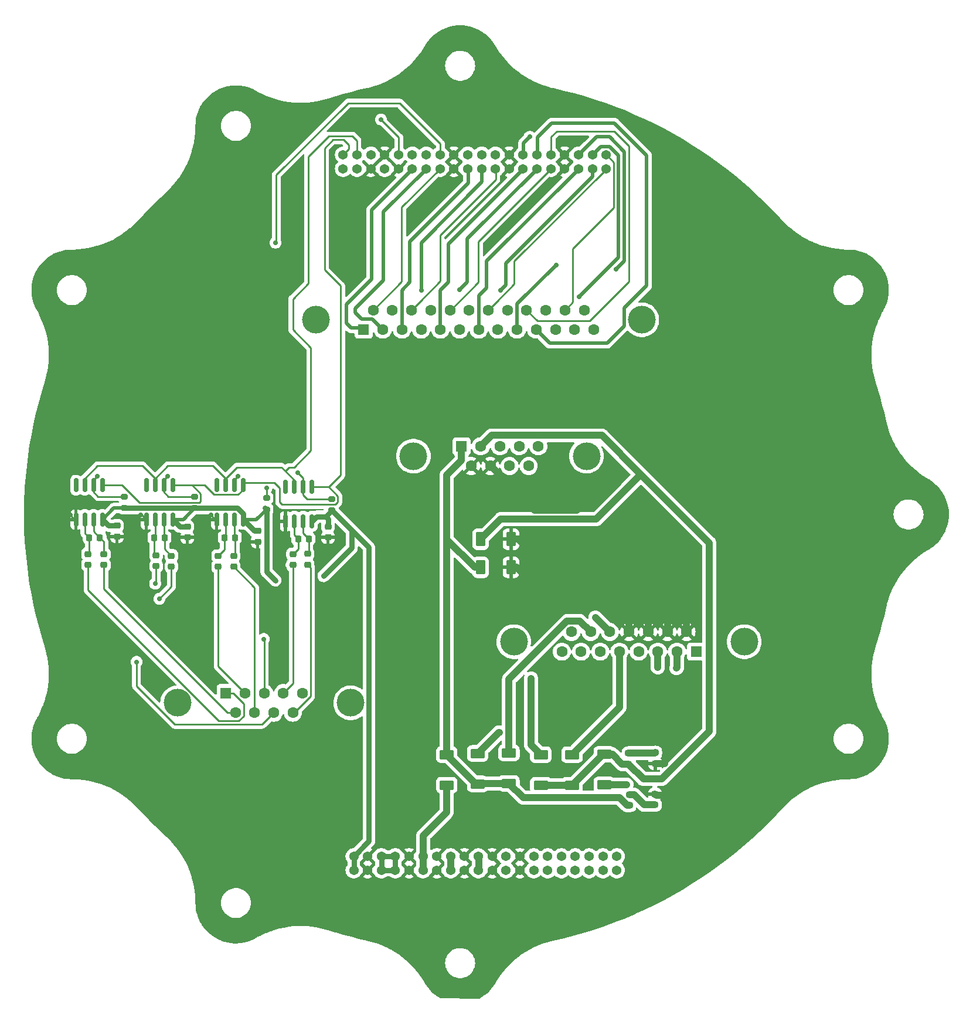
<source format=gbr>
%TF.GenerationSoftware,KiCad,Pcbnew,7.0.7*%
%TF.CreationDate,2024-02-25T16:10:36-08:00*%
%TF.ProjectId,Connector-board,436f6e6e-6563-4746-9f72-2d626f617264,rev?*%
%TF.SameCoordinates,Original*%
%TF.FileFunction,Copper,L1,Top*%
%TF.FilePolarity,Positive*%
%FSLAX46Y46*%
G04 Gerber Fmt 4.6, Leading zero omitted, Abs format (unit mm)*
G04 Created by KiCad (PCBNEW 7.0.7) date 2024-02-25 16:10:36*
%MOMM*%
%LPD*%
G01*
G04 APERTURE LIST*
G04 Aperture macros list*
%AMRoundRect*
0 Rectangle with rounded corners*
0 $1 Rounding radius*
0 $2 $3 $4 $5 $6 $7 $8 $9 X,Y pos of 4 corners*
0 Add a 4 corners polygon primitive as box body*
4,1,4,$2,$3,$4,$5,$6,$7,$8,$9,$2,$3,0*
0 Add four circle primitives for the rounded corners*
1,1,$1+$1,$2,$3*
1,1,$1+$1,$4,$5*
1,1,$1+$1,$6,$7*
1,1,$1+$1,$8,$9*
0 Add four rect primitives between the rounded corners*
20,1,$1+$1,$2,$3,$4,$5,0*
20,1,$1+$1,$4,$5,$6,$7,0*
20,1,$1+$1,$6,$7,$8,$9,0*
20,1,$1+$1,$8,$9,$2,$3,0*%
G04 Aperture macros list end*
%TA.AperFunction,SMDPad,CuDef*%
%ADD10RoundRect,0.225000X-0.250000X0.225000X-0.250000X-0.225000X0.250000X-0.225000X0.250000X0.225000X0*%
%TD*%
%TA.AperFunction,SMDPad,CuDef*%
%ADD11RoundRect,0.225000X0.225000X0.250000X-0.225000X0.250000X-0.225000X-0.250000X0.225000X-0.250000X0*%
%TD*%
%TA.AperFunction,SMDPad,CuDef*%
%ADD12RoundRect,0.150000X0.150000X-0.825000X0.150000X0.825000X-0.150000X0.825000X-0.150000X-0.825000X0*%
%TD*%
%TA.AperFunction,SMDPad,CuDef*%
%ADD13RoundRect,0.250000X0.800000X-0.450000X0.800000X0.450000X-0.800000X0.450000X-0.800000X-0.450000X0*%
%TD*%
%TA.AperFunction,SMDPad,CuDef*%
%ADD14RoundRect,0.250000X-0.800000X0.450000X-0.800000X-0.450000X0.800000X-0.450000X0.800000X0.450000X0*%
%TD*%
%TA.AperFunction,SMDPad,CuDef*%
%ADD15RoundRect,0.200000X-0.275000X0.200000X-0.275000X-0.200000X0.275000X-0.200000X0.275000X0.200000X0*%
%TD*%
%TA.AperFunction,SMDPad,CuDef*%
%ADD16RoundRect,0.218750X0.256250X-0.218750X0.256250X0.218750X-0.256250X0.218750X-0.256250X-0.218750X0*%
%TD*%
%TA.AperFunction,SMDPad,CuDef*%
%ADD17RoundRect,0.225000X0.250000X-0.225000X0.250000X0.225000X-0.250000X0.225000X-0.250000X-0.225000X0*%
%TD*%
%TA.AperFunction,SMDPad,CuDef*%
%ADD18RoundRect,0.250000X-0.450000X-0.800000X0.450000X-0.800000X0.450000X0.800000X-0.450000X0.800000X0*%
%TD*%
%TA.AperFunction,SMDPad,CuDef*%
%ADD19RoundRect,0.218750X-0.256250X0.218750X-0.256250X-0.218750X0.256250X-0.218750X0.256250X0.218750X0*%
%TD*%
%TA.AperFunction,ComponentPad*%
%ADD20C,1.371600*%
%TD*%
%TA.AperFunction,ComponentPad*%
%ADD21C,4.000000*%
%TD*%
%TA.AperFunction,ComponentPad*%
%ADD22R,1.600000X1.600000*%
%TD*%
%TA.AperFunction,ComponentPad*%
%ADD23C,1.600000*%
%TD*%
%TA.AperFunction,ViaPad*%
%ADD24C,0.711200*%
%TD*%
%TA.AperFunction,Conductor*%
%ADD25C,0.762000*%
%TD*%
%TA.AperFunction,Conductor*%
%ADD26C,1.016000*%
%TD*%
%TA.AperFunction,Conductor*%
%ADD27C,0.254000*%
%TD*%
%TA.AperFunction,Conductor*%
%ADD28C,0.200000*%
%TD*%
%TA.AperFunction,Conductor*%
%ADD29C,0.508000*%
%TD*%
G04 APERTURE END LIST*
D10*
%TO.P,C10,1*%
%TO.N,+3.3V*%
X132040000Y-109580000D03*
%TO.P,C10,2*%
%TO.N,GND*%
X132040000Y-111130000D03*
%TD*%
D11*
%TO.P,C9,1*%
%TO.N,Net-(U4-T+)*%
X128795000Y-111155000D03*
%TO.P,C9,2*%
%TO.N,Net-(U4-T-)*%
X127245000Y-111155000D03*
%TD*%
D12*
%TO.P,U4,1,GND*%
%TO.N,GND*%
X126115000Y-108550000D03*
%TO.P,U4,2,T-*%
%TO.N,Net-(U4-T-)*%
X127385000Y-108550000D03*
%TO.P,U4,3,T+*%
%TO.N,Net-(U4-T+)*%
X128655000Y-108550000D03*
%TO.P,U4,4,VCC*%
%TO.N,+3.3V*%
X129925000Y-108550000D03*
%TO.P,U4,5,SCK*%
%TO.N,SPI_SCK*%
X129925000Y-103600000D03*
%TO.P,U4,6,~{CS}*%
%TO.N,TC3_CS*%
X128655000Y-103600000D03*
%TO.P,U4,7,SO*%
%TO.N,SPI_MISO*%
X127385000Y-103600000D03*
%TO.P,U4,8*%
%TO.N,N/C*%
X126115000Y-103600000D03*
%TD*%
D13*
%TO.P,D4,1,K*%
%TO.N,LOX_VENT*%
X173981400Y-146722200D03*
%TO.P,D4,2,A*%
%TO.N,GROUND_LOX_VENT*%
X173981400Y-142322200D03*
%TD*%
D10*
%TO.P,C4,1*%
%TO.N,+3.3V*%
X121880000Y-109440000D03*
%TO.P,C4,2*%
%TO.N,GND*%
X121880000Y-110990000D03*
%TD*%
D14*
%TO.P,D6,1,K*%
%TO.N,LOX_VENT*%
X169511000Y-142500000D03*
%TO.P,D6,2,A*%
%TO.N,FLIGHT_LOX_VENT*%
X169511000Y-146900000D03*
%TD*%
D10*
%TO.P,C8,2*%
%TO.N,GND*%
X142200000Y-111765000D03*
%TO.P,C8,1*%
%TO.N,+3.3V*%
X142200000Y-110215000D03*
%TD*%
D15*
%TO.P,R3,1*%
%TO.N,TC1_CS*%
X122940000Y-105250000D03*
%TO.P,R3,2*%
%TO.N,+3.3V*%
X122940000Y-106900000D03*
%TD*%
D13*
%TO.P,D1,1,K*%
%TO.N,ETH_VENT*%
X187621200Y-146900000D03*
%TO.P,D1,2,A*%
%TO.N,GROUND_ETH_VENT*%
X187621200Y-142500000D03*
%TD*%
D14*
%TO.P,D3,1,K*%
%TO.N,ETH_VENT*%
X192269400Y-142449200D03*
%TO.P,D3,2,A*%
%TO.N,FLIGHT_ETH_VENT*%
X192269400Y-146849200D03*
%TD*%
D16*
%TO.P,C1,1*%
%TO.N,ETH_VENT*%
X195774600Y-143861800D03*
%TO.P,C1,2*%
%TO.N,Net-(C1-Pad2)*%
X195774600Y-142286800D03*
%TD*%
D15*
%TO.P,R6,1*%
%TO.N,TC3_CS*%
X133100000Y-105250000D03*
%TO.P,R6,2*%
%TO.N,+3.3V*%
X133100000Y-106900000D03*
%TD*%
D17*
%TO.P,FB4,1*%
%TO.N,TC4_T-*%
X147322000Y-115097600D03*
%TO.P,FB4,2*%
%TO.N,Net-(U2-T-)*%
X147322000Y-113547600D03*
%TD*%
D18*
%TO.P,D8,1,K*%
%TO.N,LOX_VENT*%
X174400000Y-115450000D03*
%TO.P,D8,2,A*%
%TO.N,GND*%
X178800000Y-115450000D03*
%TD*%
D10*
%TO.P,C6,1*%
%TO.N,+3.3V*%
X152360000Y-109580000D03*
%TO.P,C6,2*%
%TO.N,GND*%
X152360000Y-111130000D03*
%TD*%
D12*
%TO.P,U1,1,GND*%
%TO.N,GND*%
X115955000Y-108550000D03*
%TO.P,U1,2,T-*%
%TO.N,Net-(U1-T-)*%
X117225000Y-108550000D03*
%TO.P,U1,3,T+*%
%TO.N,Net-(U1-T+)*%
X118495000Y-108550000D03*
%TO.P,U1,4,VCC*%
%TO.N,+3.3V*%
X119765000Y-108550000D03*
%TO.P,U1,5,SCK*%
%TO.N,SPI_SCK*%
X119765000Y-103600000D03*
%TO.P,U1,6,~{CS}*%
%TO.N,TC1_CS*%
X118495000Y-103600000D03*
%TO.P,U1,7,SO*%
%TO.N,SPI_MISO*%
X117225000Y-103600000D03*
%TO.P,U1,8*%
%TO.N,N/C*%
X115955000Y-103600000D03*
%TD*%
D16*
%TO.P,C2,1*%
%TO.N,LOX_VENT*%
X195901600Y-149830900D03*
%TO.P,C2,2*%
%TO.N,Net-(C2-Pad2)*%
X195901600Y-148255900D03*
%TD*%
D17*
%TO.P,FB3,1*%
%TO.N,TC4_T+*%
X149404800Y-115046800D03*
%TO.P,FB3,2*%
%TO.N,Net-(U2-T+)*%
X149404800Y-113496800D03*
%TD*%
%TO.P,FB6,1*%
%TO.N,TC2_T-*%
X136501600Y-115351600D03*
%TO.P,FB6,2*%
%TO.N,Net-(U3-T-)*%
X136501600Y-113801600D03*
%TD*%
D19*
%TO.P,R1,1*%
%TO.N,Net-(C1-Pad2)*%
X199635400Y-142210700D03*
%TO.P,R1,2*%
%TO.N,GND*%
X199635400Y-143785700D03*
%TD*%
D15*
%TO.P,R5,1*%
%TO.N,TC2_CS*%
X143488600Y-105440000D03*
%TO.P,R5,2*%
%TO.N,+3.3V*%
X143488600Y-107090000D03*
%TD*%
D11*
%TO.P,C5,1*%
%TO.N,Net-(U2-T+)*%
X149595600Y-111350800D03*
%TO.P,C5,2*%
%TO.N,Net-(U2-T-)*%
X148045600Y-111350800D03*
%TD*%
D13*
%TO.P,D2,1,K*%
%TO.N,ETH_VENT*%
X183100000Y-146900000D03*
%TO.P,D2,2,A*%
%TO.N,REDS_ETH_VENT*%
X183100000Y-142500000D03*
%TD*%
D17*
%TO.P,FB1,1*%
%TO.N,TC1_T+*%
X119991600Y-115123000D03*
%TO.P,FB1,2*%
%TO.N,Net-(U1-T+)*%
X119991600Y-113573000D03*
%TD*%
%TO.P,FB5,1*%
%TO.N,TC2_T+*%
X138736800Y-115351600D03*
%TO.P,FB5,2*%
%TO.N,Net-(U3-T+)*%
X138736800Y-113801600D03*
%TD*%
D13*
%TO.P,D5,1,K*%
%TO.N,LOX_VENT*%
X178502600Y-146646000D03*
%TO.P,D5,2,A*%
%TO.N,REDS_LOX_VENT*%
X178502600Y-142246000D03*
%TD*%
D12*
%TO.P,U2,1,GND*%
%TO.N,GND*%
X146229800Y-108796600D03*
%TO.P,U2,2,T-*%
%TO.N,Net-(U2-T-)*%
X147499800Y-108796600D03*
%TO.P,U2,3,T+*%
%TO.N,Net-(U2-T+)*%
X148769800Y-108796600D03*
%TO.P,U2,4,VCC*%
%TO.N,+3.3V*%
X150039800Y-108796600D03*
%TO.P,U2,5,SCK*%
%TO.N,SPI_SCK*%
X150039800Y-103846600D03*
%TO.P,U2,6,~{CS}*%
%TO.N,TC4_CS*%
X148769800Y-103846600D03*
%TO.P,U2,7,SO*%
%TO.N,SPI_MISO*%
X147499800Y-103846600D03*
%TO.P,U2,8*%
%TO.N,N/C*%
X146229800Y-103846600D03*
%TD*%
%TO.P,U3,1,GND*%
%TO.N,GND*%
X136275000Y-108550000D03*
%TO.P,U3,2,T-*%
%TO.N,Net-(U3-T-)*%
X137545000Y-108550000D03*
%TO.P,U3,3,T+*%
%TO.N,Net-(U3-T+)*%
X138815000Y-108550000D03*
%TO.P,U3,4,VCC*%
%TO.N,+3.3V*%
X140085000Y-108550000D03*
%TO.P,U3,5,SCK*%
%TO.N,SPI_SCK*%
X140085000Y-103600000D03*
%TO.P,U3,6,~{CS}*%
%TO.N,TC2_CS*%
X138815000Y-103600000D03*
%TO.P,U3,7,SO*%
%TO.N,SPI_MISO*%
X137545000Y-103600000D03*
%TO.P,U3,8*%
%TO.N,N/C*%
X136275000Y-103600000D03*
%TD*%
D11*
%TO.P,C7,1*%
%TO.N,Net-(U3-T+)*%
X138955000Y-111155000D03*
%TO.P,C7,2*%
%TO.N,Net-(U3-T-)*%
X137405000Y-111155000D03*
%TD*%
D20*
%TO.P,J1,A1,Pin_1*%
%TO.N,+3.3V*%
X156086831Y-159170000D03*
%TO.P,J1,A2,Pin_2*%
X156086831Y-157170000D03*
%TO.P,J1,A3,Pin_3*%
%TO.N,GND*%
X158086831Y-159170000D03*
%TO.P,J1,A4,Pin_4*%
X158086831Y-157170000D03*
%TO.P,J1,A5,Pin_5*%
%TO.N,+5V*%
X160086831Y-159170000D03*
%TO.P,J1,A6,Pin_6*%
X160086831Y-157170000D03*
%TO.P,J1,A7,Pin_7*%
X162086831Y-159170000D03*
%TO.P,J1,A8,Pin_8*%
X162086831Y-157170000D03*
%TO.P,J1,A9,Pin_9*%
%TO.N,GND*%
X164086831Y-159170000D03*
%TO.P,J1,A10,Pin_10*%
X164086831Y-157170000D03*
%TO.P,J1,A11,Pin_11*%
%TO.N,FLIGHT_LOX_VENT*%
X166086831Y-159170000D03*
%TO.P,J1,A12,Pin_12*%
X166086831Y-157170000D03*
%TO.P,J1,A13,Pin_13*%
%TO.N,GND*%
X168086831Y-159170000D03*
%TO.P,J1,A14,Pin_14*%
X168086831Y-157170000D03*
%TO.P,J1,A15,Pin_15*%
%TO.N,FLIGHT_ETH_VENT*%
X170086831Y-159170000D03*
%TO.P,J1,A16,Pin_16*%
X170086831Y-157170000D03*
%TO.P,J1,A17,Pin_17*%
%TO.N,GND*%
X172086831Y-159170000D03*
%TO.P,J1,A18,Pin_18*%
X172086831Y-157170000D03*
%TO.P,J1,A19,Pin_19*%
%TO.N,FLIGHT_ETH_MAIN*%
X174086831Y-159170000D03*
%TO.P,J1,A20,Pin_20*%
X174086831Y-157170000D03*
%TO.P,J1,A21,Pin_21*%
%TO.N,GND*%
X176086831Y-159170000D03*
%TO.P,J1,A22,Pin_22*%
X176086831Y-157170000D03*
%TO.P,J1,A23,Pin_23*%
%TO.N,unconnected-(J1A-Pin_23-PadA23)*%
X178086831Y-159170000D03*
%TO.P,J1,A24,Pin_24*%
%TO.N,unconnected-(J1A-Pin_24-PadA24)*%
X178086831Y-157170000D03*
%TO.P,J1,A25,Pin_25*%
%TO.N,GND*%
X180086831Y-159170000D03*
%TO.P,J1,A26,Pin_26*%
X180086831Y-157170000D03*
%TO.P,J1,A27,Pin_27*%
%TO.N,unconnected-(J1A-Pin_27-PadA27)*%
X182086831Y-159170000D03*
%TO.P,J1,A28,Pin_28*%
%TO.N,unconnected-(J1A-Pin_28-PadA28)*%
X182086831Y-157170000D03*
%TO.P,J1,A29,Pin_29*%
%TO.N,unconnected-(J1A-Pin_29-PadA29)*%
X184086831Y-159170000D03*
%TO.P,J1,A30,Pin_30*%
%TO.N,unconnected-(J1A-Pin_30-PadA30)*%
X184086831Y-157170000D03*
%TO.P,J1,A31,Pin_31*%
%TO.N,unconnected-(J1A-Pin_31-PadA31)*%
X186086831Y-159170000D03*
%TO.P,J1,A32,Pin_32*%
%TO.N,unconnected-(J1A-Pin_32-PadA32)*%
X186086831Y-157170000D03*
%TO.P,J1,A33,Pin_33*%
%TO.N,unconnected-(J1A-Pin_33-PadA33)*%
X188086731Y-159170000D03*
%TO.P,J1,A34,Pin_34*%
%TO.N,unconnected-(J1A-Pin_34-PadA34)*%
X188086731Y-157170000D03*
%TO.P,J1,A35,Pin_35*%
%TO.N,PWR_SUP*%
X190086731Y-159170000D03*
%TO.P,J1,A36,Pin_36*%
X190086731Y-157170000D03*
%TO.P,J1,A37,Pin_37*%
X192086731Y-159170000D03*
%TO.P,J1,A38,Pin_38*%
X192086731Y-157170000D03*
%TO.P,J1,A39,Pin_39*%
X194086731Y-159170000D03*
%TO.P,J1,A40,Pin_40*%
X194086731Y-157170000D03*
%TO.P,J1,B1,Pin_1*%
%TO.N,unconnected-(J1B-Pin_1-PadB1)*%
X154550000Y-57900000D03*
%TO.P,J1,B2,Pin_2*%
%TO.N,SPI_SCK*%
X154550000Y-55900000D03*
%TO.P,J1,B3,Pin_3*%
%TO.N,unconnected-(J1B-Pin_3-PadB3)*%
X156550000Y-57900000D03*
%TO.P,J1,B4,Pin_4*%
%TO.N,SPI_MISO*%
X156550000Y-55900000D03*
%TO.P,J1,B5,Pin_5*%
%TO.N,GND*%
X158550000Y-57900000D03*
%TO.P,J1,B6,Pin_6*%
%TO.N,SPI_MOSI*%
X158550000Y-55900000D03*
%TO.P,J1,B7,Pin_7*%
%TO.N,unconnected-(J1B-Pin_7-PadB7)*%
X160550000Y-57900000D03*
%TO.P,J1,B8,Pin_8*%
%TO.N,GND*%
X160550000Y-55900000D03*
%TO.P,J1,B9,Pin_9*%
X162549900Y-57900000D03*
%TO.P,J1,B10,Pin_10*%
%TO.N,TC1_CS*%
X162549900Y-55900000D03*
%TO.P,J1,B11,Pin_11*%
%TO.N,PT1_E+*%
X164549900Y-57900000D03*
%TO.P,J1,B12,Pin_12*%
%TO.N,TC2_CS*%
X164549900Y-55900000D03*
%TO.P,J1,B13,Pin_13*%
%TO.N,PT1_E-*%
X166549900Y-57900000D03*
%TO.P,J1,B14,Pin_14*%
%TO.N,TC3_CS*%
X166549900Y-55900000D03*
%TO.P,J1,B15,Pin_15*%
%TO.N,PT1_A+*%
X168549900Y-57900000D03*
%TO.P,J1,B16,Pin_16*%
%TO.N,TC4_CS*%
X168549900Y-55900000D03*
%TO.P,J1,B17,Pin_17*%
%TO.N,GND*%
X170549900Y-57900000D03*
%TO.P,J1,B18,Pin_18*%
X170549900Y-55900000D03*
%TO.P,J1,B19,Pin_19*%
%TO.N,PT2_E+*%
X172549900Y-57900000D03*
%TO.P,J1,B20,Pin_20*%
%TO.N,unconnected-(J1B-Pin_20-PadB20)*%
X172549900Y-55900000D03*
%TO.P,J1,B21,Pin_21*%
%TO.N,PT2_E-*%
X174549900Y-57900000D03*
%TO.P,J1,B22,Pin_22*%
%TO.N,unconnected-(J1B-Pin_22-PadB22)*%
X174549900Y-55900000D03*
%TO.P,J1,B23,Pin_23*%
%TO.N,PT2_A+*%
X176549900Y-57900000D03*
%TO.P,J1,B24,Pin_24*%
%TO.N,unconnected-(J1B-Pin_24-PadB24)*%
X176549900Y-55900000D03*
%TO.P,J1,B25,Pin_25*%
%TO.N,GND*%
X178549900Y-57900000D03*
%TO.P,J1,B26,Pin_26*%
X178549900Y-55900000D03*
%TO.P,J1,B27,Pin_27*%
%TO.N,PT3_E+*%
X180549900Y-57900000D03*
%TO.P,J1,B28,Pin_28*%
%TO.N,PT5_E+*%
X180549900Y-55900000D03*
%TO.P,J1,B29,Pin_29*%
%TO.N,PT3_E-*%
X182549900Y-57900000D03*
%TO.P,J1,B30,Pin_30*%
%TO.N,PT5_E-*%
X182549900Y-55900000D03*
%TO.P,J1,B31,Pin_31*%
%TO.N,PT3_A+*%
X184549900Y-57900000D03*
%TO.P,J1,B32,Pin_32*%
%TO.N,PT5_A+*%
X184549900Y-55900000D03*
%TO.P,J1,B33,Pin_33*%
%TO.N,GND*%
X186549900Y-57900000D03*
%TO.P,J1,B34,Pin_34*%
X186549900Y-55900000D03*
%TO.P,J1,B35,Pin_35*%
%TO.N,PT4_E+*%
X188549900Y-57900000D03*
%TO.P,J1,B36,Pin_36*%
%TO.N,PT6_E+*%
X188549900Y-55900000D03*
%TO.P,J1,B37,Pin_37*%
%TO.N,PT4_E-*%
X190549900Y-57900000D03*
%TO.P,J1,B38,Pin_38*%
%TO.N,PT6_E-*%
X190549900Y-55900000D03*
%TO.P,J1,B39,Pin_39*%
%TO.N,PT4_A+*%
X192549900Y-57900000D03*
%TO.P,J1,B40,Pin_40*%
%TO.N,PT6_A+*%
X192549900Y-55900000D03*
%TD*%
D17*
%TO.P,FB2,1*%
%TO.N,TC1_T-*%
X117705600Y-115072200D03*
%TO.P,FB2,2*%
%TO.N,Net-(U1-T-)*%
X117705600Y-113522200D03*
%TD*%
%TO.P,FB8,1*%
%TO.N,TC3_T-*%
X127535400Y-115275400D03*
%TO.P,FB8,2*%
%TO.N,Net-(U4-T-)*%
X127535400Y-113725400D03*
%TD*%
D15*
%TO.P,R4,1*%
%TO.N,TC4_CS*%
X152935400Y-105598200D03*
%TO.P,R4,2*%
%TO.N,+3.3V*%
X152935400Y-107248200D03*
%TD*%
D11*
%TO.P,C3,1*%
%TO.N,Net-(U1-T+)*%
X119410000Y-111155000D03*
%TO.P,C3,2*%
%TO.N,Net-(U1-T-)*%
X117860000Y-111155000D03*
%TD*%
D17*
%TO.P,FB7,1*%
%TO.N,TC3_T+*%
X129745200Y-115326200D03*
%TO.P,FB7,2*%
%TO.N,Net-(U4-T+)*%
X129745200Y-113776200D03*
%TD*%
D18*
%TO.P,D7,1,K*%
%TO.N,ETH_VENT*%
X174400000Y-111400000D03*
%TO.P,D7,2,A*%
%TO.N,GND*%
X178800000Y-111400000D03*
%TD*%
D16*
%TO.P,R2,1*%
%TO.N,Net-(C2-Pad2)*%
X199584600Y-149754700D03*
%TO.P,R2,2*%
%TO.N,GND*%
X199584600Y-148179700D03*
%TD*%
D21*
%TO.P,4TC_DSUB1,0*%
%TO.N,N/C*%
X155640000Y-135020000D03*
X130640000Y-135020000D03*
D22*
%TO.P,4TC_DSUB1,1,1*%
%TO.N,TC1_T-*%
X137600000Y-133600000D03*
D23*
%TO.P,4TC_DSUB1,2,2*%
%TO.N,TC2_T-*%
X140370000Y-133600000D03*
%TO.P,4TC_DSUB1,3,3*%
%TO.N,TC3_T-*%
X143140000Y-133600000D03*
%TO.P,4TC_DSUB1,4,4*%
%TO.N,TC4_T-*%
X145910000Y-133600000D03*
%TO.P,4TC_DSUB1,5,5*%
%TO.N,unconnected-(4TC_DSUB1-Pad5)*%
X148680000Y-133600000D03*
%TO.P,4TC_DSUB1,6,6*%
%TO.N,TC1_T+*%
X138985000Y-136440000D03*
%TO.P,4TC_DSUB1,7,7*%
%TO.N,TC2_T+*%
X141755000Y-136440000D03*
%TO.P,4TC_DSUB1,8,8*%
%TO.N,TC3_T+*%
X144525000Y-136440000D03*
%TO.P,4TC_DSUB1,9,9*%
%TO.N,TC4_T+*%
X147295000Y-136440000D03*
%TD*%
D21*
%TO.P,GND_DSUB1,0*%
%TO.N,N/C*%
X179200000Y-126200000D03*
X212500000Y-126200000D03*
D22*
%TO.P,GND_DSUB1,1,1*%
%TO.N,PWR_SUP*%
X205545000Y-127620000D03*
D23*
%TO.P,GND_DSUB1,2,2*%
X202775000Y-127620000D03*
%TO.P,GND_DSUB1,3,3*%
X200005000Y-127620000D03*
%TO.P,GND_DSUB1,4,4*%
%TO.N,unconnected-(GND_DSUB1-Pad4)*%
X197235000Y-127620000D03*
%TO.P,GND_DSUB1,5,5*%
%TO.N,GROUND_ETH_VENT*%
X194465000Y-127620000D03*
%TO.P,GND_DSUB1,6,6*%
%TO.N,GROUND_LOX_VENT*%
X191695000Y-127620000D03*
%TO.P,GND_DSUB1,7,7*%
%TO.N,unconnected-(GND_DSUB1-Pad7)*%
X188925000Y-127620000D03*
%TO.P,GND_DSUB1,8,8*%
%TO.N,unconnected-(GND_DSUB1-Pad8)*%
X186155000Y-127620000D03*
%TO.P,GND_DSUB1,9,P9*%
%TO.N,GND*%
X204160000Y-124780000D03*
%TO.P,GND_DSUB1,10,P10*%
X201390000Y-124780000D03*
%TO.P,GND_DSUB1,11,P111*%
X198620000Y-124780000D03*
%TO.P,GND_DSUB1,12,P12*%
X195850000Y-124780000D03*
%TO.P,GND_DSUB1,13,P13*%
%TO.N,REDS_ETH_VENT*%
X193080000Y-124780000D03*
%TO.P,GND_DSUB1,14,P14*%
%TO.N,REDS_LOX_VENT*%
X190310000Y-124780000D03*
%TO.P,GND_DSUB1,15,P15*%
%TO.N,unconnected-(GND_DSUB1-P15-Pad15)*%
X187540000Y-124780000D03*
%TD*%
D21*
%TO.P,SOLENOIDS_DSUB1,0*%
%TO.N,N/C*%
X189700000Y-99400000D03*
X164700000Y-99400000D03*
D22*
%TO.P,SOLENOIDS_DSUB1,1,1*%
%TO.N,LOX_VENT*%
X171660000Y-97980000D03*
D23*
%TO.P,SOLENOIDS_DSUB1,2,2*%
%TO.N,ETH_VENT*%
X174430000Y-97980000D03*
%TO.P,SOLENOIDS_DSUB1,3,3*%
%TO.N,unconnected-(SOLENOIDS_DSUB1-Pad3)*%
X177200000Y-97980000D03*
%TO.P,SOLENOIDS_DSUB1,4,4*%
%TO.N,unconnected-(SOLENOIDS_DSUB1-Pad4)*%
X179970000Y-97980000D03*
%TO.P,SOLENOIDS_DSUB1,5,5*%
%TO.N,unconnected-(SOLENOIDS_DSUB1-Pad5)*%
X182740000Y-97980000D03*
%TO.P,SOLENOIDS_DSUB1,6,6*%
%TO.N,GND*%
X173045000Y-100820000D03*
%TO.P,SOLENOIDS_DSUB1,7,7*%
X175815000Y-100820000D03*
%TO.P,SOLENOIDS_DSUB1,8,8*%
%TO.N,unconnected-(SOLENOIDS_DSUB1-Pad8)*%
X178585000Y-100820000D03*
%TO.P,SOLENOIDS_DSUB1,9,9*%
%TO.N,unconnected-(SOLENOIDS_DSUB1-Pad9)*%
X181355000Y-100820000D03*
%TD*%
D21*
%TO.P,PT_DSUB1,0*%
%TO.N,N/C*%
X150585000Y-79720000D03*
X197685000Y-79720000D03*
D22*
%TO.P,PT_DSUB1,1,1*%
%TO.N,PT1_E+*%
X157515000Y-81140000D03*
D23*
%TO.P,PT_DSUB1,2,2*%
%TO.N,PT1_E-*%
X160285000Y-81140000D03*
%TO.P,PT_DSUB1,3,3*%
%TO.N,PT2_E+*%
X163055000Y-81140000D03*
%TO.P,PT_DSUB1,4,4*%
%TO.N,PT2_E-*%
X165825000Y-81140000D03*
%TO.P,PT_DSUB1,5,5*%
%TO.N,PT3_E+*%
X168595000Y-81140000D03*
%TO.P,PT_DSUB1,6,6*%
%TO.N,PT3_E-*%
X171365000Y-81140000D03*
%TO.P,PT_DSUB1,7,7*%
%TO.N,PT4_E+*%
X174135000Y-81140000D03*
%TO.P,PT_DSUB1,8,8*%
%TO.N,PT4_E-*%
X176905000Y-81140000D03*
%TO.P,PT_DSUB1,9,9*%
%TO.N,PT5_E+*%
X179675000Y-81140000D03*
%TO.P,PT_DSUB1,10,10*%
%TO.N,PT5_E-*%
X182445000Y-81140000D03*
%TO.P,PT_DSUB1,11,11*%
%TO.N,PT6_E+*%
X185215000Y-81140000D03*
%TO.P,PT_DSUB1,12,12*%
%TO.N,PT6_E-*%
X187985000Y-81140000D03*
%TO.P,PT_DSUB1,13,13*%
%TO.N,unconnected-(PT_DSUB1-Pad13)*%
X190755000Y-81140000D03*
%TO.P,PT_DSUB1,14,P14*%
%TO.N,PT1_A+*%
X158900000Y-78300000D03*
%TO.P,PT_DSUB1,15,P15*%
%TO.N,unconnected-(PT_DSUB1-P15-Pad15)*%
X161670000Y-78300000D03*
%TO.P,PT_DSUB1,16,P16*%
%TO.N,PT2_A+*%
X164440000Y-78300000D03*
%TO.P,PT_DSUB1,17,P17*%
%TO.N,unconnected-(PT_DSUB1-P17-Pad17)*%
X167210000Y-78300000D03*
%TO.P,PT_DSUB1,18,P18*%
%TO.N,PT3_A+*%
X169980000Y-78300000D03*
%TO.P,PT_DSUB1,19,P19*%
%TO.N,unconnected-(PT_DSUB1-P19-Pad19)*%
X172750000Y-78300000D03*
%TO.P,PT_DSUB1,20,P20*%
%TO.N,PT4_A+*%
X175520000Y-78300000D03*
%TO.P,PT_DSUB1,21,P21*%
%TO.N,unconnected-(PT_DSUB1-P21-Pad21)*%
X178290000Y-78300000D03*
%TO.P,PT_DSUB1,22,P22*%
%TO.N,PT5_A+*%
X181060000Y-78300000D03*
%TO.P,PT_DSUB1,23,P23*%
%TO.N,unconnected-(PT_DSUB1-P23-Pad23)*%
X183830000Y-78300000D03*
%TO.P,PT_DSUB1,24,P24*%
%TO.N,PT6_A+*%
X186600000Y-78300000D03*
%TO.P,PT_DSUB1,25,P25*%
%TO.N,unconnected-(PT_DSUB1-P25-Pad25)*%
X189370000Y-78300000D03*
%TD*%
D24*
%TO.N,GND*%
X201000000Y-143800000D03*
X180700000Y-112250000D03*
X204500000Y-118900000D03*
X195900000Y-118200000D03*
X115114800Y-107921800D03*
X198800000Y-118400000D03*
X135434800Y-107921800D03*
X144720000Y-108796600D03*
X180400000Y-116250000D03*
X201500000Y-118600000D03*
X125274800Y-107921800D03*
X200800000Y-148400000D03*
X188300000Y-107200000D03*
%TO.N,TC3_T+*%
X124700000Y-129100000D03*
X128000000Y-120000000D03*
%TO.N,TC3_T-*%
X127400000Y-117800000D03*
X143100000Y-125800000D03*
%TO.N,PWR_SUP*%
X202700000Y-130000000D03*
X200000000Y-129900000D03*
%TO.N,GROUND_LOX_VENT*%
X177100000Y-139300000D03*
%TO.N,+3.3V*%
X144740000Y-117340000D03*
X151725000Y-116705000D03*
%TO.N,PT3_E-*%
X171400000Y-75400000D03*
%TO.N,PT5_E+*%
X181500000Y-53300000D03*
X185300000Y-71800000D03*
%TO.N,PT2_E-*%
X165829498Y-75440502D03*
%TO.N,PT4_E-*%
X177329498Y-75429498D03*
%TO.N,PT6_E+*%
X194000000Y-72400000D03*
%TO.N,PT6_E-*%
X188600000Y-76400000D03*
%TO.N,TC1_CS*%
X119015365Y-102307900D03*
X160020000Y-50800000D03*
%TO.N,TC4_CS*%
X144780000Y-68580000D03*
X147982400Y-101775000D03*
%TO.N,TC2_CS*%
X143470000Y-104005000D03*
X139335095Y-102307448D03*
%TO.N,TC3_CS*%
X129175293Y-102307900D03*
%TO.N,REDS_ETH_VENT*%
X191000000Y-122700000D03*
X181700000Y-131500000D03*
%TO.N,FLIGHT_ETH_VENT*%
X195500000Y-146800000D03*
%TD*%
D25*
%TO.N,+3.3V*%
X142200000Y-110215000D02*
X141750000Y-110215000D01*
X141750000Y-110215000D02*
X140085000Y-108550000D01*
X151725000Y-116705000D02*
X155788600Y-112641400D01*
X155788600Y-112641400D02*
X155788600Y-110101400D01*
X152046800Y-108136800D02*
X150699600Y-108136800D01*
X150699600Y-108136800D02*
X150039800Y-108796600D01*
X152935400Y-107248200D02*
X152046800Y-108136800D01*
X152360000Y-108450000D02*
X152046800Y-108136800D01*
X152360000Y-109580000D02*
X152360000Y-108450000D01*
X132040000Y-109580000D02*
X130955000Y-109580000D01*
X130955000Y-109580000D02*
X129925000Y-108550000D01*
X121880000Y-109440000D02*
X120655000Y-109440000D01*
X120655000Y-109440000D02*
X119765000Y-108550000D01*
D26*
%TO.N,GND*%
X179850000Y-111400000D02*
X180700000Y-112250000D01*
X178800000Y-111400000D02*
X179850000Y-111400000D01*
X199635400Y-143785700D02*
X200985700Y-143785700D01*
X201390000Y-124780000D02*
X201390000Y-118710000D01*
X200800000Y-148400000D02*
X199804900Y-148400000D01*
D27*
X199584600Y-148179700D02*
X199520300Y-148179700D01*
D26*
X195850000Y-118250000D02*
X195900000Y-118200000D01*
X179600000Y-115450000D02*
X180400000Y-116250000D01*
D27*
X125486800Y-107921800D02*
X125274800Y-107921800D01*
X126115000Y-108550000D02*
X125486800Y-107921800D01*
D26*
X204160000Y-119240000D02*
X204500000Y-118900000D01*
X204160000Y-124780000D02*
X204160000Y-119240000D01*
X200985700Y-143785700D02*
X201000000Y-143800000D01*
X201390000Y-118710000D02*
X201500000Y-118600000D01*
D27*
X144720000Y-108796600D02*
X146229800Y-108796600D01*
D26*
X182195000Y-107200000D02*
X175815000Y-100820000D01*
X199804900Y-148400000D02*
X199584600Y-148179700D01*
D27*
X115955000Y-108550000D02*
X115743000Y-108550000D01*
X115743000Y-108550000D02*
X115114800Y-107921800D01*
X136063000Y-108550000D02*
X135434800Y-107921800D01*
X136275000Y-108550000D02*
X136063000Y-108550000D01*
D26*
X188300000Y-107200000D02*
X182195000Y-107200000D01*
D27*
X199520300Y-148179700D02*
X199500000Y-148200000D01*
D26*
X198620000Y-124780000D02*
X198620000Y-118580000D01*
X195850000Y-124780000D02*
X195850000Y-118250000D01*
X178800000Y-115450000D02*
X179600000Y-115450000D01*
X198620000Y-118580000D02*
X198800000Y-118400000D01*
D27*
%TO.N,Net-(U1-T+)*%
X119991600Y-111736600D02*
X119410000Y-111155000D01*
X118495000Y-108550000D02*
X118495000Y-110240000D01*
X118495000Y-110240000D02*
X119410000Y-111155000D01*
X119991600Y-113573000D02*
X119991600Y-111736600D01*
%TO.N,Net-(U1-T-)*%
X117225000Y-108550000D02*
X117225000Y-110520000D01*
X117225000Y-110520000D02*
X117860000Y-111155000D01*
X117860000Y-111155000D02*
X117860000Y-113367800D01*
X117860000Y-113367800D02*
X117705600Y-113522200D01*
%TO.N,Net-(U2-T+)*%
X149595600Y-113306000D02*
X149404800Y-113496800D01*
X149404800Y-111541600D02*
X149595600Y-111350800D01*
X149595600Y-111350800D02*
X149595600Y-113306000D01*
X148769800Y-108796600D02*
X148769800Y-110525000D01*
X148769800Y-110525000D02*
X149595600Y-111350800D01*
%TO.N,Net-(U2-T-)*%
X148045600Y-112824000D02*
X147322000Y-113547600D01*
X147499800Y-108796600D02*
X147499800Y-110805000D01*
X147499800Y-110805000D02*
X148045600Y-111350800D01*
X148045600Y-111350800D02*
X148045600Y-112824000D01*
%TO.N,Net-(U3-T+)*%
X138736800Y-111373200D02*
X138955000Y-111155000D01*
X138815000Y-108550000D02*
X138815000Y-111015000D01*
X138815000Y-111015000D02*
X138955000Y-111155000D01*
X138955000Y-111155000D02*
X138955000Y-113583400D01*
X138955000Y-113583400D02*
X138736800Y-113801600D01*
%TO.N,Net-(U3-T-)*%
X137405000Y-111155000D02*
X137405000Y-112898200D01*
X137545000Y-108550000D02*
X137545000Y-111015000D01*
X137405000Y-112898200D02*
X136501600Y-113801600D01*
X137545000Y-111015000D02*
X137405000Y-111155000D01*
%TO.N,Net-(U4-T+)*%
X128795000Y-112826000D02*
X129745200Y-113776200D01*
X128655000Y-111015000D02*
X128795000Y-111155000D01*
X128655000Y-108550000D02*
X128655000Y-111015000D01*
X128795000Y-111155000D02*
X128795000Y-112826000D01*
%TO.N,Net-(U4-T-)*%
X127245000Y-113435000D02*
X127535400Y-113725400D01*
X127385000Y-111015000D02*
X127245000Y-111155000D01*
X127385000Y-108550000D02*
X127385000Y-111015000D01*
X127245000Y-111155000D02*
X127245000Y-113435000D01*
%TO.N,TC1_T+*%
X137853630Y-136440000D02*
X138985000Y-136440000D01*
X119991600Y-118577970D02*
X137853630Y-136440000D01*
X119991600Y-115123000D02*
X119991600Y-118577970D01*
%TO.N,TC1_T-*%
X117705600Y-115072200D02*
X117705600Y-118718357D01*
X140200000Y-136889530D02*
X140200000Y-135146000D01*
X138654000Y-133600000D02*
X137600000Y-133600000D01*
X139472530Y-137617000D02*
X140200000Y-136889530D01*
X140200000Y-135146000D02*
X138654000Y-133600000D01*
X136604243Y-137617000D02*
X139472530Y-137617000D01*
X117705600Y-118718357D02*
X136604243Y-137617000D01*
%TO.N,TC4_T+*%
X149404800Y-115046800D02*
X149861000Y-115503000D01*
X149861000Y-115503000D02*
X149861000Y-134089187D01*
X147510187Y-136440000D02*
X147295000Y-136440000D01*
X149861000Y-134089187D02*
X147510187Y-136440000D01*
D28*
%TO.N,TC4_T-*%
X147322000Y-115097600D02*
X146847000Y-115097600D01*
D27*
X147322000Y-115097600D02*
X147322000Y-132188000D01*
X147322000Y-132188000D02*
X145910000Y-133600000D01*
%TO.N,TC2_T+*%
X141755000Y-136440000D02*
X141755000Y-118369800D01*
X141755000Y-118369800D02*
X138736800Y-115351600D01*
D28*
%TO.N,TC2_T-*%
X136501600Y-115351600D02*
X136514600Y-115351600D01*
X136514600Y-115351600D02*
X136704800Y-115541800D01*
D27*
X136501600Y-129731600D02*
X140370000Y-133600000D01*
X136501600Y-115351600D02*
X136501600Y-129731600D01*
%TO.N,TC3_T+*%
X128000000Y-120000000D02*
X129745200Y-118254800D01*
X124700000Y-132600000D02*
X124700000Y-129100000D01*
X142840001Y-138124999D02*
X130224999Y-138124999D01*
X129745200Y-118254800D02*
X129745200Y-115326200D01*
X130224999Y-138124999D02*
X124700000Y-132600000D01*
X144525000Y-136440000D02*
X142840001Y-138124999D01*
%TO.N,TC3_T-*%
X127400000Y-117800000D02*
X127535400Y-117664600D01*
X143140000Y-133600000D02*
X143140000Y-125840000D01*
X127535400Y-117664600D02*
X127535400Y-115275400D01*
X143140000Y-125840000D02*
X143100000Y-125800000D01*
D26*
%TO.N,FLIGHT_ETH_MAIN*%
X174136931Y-157170000D02*
X174136931Y-159170000D01*
%TO.N,PWR_SUP*%
X202775000Y-127620000D02*
X202775000Y-129925000D01*
X202775000Y-129925000D02*
X202700000Y-130000000D01*
X200005000Y-127620000D02*
X200005000Y-129895000D01*
X200005000Y-129895000D02*
X200000000Y-129900000D01*
%TO.N,GROUND_ETH_VENT*%
X194465000Y-135656200D02*
X187621200Y-142500000D01*
X194465000Y-127620000D02*
X194465000Y-135656200D01*
%TO.N,GROUND_LOX_VENT*%
X177003600Y-139300000D02*
X173981400Y-142322200D01*
X177100000Y-139300000D02*
X177003600Y-139300000D01*
D25*
%TO.N,+3.3V*%
X158275000Y-154981831D02*
X158275000Y-112587800D01*
X133100000Y-106900000D02*
X139250158Y-106900000D01*
X143488600Y-116088600D02*
X144740000Y-117340000D01*
X139250158Y-106900000D02*
X140085000Y-107734842D01*
D29*
X121415000Y-106900000D02*
X119765000Y-108550000D01*
D25*
X143488600Y-108966120D02*
X143488600Y-116088600D01*
X156086831Y-159170000D02*
X156086831Y-157170000D01*
X140085000Y-107734842D02*
X140085000Y-108550000D01*
X122940000Y-106900000D02*
X133100000Y-106900000D01*
D29*
X142028600Y-108550000D02*
X143488600Y-107090000D01*
D25*
X158275000Y-112587800D02*
X155788600Y-110101400D01*
X143298600Y-106900000D02*
X143488600Y-107090000D01*
X156086831Y-157170000D02*
X158275000Y-154981831D01*
D29*
X140085000Y-108550000D02*
X142028600Y-108550000D01*
X131450000Y-108550000D02*
X133100000Y-106900000D01*
D25*
X143488600Y-107090000D02*
X143488600Y-108966120D01*
D29*
X129925000Y-108550000D02*
X131450000Y-108550000D01*
X122940000Y-106900000D02*
X121415000Y-106900000D01*
D25*
X155788600Y-110101400D02*
X152935400Y-107248200D01*
D26*
%TO.N,REDS_LOX_VENT*%
X186892998Y-123218000D02*
X188748000Y-123218000D01*
X178502600Y-142246000D02*
X178502600Y-131608398D01*
X178502600Y-131608398D02*
X186892998Y-123218000D01*
X188748000Y-123218000D02*
X190310000Y-124780000D01*
D29*
%TO.N,PT1_E+*%
X155000000Y-77500000D02*
X155000000Y-80200000D01*
D28*
X157242000Y-80867000D02*
X157515000Y-81140000D01*
D29*
X155667000Y-80867000D02*
X157242000Y-80867000D01*
D27*
X157515000Y-81685000D02*
X157515000Y-81140000D01*
D29*
X158660000Y-73840000D02*
X155000000Y-77500000D01*
X158660000Y-63840000D02*
X158660000Y-73840000D01*
X155000000Y-80200000D02*
X155667000Y-80867000D01*
X164600000Y-57900000D02*
X158660000Y-63840000D01*
%TO.N,PT1_E-*%
X160400000Y-64100000D02*
X160400000Y-74000000D01*
X160400000Y-74000000D02*
X156300000Y-78100000D01*
X156300000Y-78700000D02*
X157208000Y-79608000D01*
X156300000Y-78100000D02*
X156300000Y-78700000D01*
X157208000Y-79608000D02*
X158753000Y-79608000D01*
X166600000Y-57900000D02*
X160400000Y-64100000D01*
X158753000Y-79608000D02*
X160285000Y-81140000D01*
%TO.N,PT2_E+*%
X172600000Y-57900000D02*
X172600000Y-60000000D01*
X164200000Y-74300000D02*
X163055000Y-75445000D01*
X163055000Y-75445000D02*
X163055000Y-81140000D01*
X164200000Y-68400000D02*
X164200000Y-74300000D01*
X172600000Y-60000000D02*
X164200000Y-68400000D01*
%TO.N,PT3_E+*%
X169740000Y-74300000D02*
X168595000Y-75445000D01*
X168595000Y-75445000D02*
X168595000Y-81140000D01*
X180600000Y-57900000D02*
X169740000Y-68760000D01*
X169740000Y-68760000D02*
X169740000Y-74300000D01*
%TO.N,PT3_E-*%
X172500000Y-74300000D02*
X171400000Y-75400000D01*
X172510000Y-67990000D02*
X172510000Y-74300000D01*
X182600000Y-57900000D02*
X172510000Y-67990000D01*
D27*
X172510000Y-74300000D02*
X172500000Y-74300000D01*
D29*
%TO.N,PT4_E+*%
X174135000Y-76265000D02*
X174135000Y-81140000D01*
X175280000Y-71220000D02*
X175280000Y-75120000D01*
X188600000Y-57900000D02*
X175280000Y-71220000D01*
X175280000Y-75120000D02*
X174135000Y-76265000D01*
%TO.N,PT5_E+*%
X180600000Y-55900000D02*
X180600000Y-54200000D01*
X179675000Y-77425000D02*
X179675000Y-81140000D01*
X180600000Y-54200000D02*
X181500000Y-53300000D01*
X185300000Y-71800000D02*
X179675000Y-77425000D01*
%TO.N,PT5_E-*%
X195177000Y-80623000D02*
X195177000Y-78023000D01*
X195177000Y-78023000D02*
X198400000Y-74800000D01*
X184700000Y-51300000D02*
X182600000Y-53400000D01*
X182600000Y-53400000D02*
X182600000Y-55900000D01*
X193736840Y-51300000D02*
X184700000Y-51300000D01*
X198400000Y-55963160D02*
X193736840Y-51300000D01*
X182445000Y-81140000D02*
X184405000Y-83100000D01*
X192700000Y-83100000D02*
X195177000Y-80623000D01*
X198400000Y-74800000D02*
X198400000Y-55963160D01*
X184405000Y-83100000D02*
X192700000Y-83100000D01*
D27*
%TO.N,PT6_A+*%
X186600000Y-78300000D02*
X187745000Y-77155000D01*
X187745000Y-77155000D02*
X187745000Y-69455000D01*
X193666800Y-56966800D02*
X192600000Y-55900000D01*
X187745000Y-69455000D02*
X193666800Y-63533200D01*
X193666800Y-63533200D02*
X193666800Y-56966800D01*
%TO.N,PT1_A+*%
X168600000Y-57900000D02*
X163019000Y-63481000D01*
X163019000Y-63481000D02*
X163019000Y-74181000D01*
X163019000Y-74181000D02*
X158900000Y-78300000D01*
D29*
%TO.N,PT2_E-*%
X174600000Y-59800000D02*
X165829498Y-68570502D01*
X165829498Y-68570502D02*
X165829498Y-75440502D01*
X174600000Y-57900000D02*
X174600000Y-59800000D01*
D27*
%TO.N,PT2_A+*%
X168559000Y-74141000D02*
X168559000Y-67541000D01*
X164440000Y-78300000D02*
X165585000Y-77155000D01*
X165585000Y-77115000D02*
X168559000Y-74141000D01*
X165585000Y-77155000D02*
X165585000Y-77115000D01*
X168559000Y-67541000D02*
X176600000Y-59500000D01*
X176600000Y-59500000D02*
X176600000Y-57900000D01*
%TO.N,PT3_A+*%
X170100000Y-78300000D02*
X169980000Y-78300000D01*
X174099000Y-74301000D02*
X170100000Y-78300000D01*
X184600000Y-57900000D02*
X174099000Y-68401000D01*
X174099000Y-68401000D02*
X174099000Y-74301000D01*
D29*
%TO.N,PT4_E-*%
X190600000Y-57900000D02*
X190600000Y-59000000D01*
X178050000Y-74300000D02*
X178050000Y-74708996D01*
X178050000Y-74708996D02*
X177329498Y-75429498D01*
X190600000Y-59000000D02*
X178050000Y-71550000D01*
X178050000Y-71550000D02*
X178050000Y-74300000D01*
D27*
%TO.N,PT4_A+*%
X176665000Y-77135000D02*
X176665000Y-77155000D01*
X179231000Y-71269000D02*
X179231000Y-74569000D01*
X192600000Y-57900000D02*
X179231000Y-71269000D01*
X176665000Y-77155000D02*
X175520000Y-78300000D01*
X179231000Y-74569000D02*
X176665000Y-77135000D01*
%TO.N,PT5_A+*%
X193700000Y-52500000D02*
X185400000Y-52500000D01*
X181060000Y-78300000D02*
X182660000Y-79900000D01*
X195837200Y-74206407D02*
X195837200Y-54637200D01*
X184600000Y-53300000D02*
X184600000Y-55900000D01*
X195837200Y-54637200D02*
X193700000Y-52500000D01*
X185400000Y-52500000D02*
X184600000Y-53300000D01*
X190143607Y-79900000D02*
X195837200Y-74206407D01*
X182660000Y-79900000D02*
X190143607Y-79900000D01*
D29*
%TO.N,PT6_E+*%
X194000000Y-72400000D02*
X195200000Y-71200000D01*
X191149900Y-53300000D02*
X188549900Y-55900000D01*
X195200000Y-71200000D02*
X195200000Y-55500000D01*
X188500000Y-55800000D02*
X188600000Y-55900000D01*
X193000000Y-53300000D02*
X191149900Y-53300000D01*
X195200000Y-55500000D02*
X193000000Y-53300000D01*
%TO.N,PT6_E-*%
X193044389Y-54706200D02*
X194301800Y-55963611D01*
X190600000Y-55900000D02*
X191793800Y-54706200D01*
X194301800Y-55963611D02*
X194301800Y-70698200D01*
X191793800Y-54706200D02*
X193044389Y-54706200D01*
X194301800Y-70698200D02*
X188600000Y-76400000D01*
D27*
%TO.N,TC1_CS*%
X119100000Y-102244000D02*
X118495000Y-102849000D01*
X118645400Y-103750400D02*
X118495000Y-103600000D01*
X160020000Y-50800000D02*
X162600000Y-53380000D01*
X119170001Y-105250000D02*
X122940000Y-105250000D01*
X118495000Y-102849000D02*
X118495000Y-103600000D01*
X118495000Y-103600000D02*
X118495000Y-104574999D01*
X162600000Y-53380000D02*
X162600000Y-55900000D01*
X118495000Y-104574999D02*
X119170001Y-105250000D01*
%TO.N,TC4_CS*%
X148769800Y-102562400D02*
X148769800Y-103846600D01*
X155263098Y-48436902D02*
X162736902Y-48436902D01*
X148769800Y-105051600D02*
X149316400Y-105598200D01*
X148769800Y-103846600D02*
X148769800Y-105051600D01*
X149316400Y-105598200D02*
X152935400Y-105598200D01*
X168600000Y-54300000D02*
X168600000Y-55900000D01*
X144900000Y-58800000D02*
X155263098Y-48436902D01*
X144780000Y-68580000D02*
X144900000Y-68460000D01*
X162736902Y-48436902D02*
X168600000Y-54300000D01*
X144900000Y-68460000D02*
X144900000Y-58800000D01*
X147982400Y-101775000D02*
X148769800Y-102562400D01*
%TO.N,TC2_CS*%
X143470000Y-104005000D02*
X143470000Y-105421400D01*
X138815000Y-103600000D02*
X138936200Y-103600000D01*
X143488600Y-105440000D02*
X143488600Y-105231400D01*
X138815000Y-102827543D02*
X139335095Y-102307448D01*
X138936200Y-103600000D02*
X138965400Y-103629200D01*
X138815000Y-103600000D02*
X138815000Y-102827543D01*
X138815000Y-103478800D02*
X138736800Y-103400600D01*
X143470000Y-105421400D02*
X143488600Y-105440000D01*
X139335095Y-102307448D02*
X139398543Y-102244000D01*
X138815000Y-103478800D02*
X138815000Y-103600000D01*
%TO.N,TC3_CS*%
X129330001Y-105250000D02*
X133100000Y-105250000D01*
X128655000Y-104574999D02*
X129330001Y-105250000D01*
X128655000Y-103600000D02*
X128655000Y-102828193D01*
X133100000Y-105250000D02*
X132966200Y-105250000D01*
X128655000Y-103600000D02*
X128655000Y-104574999D01*
X128655000Y-102828193D02*
X129175293Y-102307900D01*
X128551400Y-103496400D02*
X128655000Y-103600000D01*
D26*
%TO.N,Net-(C1-Pad2)*%
X195774600Y-142286800D02*
X199559300Y-142286800D01*
X199559300Y-142286800D02*
X199635400Y-142210700D01*
D27*
X195850700Y-142210700D02*
X195774600Y-142286800D01*
D26*
%TO.N,Net-(C2-Pad2)*%
X196555900Y-148255900D02*
X198054700Y-149754700D01*
X198054700Y-149754700D02*
X199584600Y-149754700D01*
X195901600Y-148255900D02*
X196555900Y-148255900D01*
D25*
%TO.N,+5V*%
X162086831Y-159170000D02*
X160086831Y-159170000D01*
X162086831Y-159170000D02*
X162086831Y-157170000D01*
X162086831Y-157170000D02*
X160086831Y-157170000D01*
X160086831Y-159170000D02*
X160086831Y-157170000D01*
D26*
%TO.N,ETH_VENT*%
X191918000Y-96418000D02*
X197550000Y-102050000D01*
X192072000Y-142449200D02*
X187621200Y-146900000D01*
X200596052Y-146000000D02*
X197912800Y-146000000D01*
D29*
X174430000Y-111370000D02*
X174400000Y-111400000D01*
D26*
X191130000Y-108470000D02*
X177330000Y-108470000D01*
X177330000Y-108470000D02*
X174400000Y-111400000D01*
X174430000Y-97980000D02*
X175992000Y-96418000D01*
D27*
X195600000Y-144036400D02*
X195774600Y-143861800D01*
D26*
X192269400Y-142449200D02*
X193449200Y-142449200D01*
X193449200Y-142449200D02*
X194861800Y-143861800D01*
X197550000Y-102050000D02*
X191130000Y-108470000D01*
X197912800Y-146000000D02*
X195774600Y-143861800D01*
X175992000Y-96418000D02*
X191918000Y-96418000D01*
X197550000Y-102050000D02*
X207440746Y-111940746D01*
D27*
X187818600Y-146900000D02*
X187621200Y-146900000D01*
D26*
X194861800Y-143861800D02*
X195774600Y-143861800D01*
X207440746Y-139155306D02*
X200596052Y-146000000D01*
X192269400Y-142449200D02*
X192072000Y-142449200D01*
X183100000Y-146900000D02*
X187621200Y-146900000D01*
X207440746Y-111940746D02*
X207440746Y-139155306D01*
%TO.N,LOX_VENT*%
X173550000Y-115450000D02*
X169511000Y-111411000D01*
X173981400Y-146722200D02*
X173733200Y-146722200D01*
X195608548Y-149830900D02*
X194477648Y-148700000D01*
X173733200Y-146722200D02*
X169511000Y-142500000D01*
X178502600Y-146646000D02*
X174057600Y-146646000D01*
D27*
X169759200Y-142500000D02*
X169511000Y-142500000D01*
D26*
X195901600Y-149830900D02*
X195608548Y-149830900D01*
X171660000Y-97980000D02*
X171660000Y-99995998D01*
X174057600Y-146646000D02*
X173981400Y-146722200D01*
X180556600Y-148700000D02*
X178502600Y-146646000D01*
X174400000Y-115450000D02*
X173550000Y-115450000D01*
X171660000Y-99995998D02*
X169511000Y-102144998D01*
X169511000Y-106600000D02*
X169511000Y-142500000D01*
X194477648Y-148700000D02*
X180556600Y-148700000D01*
X169511000Y-111411000D02*
X169511000Y-110561000D01*
X169511000Y-102144998D02*
X169511000Y-106600000D01*
%TO.N,REDS_ETH_VENT*%
X181700000Y-141100000D02*
X181700000Y-131500000D01*
X191000000Y-122700000D02*
X193080000Y-124780000D01*
X183100000Y-142500000D02*
X181700000Y-141100000D01*
%TO.N,FLIGHT_ETH_VENT*%
X170136931Y-157170000D02*
X170136931Y-159170000D01*
X192269400Y-146849200D02*
X195450800Y-146849200D01*
X195450800Y-146849200D02*
X195500000Y-146800000D01*
%TO.N,FLIGHT_LOX_VENT*%
X169511000Y-150789000D02*
X166136931Y-154163069D01*
X166136931Y-154163069D02*
X166136931Y-157170000D01*
X166136931Y-157170000D02*
X166136931Y-159170000D01*
X169511000Y-146900000D02*
X169511000Y-150789000D01*
D27*
%TO.N,SPI_SCK*%
X153456600Y-106379200D02*
X153791400Y-106044400D01*
X155400000Y-55050000D02*
X155400000Y-54500000D01*
X133805704Y-106119000D02*
X133956000Y-105968704D01*
X153791400Y-105152000D02*
X152486000Y-103846600D01*
X145375000Y-106024200D02*
X145730000Y-106379200D01*
X144638400Y-103268400D02*
X145375000Y-104005000D01*
X135900896Y-104956000D02*
X139344000Y-104956000D01*
X134544896Y-103600000D02*
X135900896Y-104956000D01*
X150039800Y-104518200D02*
X150039800Y-103846600D01*
X140085000Y-104215000D02*
X140085000Y-103600000D01*
X140416600Y-103268400D02*
X144638400Y-103268400D01*
X153085298Y-53714702D02*
X151853300Y-54946700D01*
X151853300Y-54946700D02*
X151853300Y-72529559D01*
X154200000Y-102132600D02*
X152486000Y-103846600D01*
X119765000Y-103600000D02*
X122592200Y-103600000D01*
X155400000Y-54500000D02*
X154614702Y-53714702D01*
X145375000Y-104005000D02*
X145375000Y-106024200D01*
X139344000Y-104956000D02*
X140085000Y-104215000D01*
X154550000Y-55900000D02*
X155400000Y-55050000D01*
X133956000Y-105968704D02*
X133956000Y-104803800D01*
X154200000Y-74822757D02*
X154200000Y-102132600D01*
X129925000Y-103600000D02*
X134544896Y-103600000D01*
X132752200Y-103600000D02*
X129925000Y-103600000D01*
X154614702Y-53714702D02*
X153085298Y-53714702D01*
X133956000Y-104803800D02*
X132752200Y-103600000D01*
X122592200Y-103600000D02*
X125111200Y-106119000D01*
X151906802Y-72529559D02*
X154200000Y-74822757D01*
X152486000Y-103846600D02*
X150039800Y-103846600D01*
X153791400Y-106044400D02*
X153791400Y-105152000D01*
X125111200Y-106119000D02*
X133805704Y-106119000D01*
X145730000Y-106379200D02*
X153456600Y-106379200D01*
X140085000Y-103600000D02*
X140416600Y-103268400D01*
X151853300Y-72529559D02*
X151906802Y-72529559D01*
%TO.N,SPI_MISO*%
X125559999Y-100800000D02*
X127385000Y-102625001D01*
X147280000Y-81145000D02*
X147280000Y-76700000D01*
X146199999Y-101571800D02*
X146733399Y-101038400D01*
X147499800Y-104306704D02*
X147499800Y-103846600D01*
X149562459Y-74417541D02*
X149562459Y-56122459D01*
X117225000Y-104060104D02*
X117225000Y-103600000D01*
X119050001Y-100800000D02*
X125559999Y-100800000D01*
X147499800Y-102871601D02*
X147499800Y-103846600D01*
X137545000Y-103600000D02*
X137545000Y-102625001D01*
X129210001Y-100800000D02*
X135719999Y-100800000D01*
X137545000Y-104060104D02*
X137545000Y-103600000D01*
X127385000Y-102625001D02*
X129210001Y-100800000D01*
X152478216Y-53206702D02*
X149562459Y-56122459D01*
X156550000Y-53850000D02*
X155906702Y-53206702D01*
X156550000Y-55900000D02*
X156550000Y-53850000D01*
X117225000Y-102625001D02*
X119050001Y-100800000D01*
X149900000Y-83765000D02*
X147280000Y-81145000D01*
X146199999Y-101571800D02*
X147499800Y-102871601D01*
X147479448Y-101038400D02*
X149900000Y-98617848D01*
X139170001Y-101000000D02*
X145628199Y-101000000D01*
X117225000Y-103600000D02*
X117225000Y-102625001D01*
X155906702Y-53206702D02*
X152478216Y-53206702D01*
X147280000Y-76700000D02*
X149562459Y-74417541D01*
X127385000Y-103600000D02*
X127385000Y-102625001D01*
X135719999Y-100800000D02*
X137545000Y-102625001D01*
X137545000Y-102625001D02*
X139170001Y-101000000D01*
X146733399Y-101038400D02*
X147479448Y-101038400D01*
X145628199Y-101000000D02*
X146199999Y-101571800D01*
X137517600Y-103572600D02*
X137545000Y-103600000D01*
X149900000Y-98617848D02*
X149900000Y-83765000D01*
%TD*%
%TA.AperFunction,Conductor*%
%TO.N,GND*%
G36*
X157637536Y-157368254D02*
G01*
X157691148Y-157407123D01*
X157772341Y-157508935D01*
X157772344Y-157508938D01*
X157844372Y-157558045D01*
X157888674Y-157612074D01*
X157896734Y-157681477D01*
X157865991Y-157744220D01*
X157862202Y-157748180D01*
X157442555Y-158167826D01*
X157442555Y-158172171D01*
X157859379Y-158588995D01*
X157892864Y-158650318D01*
X157887880Y-158720010D01*
X157846008Y-158775943D01*
X157827833Y-158786980D01*
X157826375Y-158787974D01*
X157725340Y-158881721D01*
X157725335Y-158881727D01*
X157703526Y-158919501D01*
X157652959Y-158967716D01*
X157584351Y-158980938D01*
X157519487Y-158954970D01*
X157508459Y-158945181D01*
X157083282Y-158520005D01*
X157077639Y-158513520D01*
X156993377Y-158401937D01*
X156968685Y-158336576D01*
X156968331Y-158327211D01*
X156968331Y-158012786D01*
X156988016Y-157945747D01*
X156993356Y-157938087D01*
X157077650Y-157826464D01*
X157083276Y-157819999D01*
X157506521Y-157396755D01*
X157567844Y-157363270D01*
X157637536Y-157368254D01*
G37*
%TD.AperFunction*%
%TA.AperFunction,Conductor*%
G36*
X163637536Y-157368254D02*
G01*
X163691148Y-157407123D01*
X163772341Y-157508935D01*
X163772344Y-157508938D01*
X163844372Y-157558045D01*
X163888674Y-157612074D01*
X163896734Y-157681477D01*
X163865991Y-157744220D01*
X163862202Y-157748180D01*
X163442555Y-158167826D01*
X163442555Y-158172171D01*
X163859379Y-158588995D01*
X163892864Y-158650318D01*
X163887880Y-158720010D01*
X163846008Y-158775943D01*
X163827833Y-158786980D01*
X163826375Y-158787974D01*
X163725340Y-158881721D01*
X163725335Y-158881727D01*
X163703526Y-158919501D01*
X163652959Y-158967716D01*
X163584351Y-158980938D01*
X163519487Y-158954970D01*
X163508459Y-158945181D01*
X163083282Y-158520005D01*
X163077639Y-158513520D01*
X162993377Y-158401937D01*
X162968685Y-158336576D01*
X162968331Y-158327211D01*
X162968331Y-158012786D01*
X162988016Y-157945747D01*
X162993356Y-157938087D01*
X163077650Y-157826464D01*
X163083276Y-157819999D01*
X163506521Y-157396755D01*
X163567844Y-157363270D01*
X163637536Y-157368254D01*
G37*
%TD.AperFunction*%
%TA.AperFunction,Conductor*%
G36*
X179637536Y-157368254D02*
G01*
X179691148Y-157407123D01*
X179772341Y-157508935D01*
X179772344Y-157508938D01*
X179844372Y-157558045D01*
X179888674Y-157612074D01*
X179896734Y-157681477D01*
X179865991Y-157744220D01*
X179862202Y-157748180D01*
X179442555Y-158167826D01*
X179442555Y-158172171D01*
X179859379Y-158588995D01*
X179892864Y-158650318D01*
X179887880Y-158720010D01*
X179846008Y-158775943D01*
X179827833Y-158786980D01*
X179826375Y-158787974D01*
X179725340Y-158881721D01*
X179725335Y-158881727D01*
X179703526Y-158919501D01*
X179652959Y-158967716D01*
X179584351Y-158980938D01*
X179519487Y-158954970D01*
X179508459Y-158945181D01*
X179083276Y-158519999D01*
X179077638Y-158513519D01*
X178967273Y-158367371D01*
X178851284Y-158261634D01*
X178815006Y-158201927D01*
X178816766Y-158132079D01*
X178851284Y-158078366D01*
X178967273Y-157972629D01*
X179077648Y-157826468D01*
X179083280Y-157819995D01*
X179506521Y-157396755D01*
X179567844Y-157363270D01*
X179637536Y-157368254D01*
G37*
%TD.AperFunction*%
%TA.AperFunction,Conductor*%
G36*
X158654171Y-157385027D02*
G01*
X158665202Y-157394818D01*
X159090381Y-157819996D01*
X159096021Y-157826477D01*
X159180285Y-157938061D01*
X159204977Y-158003421D01*
X159205331Y-158012787D01*
X159205331Y-158327211D01*
X159185646Y-158394250D01*
X159180285Y-158401938D01*
X159096021Y-158513519D01*
X159090378Y-158520004D01*
X158667139Y-158943243D01*
X158605816Y-158976728D01*
X158536124Y-158971744D01*
X158482511Y-158932875D01*
X158401316Y-158831061D01*
X158401315Y-158831060D01*
X158329287Y-158781952D01*
X158284985Y-158727923D01*
X158276927Y-158658520D01*
X158307669Y-158595777D01*
X158311458Y-158591818D01*
X158731100Y-158172175D01*
X158731100Y-158167821D01*
X158314282Y-157751004D01*
X158280797Y-157689681D01*
X158285781Y-157619990D01*
X158327652Y-157564056D01*
X158345827Y-157553020D01*
X158347286Y-157552025D01*
X158347286Y-157552024D01*
X158347290Y-157552023D01*
X158448322Y-157458279D01*
X158470135Y-157420498D01*
X158520699Y-157372284D01*
X158589306Y-157359060D01*
X158654171Y-157385027D01*
G37*
%TD.AperFunction*%
%TA.AperFunction,Conductor*%
G36*
X164654171Y-157385027D02*
G01*
X164665202Y-157394818D01*
X165090379Y-157819995D01*
X165096020Y-157826477D01*
X165103380Y-157836222D01*
X165128076Y-157901582D01*
X165128431Y-157910955D01*
X165128431Y-158429042D01*
X165108746Y-158496081D01*
X165103382Y-158503772D01*
X165096020Y-158513521D01*
X165090378Y-158520005D01*
X164667139Y-158943243D01*
X164605816Y-158976728D01*
X164536124Y-158971744D01*
X164482511Y-158932875D01*
X164401316Y-158831061D01*
X164401315Y-158831060D01*
X164329287Y-158781952D01*
X164284985Y-158727923D01*
X164276927Y-158658520D01*
X164307669Y-158595777D01*
X164311458Y-158591818D01*
X164731100Y-158172175D01*
X164731100Y-158167821D01*
X164314282Y-157751004D01*
X164280797Y-157689681D01*
X164285781Y-157619990D01*
X164327652Y-157564056D01*
X164345827Y-157553020D01*
X164347286Y-157552025D01*
X164347286Y-157552024D01*
X164347290Y-157552023D01*
X164448322Y-157458279D01*
X164470135Y-157420498D01*
X164520699Y-157372284D01*
X164589306Y-157359060D01*
X164654171Y-157385027D01*
G37*
%TD.AperFunction*%
%TA.AperFunction,Conductor*%
G36*
X168654171Y-157385027D02*
G01*
X168665202Y-157394818D01*
X169090379Y-157819995D01*
X169096020Y-157826477D01*
X169103380Y-157836222D01*
X169128076Y-157901582D01*
X169128431Y-157910955D01*
X169128431Y-158429042D01*
X169108746Y-158496081D01*
X169103382Y-158503772D01*
X169096020Y-158513521D01*
X169090378Y-158520005D01*
X168667139Y-158943243D01*
X168605816Y-158976728D01*
X168536124Y-158971744D01*
X168482511Y-158932875D01*
X168401316Y-158831061D01*
X168401315Y-158831060D01*
X168329287Y-158781952D01*
X168284985Y-158727923D01*
X168276927Y-158658520D01*
X168307669Y-158595777D01*
X168311458Y-158591818D01*
X168731100Y-158172175D01*
X168731100Y-158167821D01*
X168314282Y-157751004D01*
X168280797Y-157689681D01*
X168285781Y-157619990D01*
X168327652Y-157564056D01*
X168345827Y-157553020D01*
X168347286Y-157552025D01*
X168347286Y-157552024D01*
X168347290Y-157552023D01*
X168448322Y-157458279D01*
X168470135Y-157420498D01*
X168520699Y-157372284D01*
X168589306Y-157359060D01*
X168654171Y-157385027D01*
G37*
%TD.AperFunction*%
%TA.AperFunction,Conductor*%
G36*
X172654171Y-157385027D02*
G01*
X172665202Y-157394818D01*
X173090379Y-157819995D01*
X173096020Y-157826477D01*
X173103380Y-157836222D01*
X173128076Y-157901582D01*
X173128431Y-157910955D01*
X173128431Y-158429042D01*
X173108746Y-158496081D01*
X173103382Y-158503772D01*
X173096020Y-158513521D01*
X173090378Y-158520005D01*
X172667139Y-158943243D01*
X172605816Y-158976728D01*
X172536124Y-158971744D01*
X172482511Y-158932875D01*
X172401316Y-158831061D01*
X172401315Y-158831060D01*
X172329287Y-158781952D01*
X172284985Y-158727923D01*
X172276927Y-158658520D01*
X172307669Y-158595777D01*
X172311458Y-158591818D01*
X172731100Y-158172175D01*
X172731100Y-158167821D01*
X172314282Y-157751004D01*
X172280797Y-157689681D01*
X172285781Y-157619990D01*
X172327652Y-157564056D01*
X172345827Y-157553020D01*
X172347286Y-157552025D01*
X172347286Y-157552024D01*
X172347290Y-157552023D01*
X172448322Y-157458279D01*
X172470135Y-157420498D01*
X172520699Y-157372284D01*
X172589306Y-157359060D01*
X172654171Y-157385027D01*
G37*
%TD.AperFunction*%
%TA.AperFunction,Conductor*%
G36*
X176654171Y-157385027D02*
G01*
X176665202Y-157394818D01*
X177090384Y-157819999D01*
X177096017Y-157826473D01*
X177206389Y-157972629D01*
X177206392Y-157972632D01*
X177206395Y-157972635D01*
X177322373Y-158078363D01*
X177358655Y-158138074D01*
X177356894Y-158207922D01*
X177322373Y-158261637D01*
X177206390Y-158367368D01*
X177096024Y-158513517D01*
X177090381Y-158520002D01*
X176667139Y-158943243D01*
X176605816Y-158976728D01*
X176536124Y-158971744D01*
X176482511Y-158932875D01*
X176401316Y-158831061D01*
X176401315Y-158831060D01*
X176329287Y-158781952D01*
X176284985Y-158727923D01*
X176276927Y-158658520D01*
X176307669Y-158595777D01*
X176311458Y-158591818D01*
X176731100Y-158172175D01*
X176731100Y-158167821D01*
X176314282Y-157751004D01*
X176280797Y-157689681D01*
X176285781Y-157619990D01*
X176327652Y-157564056D01*
X176345827Y-157553020D01*
X176347286Y-157552025D01*
X176347286Y-157552024D01*
X176347290Y-157552023D01*
X176448322Y-157458279D01*
X176470135Y-157420498D01*
X176520699Y-157372284D01*
X176589306Y-157359060D01*
X176654171Y-157385027D01*
G37*
%TD.AperFunction*%
%TA.AperFunction,Conductor*%
G36*
X180654171Y-157385027D02*
G01*
X180665202Y-157394818D01*
X181090384Y-157819999D01*
X181096017Y-157826473D01*
X181206389Y-157972629D01*
X181206392Y-157972632D01*
X181206395Y-157972635D01*
X181322373Y-158078363D01*
X181358655Y-158138074D01*
X181356894Y-158207922D01*
X181322373Y-158261637D01*
X181206390Y-158367368D01*
X181096024Y-158513517D01*
X181090381Y-158520002D01*
X180667139Y-158943243D01*
X180605816Y-158976728D01*
X180536124Y-158971744D01*
X180482511Y-158932875D01*
X180401316Y-158831061D01*
X180401315Y-158831060D01*
X180329287Y-158781952D01*
X180284985Y-158727923D01*
X180276927Y-158658520D01*
X180307669Y-158595777D01*
X180311458Y-158591818D01*
X180731100Y-158172175D01*
X180731100Y-158167821D01*
X180314282Y-157751004D01*
X180280797Y-157689681D01*
X180285781Y-157619990D01*
X180327652Y-157564056D01*
X180345827Y-157553020D01*
X180347286Y-157552025D01*
X180347286Y-157552024D01*
X180347290Y-157552023D01*
X180448322Y-157458279D01*
X180470135Y-157420498D01*
X180520699Y-157372284D01*
X180589306Y-157359060D01*
X180654171Y-157385027D01*
G37*
%TD.AperFunction*%
%TA.AperFunction,Conductor*%
G36*
X122257788Y-107672382D02*
G01*
X122375394Y-107743478D01*
X122537804Y-107794086D01*
X122608384Y-107800500D01*
X122608387Y-107800500D01*
X123271613Y-107800500D01*
X123271616Y-107800500D01*
X123342196Y-107794086D01*
X123364570Y-107787114D01*
X123401459Y-107781500D01*
X125191000Y-107781500D01*
X125258039Y-107801185D01*
X125303794Y-107853989D01*
X125315000Y-107905500D01*
X125315000Y-108300000D01*
X126241000Y-108300000D01*
X126308039Y-108319685D01*
X126353794Y-108372489D01*
X126365000Y-108424000D01*
X126365000Y-110022295D01*
X126365001Y-110022295D01*
X126367486Y-110022100D01*
X126525196Y-109976282D01*
X126570377Y-109949562D01*
X126638101Y-109932379D01*
X126704364Y-109954539D01*
X126748127Y-110009004D01*
X126757499Y-110056294D01*
X126757499Y-110145296D01*
X126737814Y-110212335D01*
X126698596Y-110250834D01*
X126566959Y-110332029D01*
X126566955Y-110332032D01*
X126447032Y-110451955D01*
X126447029Y-110451959D01*
X126358001Y-110596294D01*
X126357996Y-110596305D01*
X126304651Y-110757290D01*
X126294500Y-110856647D01*
X126294500Y-111453337D01*
X126294501Y-111453355D01*
X126304650Y-111552707D01*
X126304651Y-111552710D01*
X126357996Y-111713694D01*
X126358001Y-111713705D01*
X126447029Y-111858040D01*
X126447032Y-111858044D01*
X126566955Y-111977967D01*
X126570410Y-111980699D01*
X126610787Y-112037720D01*
X126617499Y-112077965D01*
X126617500Y-113189489D01*
X126611206Y-113228493D01*
X126570051Y-113352690D01*
X126559900Y-113452047D01*
X126559900Y-113998737D01*
X126559901Y-113998755D01*
X126570050Y-114098107D01*
X126570051Y-114098110D01*
X126623396Y-114259094D01*
X126623401Y-114259105D01*
X126712429Y-114403440D01*
X126712432Y-114403444D01*
X126721707Y-114412719D01*
X126755192Y-114474042D01*
X126750208Y-114543734D01*
X126721707Y-114588081D01*
X126712432Y-114597355D01*
X126712429Y-114597359D01*
X126623401Y-114741694D01*
X126623396Y-114741705D01*
X126570051Y-114902690D01*
X126559900Y-115002047D01*
X126559900Y-115548737D01*
X126559901Y-115548755D01*
X126570050Y-115648107D01*
X126570051Y-115648110D01*
X126623396Y-115809094D01*
X126623401Y-115809105D01*
X126712429Y-115953440D01*
X126712432Y-115953444D01*
X126832356Y-116073368D01*
X126848995Y-116083631D01*
X126895720Y-116135579D01*
X126907899Y-116189170D01*
X126907899Y-117036152D01*
X126888214Y-117103191D01*
X126856787Y-117136468D01*
X126824003Y-117160287D01*
X126823996Y-117160293D01*
X126703584Y-117294026D01*
X126613604Y-117449876D01*
X126557996Y-117621022D01*
X126557995Y-117621024D01*
X126539184Y-117799999D01*
X126557995Y-117978975D01*
X126557996Y-117978977D01*
X126603364Y-118118608D01*
X126613605Y-118150125D01*
X126703585Y-118305975D01*
X126772209Y-118382189D01*
X126821663Y-118437114D01*
X126824002Y-118439711D01*
X126969592Y-118545489D01*
X127133993Y-118618685D01*
X127133996Y-118618685D01*
X127133997Y-118618686D01*
X127160645Y-118624350D01*
X127310020Y-118656100D01*
X127489980Y-118656100D01*
X127666007Y-118618685D01*
X127830408Y-118545489D01*
X127975998Y-118439711D01*
X128096415Y-118305975D01*
X128186395Y-118150125D01*
X128242005Y-117978974D01*
X128260816Y-117800000D01*
X128242005Y-117621026D01*
X128186395Y-117449875D01*
X128186394Y-117449874D01*
X128186394Y-117449872D01*
X128186393Y-117449871D01*
X128179513Y-117437954D01*
X128162900Y-117375954D01*
X128162900Y-116189170D01*
X128182585Y-116122131D01*
X128221804Y-116083631D01*
X128238444Y-116073368D01*
X128358368Y-115953444D01*
X128447403Y-115809097D01*
X128500749Y-115648108D01*
X128510900Y-115548745D01*
X128510899Y-115002056D01*
X128508532Y-114978889D01*
X128500749Y-114902692D01*
X128500748Y-114902689D01*
X128474758Y-114824256D01*
X128447403Y-114741703D01*
X128447399Y-114741697D01*
X128447398Y-114741694D01*
X128358370Y-114597359D01*
X128358367Y-114597355D01*
X128349093Y-114588081D01*
X128315608Y-114526758D01*
X128320592Y-114457066D01*
X128349093Y-114412719D01*
X128351535Y-114410277D01*
X128358368Y-114403444D01*
X128447403Y-114259097D01*
X128500749Y-114098108D01*
X128510900Y-113998745D01*
X128510899Y-113728678D01*
X128530583Y-113661641D01*
X128583387Y-113615886D01*
X128652546Y-113605942D01*
X128716101Y-113634967D01*
X128722580Y-113640999D01*
X128733381Y-113651800D01*
X128766866Y-113713123D01*
X128769700Y-113739481D01*
X128769700Y-114049536D01*
X128769701Y-114049555D01*
X128779850Y-114148907D01*
X128779851Y-114148910D01*
X128833196Y-114309894D01*
X128833201Y-114309905D01*
X128922229Y-114454240D01*
X128922232Y-114454244D01*
X128931507Y-114463519D01*
X128964992Y-114524842D01*
X128960008Y-114594534D01*
X128931507Y-114638881D01*
X128922232Y-114648155D01*
X128922229Y-114648159D01*
X128833201Y-114792494D01*
X128833196Y-114792505D01*
X128779851Y-114953490D01*
X128769700Y-115052847D01*
X128769700Y-115599537D01*
X128769701Y-115599555D01*
X128779850Y-115698907D01*
X128779851Y-115698910D01*
X128833196Y-115859894D01*
X128833201Y-115859905D01*
X128922229Y-116004240D01*
X128922232Y-116004244D01*
X129042156Y-116124168D01*
X129058794Y-116134430D01*
X129105520Y-116186377D01*
X129117700Y-116239970D01*
X129117700Y-117943518D01*
X129098015Y-118010557D01*
X129081381Y-118031199D01*
X128005000Y-119107581D01*
X127943677Y-119141066D01*
X127917319Y-119143900D01*
X127910020Y-119143900D01*
X127733997Y-119181313D01*
X127569588Y-119254513D01*
X127424000Y-119360290D01*
X127303584Y-119494026D01*
X127213604Y-119649876D01*
X127157996Y-119821022D01*
X127157995Y-119821024D01*
X127139184Y-120000000D01*
X127157995Y-120178975D01*
X127157996Y-120178977D01*
X127207084Y-120330057D01*
X127213605Y-120350125D01*
X127303585Y-120505975D01*
X127424002Y-120639711D01*
X127569592Y-120745489D01*
X127733993Y-120818685D01*
X127733996Y-120818685D01*
X127733997Y-120818686D01*
X127762128Y-120824665D01*
X127910020Y-120856100D01*
X128089980Y-120856100D01*
X128266007Y-120818685D01*
X128430408Y-120745489D01*
X128575998Y-120639711D01*
X128696415Y-120505975D01*
X128786395Y-120350125D01*
X128842005Y-120178974D01*
X128853101Y-120073393D01*
X128879686Y-120008781D01*
X128888732Y-119998685D01*
X130130243Y-118757174D01*
X130142525Y-118747337D01*
X130142344Y-118747118D01*
X130148356Y-118742143D01*
X130148362Y-118742140D01*
X130191460Y-118696245D01*
X130195877Y-118691542D01*
X130206349Y-118681069D01*
X130216824Y-118670595D01*
X130221095Y-118665088D01*
X130224875Y-118660660D01*
X130256893Y-118626567D01*
X130266588Y-118608930D01*
X130277272Y-118592663D01*
X130289608Y-118576762D01*
X130308176Y-118533851D01*
X130310742Y-118528614D01*
X130320618Y-118510651D01*
X130333272Y-118487634D01*
X130338278Y-118468134D01*
X130344576Y-118449736D01*
X130352574Y-118431258D01*
X130359888Y-118385076D01*
X130361070Y-118379365D01*
X130372700Y-118334072D01*
X130372700Y-118313941D01*
X130374227Y-118294541D01*
X130377375Y-118274667D01*
X130377375Y-118274664D01*
X130376465Y-118265047D01*
X130372972Y-118228100D01*
X130372700Y-118222305D01*
X130372700Y-116239969D01*
X130392385Y-116172930D01*
X130431604Y-116134431D01*
X130448244Y-116124168D01*
X130568168Y-116004244D01*
X130657203Y-115859897D01*
X130710549Y-115698908D01*
X130720700Y-115599545D01*
X130720699Y-115052856D01*
X130715510Y-115002062D01*
X130710549Y-114953492D01*
X130710548Y-114953489D01*
X130706356Y-114940837D01*
X130657203Y-114792503D01*
X130657199Y-114792497D01*
X130657198Y-114792494D01*
X130568168Y-114648156D01*
X130558896Y-114638884D01*
X130525409Y-114577562D01*
X130530391Y-114507870D01*
X130558896Y-114463516D01*
X130559705Y-114462706D01*
X130568168Y-114454244D01*
X130657203Y-114309897D01*
X130710549Y-114148908D01*
X130720700Y-114049545D01*
X130720699Y-113502856D01*
X130710549Y-113403492D01*
X130657203Y-113242503D01*
X130657199Y-113242497D01*
X130657198Y-113242494D01*
X130568170Y-113098159D01*
X130568167Y-113098155D01*
X130448244Y-112978232D01*
X130448240Y-112978229D01*
X130303905Y-112889201D01*
X130303899Y-112889198D01*
X130303897Y-112889197D01*
X130244621Y-112869555D01*
X130142909Y-112835851D01*
X130043552Y-112825700D01*
X130043545Y-112825700D01*
X129733481Y-112825700D01*
X129666442Y-112806015D01*
X129645800Y-112789381D01*
X129458819Y-112602400D01*
X129425334Y-112541077D01*
X129422500Y-112514719D01*
X129422500Y-112077965D01*
X129442185Y-112010926D01*
X129469595Y-111980694D01*
X129473033Y-111977974D01*
X129473044Y-111977968D01*
X129592968Y-111858044D01*
X129682003Y-111713697D01*
X129735349Y-111552708D01*
X129745500Y-111453345D01*
X129745500Y-111380000D01*
X131065001Y-111380000D01*
X131065001Y-111403322D01*
X131075144Y-111502607D01*
X131128452Y-111663481D01*
X131128457Y-111663492D01*
X131217424Y-111807728D01*
X131217427Y-111807732D01*
X131337267Y-111927572D01*
X131337271Y-111927575D01*
X131481507Y-112016542D01*
X131481518Y-112016547D01*
X131642393Y-112069855D01*
X131741683Y-112079999D01*
X131789999Y-112079998D01*
X131790000Y-112079998D01*
X131790000Y-111380000D01*
X132290000Y-111380000D01*
X132290000Y-112079999D01*
X132338308Y-112079999D01*
X132338322Y-112079998D01*
X132437607Y-112069855D01*
X132598481Y-112016547D01*
X132598492Y-112016542D01*
X132742728Y-111927575D01*
X132742732Y-111927572D01*
X132862572Y-111807732D01*
X132862575Y-111807728D01*
X132951542Y-111663492D01*
X132951547Y-111663481D01*
X133004855Y-111502606D01*
X133014999Y-111403322D01*
X133015000Y-111403309D01*
X133015000Y-111380000D01*
X132290000Y-111380000D01*
X131790000Y-111380000D01*
X131065001Y-111380000D01*
X129745500Y-111380000D01*
X129745499Y-110856656D01*
X129745256Y-110854280D01*
X129735349Y-110757292D01*
X129735348Y-110757289D01*
X129729619Y-110740000D01*
X129682003Y-110596303D01*
X129681999Y-110596297D01*
X129681998Y-110596294D01*
X129592970Y-110451959D01*
X129592967Y-110451955D01*
X129473043Y-110332031D01*
X129341401Y-110250832D01*
X129294677Y-110198884D01*
X129282499Y-110145294D01*
X129282499Y-110056873D01*
X129302184Y-109989834D01*
X129354988Y-109944079D01*
X129424146Y-109934135D01*
X129469615Y-109950138D01*
X129514602Y-109976744D01*
X129514605Y-109976744D01*
X129514607Y-109976746D01*
X129672426Y-110022597D01*
X129672429Y-110022597D01*
X129672431Y-110022598D01*
X129679471Y-110023152D01*
X129709304Y-110025500D01*
X130102509Y-110025500D01*
X130169548Y-110045185D01*
X130190190Y-110061819D01*
X130304571Y-110176200D01*
X130307975Y-110179893D01*
X130345214Y-110223735D01*
X130345215Y-110223736D01*
X130345218Y-110223739D01*
X130412053Y-110274545D01*
X130477453Y-110327116D01*
X130477460Y-110327119D01*
X130477461Y-110327120D01*
X130477690Y-110327234D01*
X130497640Y-110339608D01*
X130497860Y-110339775D01*
X130497859Y-110339775D01*
X130535953Y-110357398D01*
X130574048Y-110375022D01*
X130649226Y-110412307D01*
X130649411Y-110412353D01*
X130649487Y-110412372D01*
X130671630Y-110420168D01*
X130671878Y-110420283D01*
X130747972Y-110437032D01*
X130753842Y-110438324D01*
X130835296Y-110458581D01*
X130835565Y-110458588D01*
X130858871Y-110461443D01*
X130859130Y-110461500D01*
X130943054Y-110461500D01*
X131004298Y-110463159D01*
X131070777Y-110484651D01*
X131115085Y-110538674D01*
X131123153Y-110608076D01*
X131118644Y-110626116D01*
X131075144Y-110757391D01*
X131065000Y-110856677D01*
X131065000Y-110880000D01*
X133014999Y-110880000D01*
X133014999Y-110856692D01*
X133014998Y-110856677D01*
X133004855Y-110757392D01*
X132951547Y-110596518D01*
X132951542Y-110596507D01*
X132862575Y-110452271D01*
X132862572Y-110452267D01*
X132853339Y-110443034D01*
X132819854Y-110381711D01*
X132824838Y-110312019D01*
X132853343Y-110267668D01*
X132862968Y-110258044D01*
X132952003Y-110113697D01*
X133005349Y-109952708D01*
X133015500Y-109853345D01*
X133015499Y-109306656D01*
X133014215Y-109294091D01*
X133005349Y-109207292D01*
X133005348Y-109207289D01*
X132995959Y-109178956D01*
X132952003Y-109046303D01*
X132951999Y-109046297D01*
X132951998Y-109046294D01*
X132862970Y-108901959D01*
X132862967Y-108901955D01*
X132761012Y-108800000D01*
X135475000Y-108800000D01*
X135475000Y-109440644D01*
X135477899Y-109477489D01*
X135477900Y-109477495D01*
X135523716Y-109635193D01*
X135523717Y-109635196D01*
X135607314Y-109776552D01*
X135607321Y-109776561D01*
X135723438Y-109892678D01*
X135723447Y-109892685D01*
X135864801Y-109976281D01*
X136022514Y-110022100D01*
X136022511Y-110022100D01*
X136024998Y-110022295D01*
X136025000Y-110022295D01*
X136025000Y-108800000D01*
X135475000Y-108800000D01*
X132761012Y-108800000D01*
X132743044Y-108782032D01*
X132743040Y-108782029D01*
X132593212Y-108689613D01*
X132546487Y-108637665D01*
X132535266Y-108568702D01*
X132563109Y-108504620D01*
X132570615Y-108496407D01*
X133230204Y-107836819D01*
X133291528Y-107803334D01*
X133317886Y-107800500D01*
X133431613Y-107800500D01*
X133431616Y-107800500D01*
X133502196Y-107794086D01*
X133524570Y-107787114D01*
X133561459Y-107781500D01*
X135351000Y-107781500D01*
X135418039Y-107801185D01*
X135463794Y-107853989D01*
X135475000Y-107905500D01*
X135475000Y-108300000D01*
X136401000Y-108300000D01*
X136468039Y-108319685D01*
X136513794Y-108372489D01*
X136525000Y-108424000D01*
X136525000Y-110022295D01*
X136525001Y-110022295D01*
X136527486Y-110022100D01*
X136685199Y-109976281D01*
X136730378Y-109949562D01*
X136798101Y-109932378D01*
X136864364Y-109954537D01*
X136908128Y-110009003D01*
X136917500Y-110056293D01*
X136917500Y-110145295D01*
X136897815Y-110212334D01*
X136858598Y-110250833D01*
X136726956Y-110332031D01*
X136607032Y-110451955D01*
X136607029Y-110451959D01*
X136518001Y-110596294D01*
X136517996Y-110596305D01*
X136464651Y-110757290D01*
X136454500Y-110856647D01*
X136454500Y-111453337D01*
X136454501Y-111453355D01*
X136464650Y-111552707D01*
X136464651Y-111552710D01*
X136517996Y-111713694D01*
X136518001Y-111713705D01*
X136607029Y-111858040D01*
X136607032Y-111858044D01*
X136726956Y-111977968D01*
X136726962Y-111977971D01*
X136730405Y-111980694D01*
X136770785Y-112037714D01*
X136777500Y-112077965D01*
X136777500Y-112586918D01*
X136757815Y-112653957D01*
X136741181Y-112674599D01*
X136600999Y-112814781D01*
X136539676Y-112848266D01*
X136513318Y-112851100D01*
X136203263Y-112851100D01*
X136203244Y-112851101D01*
X136103892Y-112861250D01*
X136103889Y-112861251D01*
X135942905Y-112914596D01*
X135942894Y-112914601D01*
X135798559Y-113003629D01*
X135798555Y-113003632D01*
X135678632Y-113123555D01*
X135678629Y-113123559D01*
X135589601Y-113267894D01*
X135589596Y-113267905D01*
X135536251Y-113428890D01*
X135526100Y-113528247D01*
X135526100Y-114074937D01*
X135526101Y-114074955D01*
X135536250Y-114174307D01*
X135536251Y-114174310D01*
X135589596Y-114335294D01*
X135589601Y-114335305D01*
X135678629Y-114479640D01*
X135678632Y-114479644D01*
X135687907Y-114488919D01*
X135721392Y-114550242D01*
X135716408Y-114619934D01*
X135687907Y-114664281D01*
X135678632Y-114673555D01*
X135678629Y-114673559D01*
X135589601Y-114817894D01*
X135589596Y-114817905D01*
X135536251Y-114978890D01*
X135526100Y-115078247D01*
X135526100Y-115624937D01*
X135526101Y-115624955D01*
X135536250Y-115724307D01*
X135536251Y-115724310D01*
X135589596Y-115885294D01*
X135589601Y-115885305D01*
X135678629Y-116029640D01*
X135678632Y-116029644D01*
X135798556Y-116149568D01*
X135815194Y-116159830D01*
X135861920Y-116211777D01*
X135874100Y-116265370D01*
X135874100Y-129648632D01*
X135872372Y-129664281D01*
X135872654Y-129664308D01*
X135871919Y-129672075D01*
X135874100Y-129741459D01*
X135874100Y-129771077D01*
X135874971Y-129777980D01*
X135875429Y-129783799D01*
X135876898Y-129830542D01*
X135882516Y-129849875D01*
X135886462Y-129868929D01*
X135888983Y-129888887D01*
X135888986Y-129888899D01*
X135906195Y-129932365D01*
X135908087Y-129937893D01*
X135921130Y-129982787D01*
X135921130Y-129982788D01*
X135931377Y-130000115D01*
X135939935Y-130017585D01*
X135947345Y-130036301D01*
X135974829Y-130074129D01*
X135978037Y-130079013D01*
X136001834Y-130119252D01*
X136001840Y-130119260D01*
X136016069Y-130133488D01*
X136028709Y-130148287D01*
X136040534Y-130164564D01*
X136040536Y-130164565D01*
X136040537Y-130164567D01*
X136076557Y-130194365D01*
X136080868Y-130198287D01*
X137081502Y-131198921D01*
X137970400Y-132087819D01*
X138003885Y-132149142D01*
X137998901Y-132218834D01*
X137957029Y-132274767D01*
X137891565Y-132299184D01*
X137882719Y-132299500D01*
X136752129Y-132299500D01*
X136752123Y-132299501D01*
X136692516Y-132305908D01*
X136557671Y-132356202D01*
X136557664Y-132356206D01*
X136442455Y-132442452D01*
X136442452Y-132442455D01*
X136356206Y-132557664D01*
X136356202Y-132557671D01*
X136305908Y-132692517D01*
X136299501Y-132752116D01*
X136299500Y-132752135D01*
X136299500Y-133699089D01*
X136279815Y-133766128D01*
X136227011Y-133811883D01*
X136157853Y-133821827D01*
X136094297Y-133792802D01*
X136087819Y-133786770D01*
X120655419Y-118354370D01*
X120621934Y-118293047D01*
X120619100Y-118266689D01*
X120619100Y-117160287D01*
X120619100Y-116036766D01*
X120638784Y-115969731D01*
X120678004Y-115931231D01*
X120694644Y-115920968D01*
X120814568Y-115801044D01*
X120903603Y-115656697D01*
X120956949Y-115495708D01*
X120967100Y-115396345D01*
X120967099Y-114849656D01*
X120964504Y-114824256D01*
X120956949Y-114750292D01*
X120956948Y-114750289D01*
X120948531Y-114724888D01*
X120903603Y-114589303D01*
X120903599Y-114589297D01*
X120903598Y-114589294D01*
X120814568Y-114444956D01*
X120805296Y-114435684D01*
X120771809Y-114374362D01*
X120776791Y-114304670D01*
X120805296Y-114260316D01*
X120806518Y-114259094D01*
X120814568Y-114251044D01*
X120903603Y-114106697D01*
X120956949Y-113945708D01*
X120967100Y-113846345D01*
X120967099Y-113299656D01*
X120964503Y-113274247D01*
X120956949Y-113200292D01*
X120956948Y-113200289D01*
X120948532Y-113174890D01*
X120903603Y-113039303D01*
X120903599Y-113039297D01*
X120903598Y-113039294D01*
X120814570Y-112894959D01*
X120814569Y-112894958D01*
X120814568Y-112894956D01*
X120694644Y-112775032D01*
X120694643Y-112775031D01*
X120694641Y-112775029D01*
X120678001Y-112764765D01*
X120631278Y-112712817D01*
X120619100Y-112659228D01*
X120619100Y-111819564D01*
X120620828Y-111803913D01*
X120620546Y-111803887D01*
X120621280Y-111796124D01*
X120619100Y-111726740D01*
X120619100Y-111697130D01*
X120619100Y-111697124D01*
X120618226Y-111690207D01*
X120617769Y-111684392D01*
X120617540Y-111677095D01*
X120616301Y-111637658D01*
X120610682Y-111618318D01*
X120606739Y-111599285D01*
X120604216Y-111579307D01*
X120587003Y-111535834D01*
X120585114Y-111530314D01*
X120572067Y-111485407D01*
X120561821Y-111468083D01*
X120553264Y-111450616D01*
X120545853Y-111431897D01*
X120545850Y-111431892D01*
X120518371Y-111394072D01*
X120515162Y-111389186D01*
X120491368Y-111348951D01*
X120491366Y-111348948D01*
X120491364Y-111348945D01*
X120477130Y-111334711D01*
X120464494Y-111319917D01*
X120452662Y-111303632D01*
X120452659Y-111303629D01*
X120416635Y-111273828D01*
X120412313Y-111269894D01*
X120396818Y-111254399D01*
X120388956Y-111240000D01*
X120905001Y-111240000D01*
X120905001Y-111263322D01*
X120915144Y-111362607D01*
X120968452Y-111523481D01*
X120968457Y-111523492D01*
X121057424Y-111667728D01*
X121057427Y-111667732D01*
X121177267Y-111787572D01*
X121177271Y-111787575D01*
X121321507Y-111876542D01*
X121321518Y-111876547D01*
X121482393Y-111929855D01*
X121581683Y-111939999D01*
X121629999Y-111939998D01*
X121630000Y-111240000D01*
X122129999Y-111240000D01*
X122129999Y-111939998D01*
X122130000Y-111939999D01*
X122178308Y-111939999D01*
X122178322Y-111939998D01*
X122277607Y-111929855D01*
X122438481Y-111876547D01*
X122438492Y-111876542D01*
X122582728Y-111787575D01*
X122582732Y-111787572D01*
X122702572Y-111667732D01*
X122702575Y-111667728D01*
X122791542Y-111523492D01*
X122791547Y-111523481D01*
X122844855Y-111362606D01*
X122854999Y-111263322D01*
X122855000Y-111263309D01*
X122855000Y-111240000D01*
X122129999Y-111240000D01*
X121630000Y-111240000D01*
X120905001Y-111240000D01*
X120388956Y-111240000D01*
X120363333Y-111193076D01*
X120360499Y-111166718D01*
X120360499Y-110856662D01*
X120360498Y-110856644D01*
X120350349Y-110757292D01*
X120350348Y-110757289D01*
X120344619Y-110740000D01*
X120297003Y-110596303D01*
X120296997Y-110596294D01*
X120256414Y-110530499D01*
X120211130Y-110457083D01*
X120192690Y-110389692D01*
X120213612Y-110323029D01*
X120267254Y-110278259D01*
X120336584Y-110269597D01*
X120346606Y-110271655D01*
X120349225Y-110272306D01*
X120349226Y-110272307D01*
X120349501Y-110272375D01*
X120371630Y-110280168D01*
X120371878Y-110280283D01*
X120453841Y-110298324D01*
X120453842Y-110298324D01*
X120535296Y-110318581D01*
X120535565Y-110318588D01*
X120558871Y-110321443D01*
X120559130Y-110321500D01*
X120643054Y-110321500D01*
X120726964Y-110323773D01*
X120727238Y-110323720D01*
X120750597Y-110321500D01*
X120841473Y-110321500D01*
X120908512Y-110341185D01*
X120954267Y-110393989D01*
X120964211Y-110463147D01*
X120959179Y-110484504D01*
X120915144Y-110617393D01*
X120905000Y-110716677D01*
X120905000Y-110740000D01*
X122854999Y-110740000D01*
X122854999Y-110716692D01*
X122854998Y-110716677D01*
X122844855Y-110617392D01*
X122791547Y-110456518D01*
X122791542Y-110456507D01*
X122702575Y-110312271D01*
X122702572Y-110312267D01*
X122693339Y-110303034D01*
X122659854Y-110241711D01*
X122664838Y-110172019D01*
X122693343Y-110127668D01*
X122702968Y-110118044D01*
X122792003Y-109973697D01*
X122845349Y-109812708D01*
X122855500Y-109713345D01*
X122855499Y-109166656D01*
X122845349Y-109067292D01*
X122792003Y-108906303D01*
X122791999Y-108906297D01*
X122791998Y-108906294D01*
X122726434Y-108800000D01*
X125315000Y-108800000D01*
X125315000Y-109440644D01*
X125317899Y-109477489D01*
X125317900Y-109477495D01*
X125363716Y-109635193D01*
X125363717Y-109635196D01*
X125447314Y-109776552D01*
X125447321Y-109776561D01*
X125563438Y-109892678D01*
X125563447Y-109892685D01*
X125704801Y-109976281D01*
X125862514Y-110022100D01*
X125862511Y-110022100D01*
X125864998Y-110022295D01*
X125865000Y-110022294D01*
X125865000Y-108800000D01*
X125315000Y-108800000D01*
X122726434Y-108800000D01*
X122702970Y-108761959D01*
X122702967Y-108761955D01*
X122583044Y-108642032D01*
X122583040Y-108642029D01*
X122438705Y-108553001D01*
X122438699Y-108552998D01*
X122438697Y-108552997D01*
X122292704Y-108504620D01*
X122277709Y-108499651D01*
X122178346Y-108489500D01*
X121581662Y-108489500D01*
X121581644Y-108489501D01*
X121482292Y-108499650D01*
X121482288Y-108499651D01*
X121323689Y-108552206D01*
X121284685Y-108558500D01*
X121122885Y-108558500D01*
X121055846Y-108538815D01*
X121010091Y-108486011D01*
X121000147Y-108416853D01*
X121029172Y-108353297D01*
X121035204Y-108346819D01*
X121691205Y-107690819D01*
X121752528Y-107657334D01*
X121778886Y-107654500D01*
X122193640Y-107654500D01*
X122257788Y-107672382D01*
G37*
%TD.AperFunction*%
%TA.AperFunction,Conductor*%
G36*
X144529552Y-104046971D02*
G01*
X144711181Y-104228600D01*
X144744666Y-104289923D01*
X144747500Y-104316281D01*
X144747500Y-105941232D01*
X144745772Y-105956881D01*
X144746054Y-105956908D01*
X144745319Y-105964675D01*
X144747500Y-106034059D01*
X144747500Y-106063677D01*
X144748371Y-106070580D01*
X144748829Y-106076399D01*
X144750298Y-106123142D01*
X144753755Y-106135041D01*
X144755312Y-106140399D01*
X144755916Y-106142475D01*
X144759862Y-106161529D01*
X144762383Y-106181487D01*
X144762386Y-106181499D01*
X144779595Y-106224965D01*
X144781487Y-106230493D01*
X144794530Y-106275387D01*
X144794530Y-106275388D01*
X144804777Y-106292715D01*
X144813335Y-106310185D01*
X144820745Y-106328901D01*
X144848229Y-106366729D01*
X144851437Y-106371613D01*
X144875234Y-106411852D01*
X144875240Y-106411860D01*
X144889469Y-106426088D01*
X144902109Y-106440887D01*
X144913934Y-106457164D01*
X144913936Y-106457165D01*
X144913937Y-106457167D01*
X144942917Y-106481141D01*
X144949957Y-106486965D01*
X144954268Y-106490887D01*
X145109241Y-106645860D01*
X145227624Y-106764243D01*
X145237471Y-106776533D01*
X145237689Y-106776354D01*
X145242657Y-106782360D01*
X145293257Y-106829877D01*
X145314201Y-106850820D01*
X145314207Y-106850826D01*
X145319697Y-106855083D01*
X145324148Y-106858884D01*
X145358235Y-106890895D01*
X145358237Y-106890896D01*
X145375867Y-106900587D01*
X145392135Y-106911272D01*
X145408038Y-106923608D01*
X145408039Y-106923608D01*
X145408040Y-106923609D01*
X145408969Y-106924011D01*
X145450945Y-106942175D01*
X145456181Y-106944739D01*
X145481089Y-106958433D01*
X145497158Y-106967268D01*
X145497160Y-106967269D01*
X145497166Y-106967272D01*
X145516240Y-106972169D01*
X145516660Y-106972277D01*
X145535064Y-106978577D01*
X145553542Y-106986574D01*
X145597038Y-106993462D01*
X145599724Y-106993888D01*
X145605429Y-106995069D01*
X145650728Y-107006700D01*
X145670858Y-107006700D01*
X145690257Y-107008227D01*
X145710133Y-107011375D01*
X145752779Y-107007343D01*
X145756679Y-107006975D01*
X145762517Y-107006700D01*
X150635813Y-107006700D01*
X150685450Y-107021275D01*
X150707942Y-107009280D01*
X150733105Y-107006700D01*
X151630909Y-107006700D01*
X151697948Y-107026385D01*
X151743703Y-107079189D01*
X151753647Y-107148347D01*
X151724622Y-107211903D01*
X151718590Y-107218381D01*
X151717990Y-107218981D01*
X151656667Y-107252466D01*
X151630309Y-107255300D01*
X150737954Y-107255300D01*
X150732920Y-107255095D01*
X150723041Y-107254291D01*
X150685821Y-107239989D01*
X150670748Y-107249677D01*
X150652551Y-107253565D01*
X150592402Y-107261759D01*
X150508983Y-107270833D01*
X150508972Y-107270836D01*
X150508708Y-107270925D01*
X150485898Y-107276270D01*
X150485612Y-107276308D01*
X150406799Y-107305263D01*
X150360799Y-107320762D01*
X150298950Y-107323199D01*
X150298596Y-107325140D01*
X150292371Y-107324002D01*
X150292369Y-107324002D01*
X150292366Y-107324001D01*
X150292362Y-107324001D01*
X150255496Y-107321100D01*
X150255494Y-107321100D01*
X149824106Y-107321100D01*
X149824104Y-107321100D01*
X149787232Y-107324001D01*
X149787226Y-107324002D01*
X149629406Y-107369854D01*
X149629403Y-107369855D01*
X149487937Y-107453517D01*
X149481769Y-107458302D01*
X149479872Y-107455856D01*
X149431158Y-107482457D01*
X149361466Y-107477473D01*
X149329096Y-107456669D01*
X149327831Y-107458302D01*
X149321662Y-107453517D01*
X149243481Y-107407281D01*
X149180198Y-107369856D01*
X149180197Y-107369855D01*
X149180196Y-107369855D01*
X149180193Y-107369854D01*
X149022373Y-107324002D01*
X149022367Y-107324001D01*
X148985496Y-107321100D01*
X148985494Y-107321100D01*
X148554106Y-107321100D01*
X148554104Y-107321100D01*
X148517232Y-107324001D01*
X148517226Y-107324002D01*
X148359406Y-107369854D01*
X148359403Y-107369855D01*
X148217937Y-107453517D01*
X148211769Y-107458302D01*
X148209872Y-107455856D01*
X148161158Y-107482457D01*
X148091466Y-107477473D01*
X148059096Y-107456669D01*
X148057831Y-107458302D01*
X148051662Y-107453517D01*
X147973481Y-107407281D01*
X147910198Y-107369856D01*
X147910197Y-107369855D01*
X147910196Y-107369855D01*
X147910193Y-107369854D01*
X147752373Y-107324002D01*
X147752367Y-107324001D01*
X147715496Y-107321100D01*
X147715494Y-107321100D01*
X147284106Y-107321100D01*
X147284104Y-107321100D01*
X147247232Y-107324001D01*
X147247226Y-107324002D01*
X147089406Y-107369854D01*
X147089403Y-107369855D01*
X146947940Y-107453515D01*
X146941774Y-107458299D01*
X146939974Y-107455979D01*
X146890713Y-107482830D01*
X146821025Y-107477793D01*
X146788792Y-107457061D01*
X146787522Y-107458700D01*
X146781352Y-107453914D01*
X146639996Y-107370317D01*
X146639993Y-107370316D01*
X146482294Y-107324500D01*
X146482297Y-107324500D01*
X146479800Y-107324303D01*
X146479800Y-110268895D01*
X146479801Y-110268895D01*
X146482286Y-110268700D01*
X146639999Y-110222881D01*
X146685178Y-110196162D01*
X146752901Y-110178978D01*
X146819164Y-110201137D01*
X146862928Y-110255603D01*
X146872300Y-110302893D01*
X146872300Y-110722032D01*
X146870572Y-110737681D01*
X146870854Y-110737708D01*
X146870119Y-110745475D01*
X146872300Y-110814859D01*
X146872300Y-110844477D01*
X146873171Y-110851380D01*
X146873629Y-110857199D01*
X146875098Y-110903942D01*
X146880716Y-110923275D01*
X146884662Y-110942329D01*
X146887183Y-110962287D01*
X146887186Y-110962299D01*
X146904395Y-111005765D01*
X146906287Y-111011293D01*
X146919330Y-111056187D01*
X146919330Y-111056188D01*
X146929577Y-111073515D01*
X146938135Y-111090985D01*
X146945545Y-111109701D01*
X146973029Y-111147529D01*
X146976237Y-111152413D01*
X147000034Y-111192652D01*
X147000040Y-111192660D01*
X147014269Y-111206888D01*
X147026906Y-111221684D01*
X147031674Y-111228246D01*
X147038735Y-111237965D01*
X147038736Y-111237966D01*
X147038737Y-111237967D01*
X147050140Y-111247400D01*
X147089248Y-111305300D01*
X147095100Y-111342944D01*
X147095100Y-111649136D01*
X147095101Y-111649155D01*
X147105250Y-111748507D01*
X147105251Y-111748510D01*
X147158596Y-111909494D01*
X147158601Y-111909505D01*
X147247629Y-112053840D01*
X147247632Y-112053844D01*
X147367556Y-112173768D01*
X147367562Y-112173771D01*
X147371005Y-112176494D01*
X147411385Y-112233514D01*
X147418100Y-112273766D01*
X147418099Y-112473101D01*
X147398414Y-112540140D01*
X147345610Y-112585895D01*
X147294099Y-112597100D01*
X147023663Y-112597100D01*
X147023644Y-112597101D01*
X146924292Y-112607250D01*
X146924289Y-112607251D01*
X146763305Y-112660596D01*
X146763294Y-112660601D01*
X146618959Y-112749629D01*
X146618955Y-112749632D01*
X146499032Y-112869555D01*
X146499029Y-112869559D01*
X146410001Y-113013894D01*
X146409996Y-113013905D01*
X146356651Y-113174890D01*
X146346500Y-113274247D01*
X146346500Y-113820937D01*
X146346501Y-113820955D01*
X146356650Y-113920307D01*
X146356651Y-113920310D01*
X146409996Y-114081294D01*
X146410001Y-114081305D01*
X146499029Y-114225640D01*
X146499030Y-114225641D01*
X146499032Y-114225644D01*
X146508305Y-114234917D01*
X146541791Y-114296237D01*
X146536809Y-114365929D01*
X146508310Y-114410277D01*
X146499033Y-114419553D01*
X146499029Y-114419559D01*
X146410001Y-114563894D01*
X146409996Y-114563905D01*
X146356652Y-114724888D01*
X146355235Y-114731510D01*
X146352562Y-114730937D01*
X146332264Y-114781986D01*
X146322464Y-114794758D01*
X146261956Y-114940837D01*
X146261955Y-114940839D01*
X146241318Y-115097598D01*
X146241318Y-115097601D01*
X146261955Y-115254360D01*
X146261956Y-115254362D01*
X146322464Y-115400441D01*
X146332260Y-115413208D01*
X146352564Y-115464262D01*
X146355234Y-115463691D01*
X146356649Y-115470305D01*
X146409996Y-115631294D01*
X146410001Y-115631305D01*
X146499029Y-115775640D01*
X146499032Y-115775644D01*
X146618956Y-115895568D01*
X146635594Y-115905830D01*
X146682320Y-115957777D01*
X146694500Y-116011370D01*
X146694500Y-131876718D01*
X146674815Y-131943757D01*
X146658181Y-131964399D01*
X146322590Y-132299989D01*
X146261267Y-132333474D01*
X146202816Y-132332083D01*
X146171322Y-132323644D01*
X146136694Y-132314365D01*
X146136686Y-132314364D01*
X145910002Y-132294532D01*
X145909998Y-132294532D01*
X145683313Y-132314364D01*
X145683302Y-132314366D01*
X145463511Y-132373258D01*
X145463502Y-132373261D01*
X145257267Y-132469431D01*
X145257265Y-132469432D01*
X145070858Y-132599954D01*
X144909954Y-132760858D01*
X144779432Y-132947265D01*
X144779431Y-132947267D01*
X144683261Y-133153502D01*
X144683258Y-133153511D01*
X144644775Y-133297136D01*
X144608410Y-133356797D01*
X144545563Y-133387326D01*
X144476188Y-133379031D01*
X144422310Y-133334546D01*
X144405225Y-133297136D01*
X144366741Y-133153511D01*
X144366738Y-133153502D01*
X144336904Y-133089523D01*
X144270568Y-132947266D01*
X144140047Y-132760861D01*
X144140045Y-132760858D01*
X143979141Y-132599954D01*
X143820377Y-132488787D01*
X143776752Y-132434210D01*
X143767500Y-132387212D01*
X143767500Y-126385687D01*
X143787185Y-126318648D01*
X143792759Y-126311347D01*
X143792597Y-126311230D01*
X143796411Y-126305979D01*
X143796415Y-126305975D01*
X143886395Y-126150125D01*
X143942005Y-125978974D01*
X143960816Y-125800000D01*
X143942005Y-125621026D01*
X143886395Y-125449875D01*
X143796415Y-125294025D01*
X143675998Y-125160289D01*
X143530408Y-125054511D01*
X143366007Y-124981315D01*
X143366006Y-124981314D01*
X143366002Y-124981313D01*
X143189980Y-124943900D01*
X143010020Y-124943900D01*
X142833997Y-124981313D01*
X142768930Y-125010283D01*
X142692107Y-125044487D01*
X142669588Y-125054513D01*
X142579386Y-125120050D01*
X142513579Y-125143530D01*
X142445525Y-125127705D01*
X142396830Y-125077599D01*
X142382500Y-125019732D01*
X142382500Y-118452764D01*
X142384228Y-118437114D01*
X142383946Y-118437088D01*
X142384680Y-118429325D01*
X142382500Y-118359954D01*
X142382500Y-118330328D01*
X142382500Y-118330324D01*
X142381627Y-118323414D01*
X142381168Y-118317585D01*
X142379700Y-118270857D01*
X142378489Y-118266689D01*
X142374082Y-118251520D01*
X142370138Y-118232474D01*
X142367616Y-118212507D01*
X142350402Y-118169031D01*
X142348513Y-118163510D01*
X142335468Y-118118608D01*
X142325225Y-118101289D01*
X142316662Y-118083811D01*
X142309253Y-118065097D01*
X142309253Y-118065096D01*
X142281771Y-118027272D01*
X142278567Y-118022396D01*
X142254763Y-117982144D01*
X142254761Y-117982142D01*
X142254759Y-117982139D01*
X142240531Y-117967912D01*
X142227896Y-117953120D01*
X142216063Y-117936833D01*
X142216060Y-117936831D01*
X142216060Y-117936830D01*
X142216059Y-117936829D01*
X142180035Y-117907028D01*
X142175713Y-117903094D01*
X139748618Y-115475999D01*
X139715133Y-115414676D01*
X139712299Y-115388318D01*
X139712299Y-115078262D01*
X139712298Y-115078244D01*
X139702149Y-114978892D01*
X139702148Y-114978889D01*
X139693731Y-114953489D01*
X139648803Y-114817903D01*
X139648799Y-114817897D01*
X139648798Y-114817894D01*
X139559770Y-114673559D01*
X139559767Y-114673555D01*
X139550493Y-114664281D01*
X139517008Y-114602958D01*
X139521992Y-114533266D01*
X139550493Y-114488919D01*
X139550497Y-114488915D01*
X139559768Y-114479644D01*
X139648803Y-114335297D01*
X139702149Y-114174308D01*
X139712300Y-114074945D01*
X139712299Y-113528256D01*
X139709704Y-113502856D01*
X139702149Y-113428892D01*
X139702148Y-113428889D01*
X139693914Y-113404040D01*
X139648803Y-113267903D01*
X139648797Y-113267894D01*
X139621391Y-113223462D01*
X139600961Y-113190340D01*
X139582500Y-113125244D01*
X139582500Y-112077965D01*
X139600989Y-112015000D01*
X141225001Y-112015000D01*
X141225001Y-112038322D01*
X141235144Y-112137607D01*
X141288452Y-112298481D01*
X141288457Y-112298492D01*
X141377424Y-112442728D01*
X141377427Y-112442732D01*
X141497267Y-112562572D01*
X141497271Y-112562575D01*
X141641507Y-112651542D01*
X141641518Y-112651547D01*
X141802393Y-112704855D01*
X141901683Y-112714999D01*
X141949999Y-112714998D01*
X141950000Y-112714998D01*
X141950000Y-112015000D01*
X141225001Y-112015000D01*
X139600989Y-112015000D01*
X139602185Y-112010926D01*
X139629595Y-111980694D01*
X139633033Y-111977974D01*
X139633044Y-111977968D01*
X139752968Y-111858044D01*
X139842003Y-111713697D01*
X139895349Y-111552708D01*
X139905500Y-111453345D01*
X139905499Y-110856656D01*
X139905256Y-110854280D01*
X139895349Y-110757292D01*
X139895348Y-110757289D01*
X139889619Y-110740000D01*
X139842003Y-110596303D01*
X139841999Y-110596297D01*
X139841998Y-110596294D01*
X139752970Y-110451959D01*
X139752967Y-110451955D01*
X139633043Y-110332031D01*
X139501402Y-110250833D01*
X139454678Y-110198885D01*
X139442500Y-110145295D01*
X139442500Y-110056874D01*
X139462185Y-109989835D01*
X139514989Y-109944080D01*
X139584147Y-109934136D01*
X139629619Y-109950141D01*
X139674602Y-109976744D01*
X139716224Y-109988836D01*
X139832426Y-110022597D01*
X139832429Y-110022597D01*
X139832431Y-110022598D01*
X139839471Y-110023152D01*
X139869304Y-110025500D01*
X140262509Y-110025500D01*
X140329548Y-110045185D01*
X140350190Y-110061819D01*
X141099571Y-110811200D01*
X141102975Y-110814893D01*
X141140217Y-110858739D01*
X141148313Y-110864893D01*
X141207060Y-110909551D01*
X141261224Y-110953089D01*
X141272453Y-110962115D01*
X141272454Y-110962116D01*
X141272694Y-110962235D01*
X141292628Y-110974599D01*
X141292856Y-110974772D01*
X141297712Y-110977694D01*
X141345008Y-111029122D01*
X141356991Y-111097957D01*
X141339324Y-111149042D01*
X141288454Y-111231513D01*
X141288452Y-111231518D01*
X141235144Y-111392393D01*
X141225000Y-111491677D01*
X141225000Y-111515000D01*
X142326000Y-111515000D01*
X142393039Y-111534685D01*
X142438794Y-111587489D01*
X142450000Y-111639000D01*
X142450000Y-112714999D01*
X142483100Y-112714999D01*
X142550139Y-112734684D01*
X142595894Y-112787488D01*
X142607100Y-112838999D01*
X142607100Y-116050246D01*
X142606895Y-116055281D01*
X142602226Y-116112608D01*
X142602227Y-116112616D01*
X142613559Y-116195797D01*
X142622633Y-116279213D01*
X142622633Y-116279216D01*
X142622720Y-116279472D01*
X142628071Y-116302305D01*
X142628109Y-116302587D01*
X142628110Y-116302591D01*
X142657063Y-116381399D01*
X142683855Y-116460916D01*
X142684001Y-116461159D01*
X142694132Y-116482300D01*
X142694227Y-116482560D01*
X142694234Y-116482573D01*
X142739429Y-116553282D01*
X142782704Y-116625205D01*
X142782708Y-116625210D01*
X142782894Y-116625406D01*
X142797348Y-116643894D01*
X142797493Y-116644121D01*
X142797500Y-116644130D01*
X142856832Y-116703461D01*
X142914560Y-116764405D01*
X142914563Y-116764407D01*
X142914787Y-116764559D01*
X142932886Y-116779515D01*
X144150481Y-117997110D01*
X144150491Y-117997118D01*
X144262453Y-118087116D01*
X144262456Y-118087118D01*
X144291030Y-118101289D01*
X144434226Y-118172307D01*
X144620296Y-118218581D01*
X144811964Y-118223773D01*
X145000266Y-118187641D01*
X145176399Y-118111874D01*
X145332126Y-118000016D01*
X145460166Y-117857295D01*
X145554533Y-117690386D01*
X145610811Y-117507094D01*
X145626373Y-117315989D01*
X145600489Y-117126006D01*
X145534368Y-116946030D01*
X145431104Y-116784475D01*
X144406419Y-115759790D01*
X144372934Y-115698467D01*
X144370100Y-115672109D01*
X144370100Y-109046600D01*
X145429800Y-109046600D01*
X145429800Y-109687244D01*
X145432699Y-109724089D01*
X145432700Y-109724095D01*
X145478516Y-109881793D01*
X145478517Y-109881796D01*
X145562114Y-110023152D01*
X145562121Y-110023161D01*
X145678238Y-110139278D01*
X145678247Y-110139285D01*
X145819601Y-110222881D01*
X145977314Y-110268700D01*
X145977311Y-110268700D01*
X145979798Y-110268895D01*
X145979800Y-110268895D01*
X145979800Y-109046600D01*
X145429800Y-109046600D01*
X144370100Y-109046600D01*
X144370100Y-108546600D01*
X145429800Y-108546600D01*
X145979800Y-108546600D01*
X145979800Y-107324303D01*
X145977303Y-107324500D01*
X145819606Y-107370316D01*
X145819603Y-107370317D01*
X145678247Y-107453914D01*
X145678238Y-107453921D01*
X145562121Y-107570038D01*
X145562114Y-107570047D01*
X145478517Y-107711403D01*
X145478516Y-107711406D01*
X145432700Y-107869104D01*
X145432699Y-107869110D01*
X145429800Y-107905956D01*
X145429800Y-108546600D01*
X144370100Y-108546600D01*
X144370100Y-107675342D01*
X144387984Y-107611191D01*
X144407075Y-107579611D01*
X144407075Y-107579610D01*
X144407078Y-107579606D01*
X144457686Y-107417196D01*
X144464100Y-107346616D01*
X144464100Y-106833384D01*
X144457686Y-106762804D01*
X144407078Y-106600394D01*
X144319072Y-106454815D01*
X144319070Y-106454813D01*
X144319069Y-106454811D01*
X144216939Y-106352681D01*
X144183454Y-106291358D01*
X144188438Y-106221666D01*
X144216939Y-106177319D01*
X144319068Y-106075189D01*
X144319069Y-106075188D01*
X144319069Y-106075187D01*
X144319072Y-106075185D01*
X144407078Y-105929606D01*
X144457686Y-105767196D01*
X144464100Y-105696616D01*
X144464100Y-105183384D01*
X144457686Y-105112804D01*
X144407078Y-104950394D01*
X144319072Y-104804815D01*
X144319070Y-104804813D01*
X144319069Y-104804811D01*
X144198789Y-104684531D01*
X144192885Y-104679906D01*
X144194759Y-104677513D01*
X144156973Y-104636231D01*
X144145151Y-104567369D01*
X144164633Y-104517450D01*
X144163166Y-104516603D01*
X144211605Y-104432703D01*
X144256395Y-104355125D01*
X144312005Y-104183974D01*
X144318551Y-104121686D01*
X144345134Y-104057077D01*
X144402431Y-104017091D01*
X144472250Y-104014431D01*
X144529552Y-104046971D01*
G37*
%TD.AperFunction*%
%TA.AperFunction,Conductor*%
G36*
X154370460Y-54361887D02*
G01*
X154391102Y-54378521D01*
X154515229Y-54502648D01*
X154548714Y-54563971D01*
X154543730Y-54633663D01*
X154501858Y-54689596D01*
X154445458Y-54711312D01*
X154445708Y-54712647D01*
X154440075Y-54713700D01*
X154440073Y-54713700D01*
X154223963Y-54754098D01*
X154166719Y-54776274D01*
X154018955Y-54833518D01*
X154018953Y-54833519D01*
X153832036Y-54949254D01*
X153832034Y-54949255D01*
X153832032Y-54949257D01*
X153704939Y-55065117D01*
X153669557Y-55097372D01*
X153537068Y-55272815D01*
X153537063Y-55272823D01*
X153439069Y-55469620D01*
X153378903Y-55681086D01*
X153358618Y-55900000D01*
X153378903Y-56118913D01*
X153439069Y-56330379D01*
X153537063Y-56527176D01*
X153537068Y-56527184D01*
X153669559Y-56702631D01*
X153785542Y-56808363D01*
X153821824Y-56868074D01*
X153820063Y-56937922D01*
X153785542Y-56991637D01*
X153669559Y-57097368D01*
X153537068Y-57272815D01*
X153537063Y-57272823D01*
X153439069Y-57469620D01*
X153378903Y-57681086D01*
X153358618Y-57900000D01*
X153378903Y-58118913D01*
X153439069Y-58330379D01*
X153537063Y-58527176D01*
X153537068Y-58527184D01*
X153589121Y-58596113D01*
X153669558Y-58702629D01*
X153832032Y-58850743D01*
X153940433Y-58917862D01*
X154018229Y-58966032D01*
X154018955Y-58966481D01*
X154223963Y-59045902D01*
X154440073Y-59086300D01*
X154440075Y-59086300D01*
X154659925Y-59086300D01*
X154659927Y-59086300D01*
X154876037Y-59045902D01*
X155081045Y-58966481D01*
X155267968Y-58850743D01*
X155430442Y-58702629D01*
X155451046Y-58675343D01*
X155507153Y-58633709D01*
X155576865Y-58629016D01*
X155638048Y-58662758D01*
X155648948Y-58675337D01*
X155669558Y-58702629D01*
X155832032Y-58850743D01*
X155940433Y-58917862D01*
X156018229Y-58966032D01*
X156018955Y-58966481D01*
X156223963Y-59045902D01*
X156440073Y-59086300D01*
X156440075Y-59086300D01*
X156659925Y-59086300D01*
X156659927Y-59086300D01*
X156876037Y-59045902D01*
X157081045Y-58966481D01*
X157267968Y-58850743D01*
X157430442Y-58702629D01*
X157540817Y-58556468D01*
X157546449Y-58549995D01*
X157969690Y-58126755D01*
X158031013Y-58093270D01*
X158100705Y-58098254D01*
X158154317Y-58137123D01*
X158235510Y-58238935D01*
X158235513Y-58238938D01*
X158307541Y-58288045D01*
X158351843Y-58342074D01*
X158359903Y-58411477D01*
X158329160Y-58474220D01*
X158325371Y-58478180D01*
X157906986Y-58896564D01*
X158019178Y-58966031D01*
X158019179Y-58966032D01*
X158224101Y-59045418D01*
X158440121Y-59085800D01*
X158659879Y-59085800D01*
X158875897Y-59045418D01*
X158875898Y-59045418D01*
X159080827Y-58966028D01*
X159193011Y-58896565D01*
X159193011Y-58896564D01*
X158777451Y-58481004D01*
X158743966Y-58419681D01*
X158748950Y-58349989D01*
X158790822Y-58294056D01*
X158808995Y-58283020D01*
X158810455Y-58282025D01*
X158810455Y-58282024D01*
X158810459Y-58282023D01*
X158911491Y-58188279D01*
X158933304Y-58150498D01*
X158983868Y-58102284D01*
X159052475Y-58089060D01*
X159117340Y-58115027D01*
X159128371Y-58124818D01*
X159553553Y-58549999D01*
X159559186Y-58556473D01*
X159669558Y-58702629D01*
X159832032Y-58850743D01*
X159940433Y-58917862D01*
X160018229Y-58966032D01*
X160018955Y-58966481D01*
X160223963Y-59045902D01*
X160440073Y-59086300D01*
X160440075Y-59086300D01*
X160659925Y-59086300D01*
X160659927Y-59086300D01*
X160876037Y-59045902D01*
X161081045Y-58966481D01*
X161267968Y-58850743D01*
X161430442Y-58702629D01*
X161541123Y-58556062D01*
X161546760Y-58549584D01*
X161969590Y-58126755D01*
X162030913Y-58093270D01*
X162100605Y-58098254D01*
X162154217Y-58137123D01*
X162235410Y-58238935D01*
X162235413Y-58238938D01*
X162307441Y-58288045D01*
X162351743Y-58342074D01*
X162359803Y-58411477D01*
X162329060Y-58474220D01*
X162325271Y-58478180D01*
X161906886Y-58896564D01*
X162019078Y-58966031D01*
X162019079Y-58966032D01*
X162164435Y-59022343D01*
X162219836Y-59064916D01*
X162243427Y-59130683D01*
X162227716Y-59198763D01*
X162207322Y-59225651D01*
X158171742Y-63261232D01*
X158158113Y-63273011D01*
X158138706Y-63287459D01*
X158104939Y-63327700D01*
X158101295Y-63331678D01*
X158095419Y-63337555D01*
X158074972Y-63363414D01*
X158025334Y-63422570D01*
X158021366Y-63428605D01*
X158021322Y-63428576D01*
X158017209Y-63435031D01*
X158017254Y-63435059D01*
X158013459Y-63441211D01*
X157980827Y-63511191D01*
X157946176Y-63580188D01*
X157943704Y-63586979D01*
X157943655Y-63586961D01*
X157941141Y-63594193D01*
X157941191Y-63594210D01*
X157938920Y-63601062D01*
X157923304Y-63676688D01*
X157905498Y-63751818D01*
X157904661Y-63758987D01*
X157904607Y-63758980D01*
X157903830Y-63766596D01*
X157903883Y-63766601D01*
X157903253Y-63773790D01*
X157905500Y-63850981D01*
X157905500Y-73476114D01*
X157885815Y-73543153D01*
X157869181Y-73563795D01*
X155039181Y-76393795D01*
X154977858Y-76427280D01*
X154908166Y-76422296D01*
X154852233Y-76380424D01*
X154827816Y-76314960D01*
X154827500Y-76306114D01*
X154827500Y-74905721D01*
X154829228Y-74890070D01*
X154828946Y-74890044D01*
X154829680Y-74882281D01*
X154828745Y-74852538D01*
X154827500Y-74812897D01*
X154827500Y-74783281D01*
X154826626Y-74776364D01*
X154826169Y-74770549D01*
X154825847Y-74760290D01*
X154824701Y-74723815D01*
X154819082Y-74704475D01*
X154815139Y-74685442D01*
X154812616Y-74665464D01*
X154795403Y-74621991D01*
X154793514Y-74616470D01*
X154782559Y-74578765D01*
X154780468Y-74571566D01*
X154777018Y-74565732D01*
X154770225Y-74554246D01*
X154761662Y-74536768D01*
X154754253Y-74518054D01*
X154754253Y-74518053D01*
X154726771Y-74480229D01*
X154723567Y-74475353D01*
X154699763Y-74435101D01*
X154699761Y-74435099D01*
X154699759Y-74435096D01*
X154685531Y-74420869D01*
X154672896Y-74406077D01*
X154661063Y-74389790D01*
X154661060Y-74389788D01*
X154661060Y-74389787D01*
X154661059Y-74389786D01*
X154625035Y-74359985D01*
X154620713Y-74356051D01*
X152517119Y-72252456D01*
X152483634Y-72191133D01*
X152480800Y-72164775D01*
X152480800Y-55257981D01*
X152500485Y-55190942D01*
X152517119Y-55170300D01*
X153308898Y-54378521D01*
X153370221Y-54345036D01*
X153396579Y-54342202D01*
X154303421Y-54342202D01*
X154370460Y-54361887D01*
G37*
%TD.AperFunction*%
%TA.AperFunction,Conductor*%
G36*
X186100605Y-58098254D02*
G01*
X186154217Y-58137123D01*
X186235410Y-58238935D01*
X186235413Y-58238938D01*
X186307441Y-58288045D01*
X186351743Y-58342074D01*
X186359803Y-58411477D01*
X186329060Y-58474220D01*
X186325271Y-58478180D01*
X185906886Y-58896564D01*
X186019078Y-58966031D01*
X186019079Y-58966032D01*
X186164435Y-59022343D01*
X186219836Y-59064916D01*
X186243427Y-59130683D01*
X186227716Y-59198763D01*
X186207322Y-59225651D01*
X174938181Y-70494793D01*
X174876858Y-70528278D01*
X174807166Y-70523294D01*
X174751233Y-70481422D01*
X174726816Y-70415958D01*
X174726500Y-70407112D01*
X174726500Y-68712280D01*
X174746185Y-68645241D01*
X174762814Y-68624604D01*
X184276770Y-59110647D01*
X184338091Y-59077164D01*
X184387233Y-59076441D01*
X184439973Y-59086300D01*
X184439975Y-59086300D01*
X184659825Y-59086300D01*
X184659827Y-59086300D01*
X184875937Y-59045902D01*
X185080945Y-58966481D01*
X185267868Y-58850743D01*
X185430342Y-58702629D01*
X185540717Y-58556468D01*
X185546349Y-58549995D01*
X185969590Y-58126755D01*
X186030913Y-58093270D01*
X186100605Y-58098254D01*
G37*
%TD.AperFunction*%
%TA.AperFunction,Conductor*%
G36*
X178100605Y-58098254D02*
G01*
X178154217Y-58137123D01*
X178235410Y-58238935D01*
X178235413Y-58238938D01*
X178307441Y-58288045D01*
X178351743Y-58342074D01*
X178359803Y-58411477D01*
X178329060Y-58474220D01*
X178325271Y-58478180D01*
X177906886Y-58896564D01*
X178019078Y-58966031D01*
X178019079Y-58966032D01*
X178164435Y-59022343D01*
X178219836Y-59064916D01*
X178243427Y-59130683D01*
X178227716Y-59198763D01*
X178207322Y-59225651D01*
X169398181Y-68034793D01*
X169336858Y-68068278D01*
X169267166Y-68063294D01*
X169211233Y-68021422D01*
X169186816Y-67955958D01*
X169186500Y-67947112D01*
X169186500Y-67852280D01*
X169206185Y-67785241D01*
X169222819Y-67764599D01*
X173092278Y-63895140D01*
X176985043Y-60002374D01*
X176997325Y-59992537D01*
X176997144Y-59992318D01*
X177003152Y-59987346D01*
X177003162Y-59987340D01*
X177050677Y-59936741D01*
X177071623Y-59915796D01*
X177075892Y-59910290D01*
X177079676Y-59905859D01*
X177111693Y-59871767D01*
X177121389Y-59854128D01*
X177132073Y-59837861D01*
X177144408Y-59821962D01*
X177162978Y-59779046D01*
X177165534Y-59773827D01*
X177188072Y-59732834D01*
X177193078Y-59713334D01*
X177199382Y-59694924D01*
X177202605Y-59687476D01*
X177207373Y-59676459D01*
X177213763Y-59636113D01*
X177214687Y-59630280D01*
X177215868Y-59624570D01*
X177227500Y-59579272D01*
X177227500Y-59559134D01*
X177229027Y-59539735D01*
X177232174Y-59519867D01*
X177227775Y-59473329D01*
X177227500Y-59467491D01*
X177227500Y-58942294D01*
X177247185Y-58875255D01*
X177267957Y-58850661D01*
X177430342Y-58702629D01*
X177540717Y-58556468D01*
X177546349Y-58549995D01*
X177969590Y-58126755D01*
X178030913Y-58093270D01*
X178100605Y-58098254D01*
G37*
%TD.AperFunction*%
%TA.AperFunction,Conductor*%
G36*
X171117240Y-58115027D02*
G01*
X171128271Y-58124818D01*
X171553453Y-58549999D01*
X171559086Y-58556473D01*
X171669458Y-58702629D01*
X171805040Y-58826228D01*
X171841319Y-58885935D01*
X171845500Y-58917862D01*
X171845500Y-59636113D01*
X171825815Y-59703152D01*
X171809181Y-59723794D01*
X163858180Y-67674794D01*
X163796857Y-67708279D01*
X163727165Y-67703295D01*
X163671232Y-67661423D01*
X163646815Y-67595959D01*
X163646499Y-67587138D01*
X163646499Y-63792279D01*
X163666184Y-63725241D01*
X163682813Y-63704604D01*
X168276770Y-59110647D01*
X168338091Y-59077164D01*
X168387233Y-59076441D01*
X168439973Y-59086300D01*
X168439975Y-59086300D01*
X168659825Y-59086300D01*
X168659827Y-59086300D01*
X168875937Y-59045902D01*
X169080945Y-58966481D01*
X169267868Y-58850743D01*
X169430342Y-58702629D01*
X169540717Y-58556468D01*
X169546349Y-58549995D01*
X169969590Y-58126755D01*
X170030913Y-58093270D01*
X170100605Y-58098254D01*
X170154217Y-58137123D01*
X170235410Y-58238935D01*
X170235413Y-58238938D01*
X170307441Y-58288045D01*
X170351743Y-58342074D01*
X170359803Y-58411477D01*
X170329060Y-58474220D01*
X170325271Y-58478180D01*
X169906886Y-58896564D01*
X170019078Y-58966031D01*
X170019079Y-58966032D01*
X170224001Y-59045418D01*
X170440021Y-59085800D01*
X170659779Y-59085800D01*
X170875797Y-59045418D01*
X170875798Y-59045418D01*
X171080727Y-58966028D01*
X171192911Y-58896565D01*
X171192911Y-58896564D01*
X170777351Y-58481004D01*
X170743866Y-58419681D01*
X170748850Y-58349989D01*
X170790722Y-58294056D01*
X170808895Y-58283020D01*
X170810355Y-58282025D01*
X170810355Y-58282024D01*
X170810359Y-58282023D01*
X170911391Y-58188279D01*
X170933204Y-58150498D01*
X170983768Y-58102284D01*
X171052375Y-58089060D01*
X171117240Y-58115027D01*
G37*
%TD.AperFunction*%
%TA.AperFunction,Conductor*%
G36*
X157638048Y-56662758D02*
G01*
X157648948Y-56675337D01*
X157669558Y-56702629D01*
X157832032Y-56850743D01*
X157832037Y-56850746D01*
X157832040Y-56850748D01*
X157878264Y-56879369D01*
X157900668Y-56897115D01*
X158322548Y-57318995D01*
X158356033Y-57380318D01*
X158351049Y-57450010D01*
X158309177Y-57505943D01*
X158291002Y-57516980D01*
X158289544Y-57517974D01*
X158188509Y-57611721D01*
X158188504Y-57611727D01*
X158166695Y-57649501D01*
X158116128Y-57697716D01*
X158047520Y-57710938D01*
X157982656Y-57684970D01*
X157971628Y-57675181D01*
X157546445Y-57249999D01*
X157540809Y-57243521D01*
X157430442Y-57097371D01*
X157430440Y-57097368D01*
X157314456Y-56991636D01*
X157278174Y-56931925D01*
X157279935Y-56862078D01*
X157314454Y-56808365D01*
X157430442Y-56702629D01*
X157451046Y-56675343D01*
X157507153Y-56633709D01*
X157576865Y-56629016D01*
X157638048Y-56662758D01*
G37*
%TD.AperFunction*%
%TA.AperFunction,Conductor*%
G36*
X161117340Y-56115027D02*
G01*
X161128371Y-56124818D01*
X161553140Y-56549586D01*
X161558782Y-56556070D01*
X161669458Y-56702629D01*
X161831932Y-56850743D01*
X161831937Y-56850746D01*
X161831940Y-56850748D01*
X161878164Y-56879369D01*
X161900568Y-56897115D01*
X162322448Y-57318995D01*
X162355933Y-57380318D01*
X162350949Y-57450010D01*
X162309077Y-57505943D01*
X162290902Y-57516980D01*
X162289444Y-57517974D01*
X162188409Y-57611721D01*
X162188404Y-57611727D01*
X162166595Y-57649501D01*
X162116028Y-57697716D01*
X162047420Y-57710938D01*
X161982556Y-57684970D01*
X161971528Y-57675181D01*
X161546756Y-57250410D01*
X161541113Y-57243924D01*
X161430443Y-57097372D01*
X161430441Y-57097369D01*
X161267968Y-56949257D01*
X161267967Y-56949256D01*
X161221732Y-56920628D01*
X161199330Y-56902883D01*
X160777451Y-56481004D01*
X160743966Y-56419681D01*
X160748950Y-56349989D01*
X160790822Y-56294056D01*
X160808995Y-56283020D01*
X160810455Y-56282025D01*
X160810455Y-56282024D01*
X160810459Y-56282023D01*
X160911491Y-56188279D01*
X160933304Y-56150498D01*
X160983868Y-56102284D01*
X161052475Y-56089060D01*
X161117340Y-56115027D01*
G37*
%TD.AperFunction*%
%TA.AperFunction,Conductor*%
G36*
X170100605Y-56098254D02*
G01*
X170154217Y-56137123D01*
X170235410Y-56238935D01*
X170235413Y-56238938D01*
X170307441Y-56288045D01*
X170351743Y-56342074D01*
X170359803Y-56411477D01*
X170329060Y-56474220D01*
X170325271Y-56478180D01*
X169905624Y-56897826D01*
X169905624Y-56902170D01*
X170322448Y-57318995D01*
X170355933Y-57380318D01*
X170350949Y-57450010D01*
X170309077Y-57505943D01*
X170290902Y-57516980D01*
X170289444Y-57517974D01*
X170188409Y-57611721D01*
X170188404Y-57611727D01*
X170166595Y-57649501D01*
X170116028Y-57697716D01*
X170047420Y-57710938D01*
X169982556Y-57684970D01*
X169971528Y-57675181D01*
X169546345Y-57249999D01*
X169540709Y-57243521D01*
X169430342Y-57097371D01*
X169314353Y-56991634D01*
X169278075Y-56931927D01*
X169279835Y-56862079D01*
X169314353Y-56808366D01*
X169430342Y-56702629D01*
X169540717Y-56556468D01*
X169546349Y-56549995D01*
X169969590Y-56126755D01*
X170030913Y-56093270D01*
X170100605Y-56098254D01*
G37*
%TD.AperFunction*%
%TA.AperFunction,Conductor*%
G36*
X178100605Y-56098254D02*
G01*
X178154217Y-56137123D01*
X178235410Y-56238935D01*
X178235413Y-56238938D01*
X178307441Y-56288045D01*
X178351743Y-56342074D01*
X178359803Y-56411477D01*
X178329060Y-56474220D01*
X178325271Y-56478180D01*
X177905624Y-56897826D01*
X177905624Y-56902170D01*
X178322448Y-57318995D01*
X178355933Y-57380318D01*
X178350949Y-57450010D01*
X178309077Y-57505943D01*
X178290902Y-57516980D01*
X178289444Y-57517974D01*
X178188409Y-57611721D01*
X178188404Y-57611727D01*
X178166595Y-57649501D01*
X178116028Y-57697716D01*
X178047420Y-57710938D01*
X177982556Y-57684970D01*
X177971528Y-57675181D01*
X177546345Y-57249999D01*
X177540709Y-57243521D01*
X177430342Y-57097371D01*
X177314353Y-56991634D01*
X177278075Y-56931927D01*
X177279835Y-56862079D01*
X177314353Y-56808366D01*
X177430342Y-56702629D01*
X177540717Y-56556468D01*
X177546349Y-56549995D01*
X177969590Y-56126755D01*
X178030913Y-56093270D01*
X178100605Y-56098254D01*
G37*
%TD.AperFunction*%
%TA.AperFunction,Conductor*%
G36*
X186100605Y-56098254D02*
G01*
X186154217Y-56137123D01*
X186235410Y-56238935D01*
X186235413Y-56238938D01*
X186307441Y-56288045D01*
X186351743Y-56342074D01*
X186359803Y-56411477D01*
X186329060Y-56474220D01*
X186325271Y-56478180D01*
X185905624Y-56897826D01*
X185905624Y-56902170D01*
X186322448Y-57318995D01*
X186355933Y-57380318D01*
X186350949Y-57450010D01*
X186309077Y-57505943D01*
X186290902Y-57516980D01*
X186289444Y-57517974D01*
X186188409Y-57611721D01*
X186188404Y-57611727D01*
X186166595Y-57649501D01*
X186116028Y-57697716D01*
X186047420Y-57710938D01*
X185982556Y-57684970D01*
X185971528Y-57675181D01*
X185546345Y-57249999D01*
X185540709Y-57243521D01*
X185430342Y-57097371D01*
X185430340Y-57097368D01*
X185314357Y-56991637D01*
X185278076Y-56931926D01*
X185279836Y-56862079D01*
X185314357Y-56808363D01*
X185430340Y-56702631D01*
X185430342Y-56702629D01*
X185540717Y-56556468D01*
X185546349Y-56549995D01*
X185969590Y-56126755D01*
X186030913Y-56093270D01*
X186100605Y-56098254D01*
G37*
%TD.AperFunction*%
%TA.AperFunction,Conductor*%
G36*
X160100705Y-56098254D02*
G01*
X160154317Y-56137123D01*
X160235510Y-56238935D01*
X160235513Y-56238938D01*
X160307541Y-56288045D01*
X160351843Y-56342074D01*
X160359903Y-56411477D01*
X160329160Y-56474220D01*
X160325371Y-56478180D01*
X159900666Y-56902885D01*
X159878264Y-56920630D01*
X159832032Y-56949256D01*
X159832031Y-56949257D01*
X159669559Y-57097369D01*
X159559193Y-57243517D01*
X159553550Y-57250002D01*
X159130308Y-57673243D01*
X159068985Y-57706728D01*
X158999293Y-57701744D01*
X158945680Y-57662875D01*
X158864485Y-57561061D01*
X158864484Y-57561060D01*
X158792456Y-57511952D01*
X158748154Y-57457923D01*
X158740096Y-57388520D01*
X158770838Y-57325777D01*
X158774627Y-57321818D01*
X159199331Y-56897114D01*
X159221726Y-56879374D01*
X159267968Y-56850743D01*
X159418298Y-56713700D01*
X159430440Y-56702631D01*
X159430442Y-56702629D01*
X159540817Y-56556468D01*
X159546449Y-56549995D01*
X159969690Y-56126755D01*
X160031013Y-56093270D01*
X160100705Y-56098254D01*
G37*
%TD.AperFunction*%
%TA.AperFunction,Conductor*%
G36*
X163637948Y-56662758D02*
G01*
X163648848Y-56675337D01*
X163664509Y-56696075D01*
X163669460Y-56702632D01*
X163785442Y-56808363D01*
X163821724Y-56868074D01*
X163819963Y-56937922D01*
X163785442Y-56991637D01*
X163669459Y-57097368D01*
X163559093Y-57243517D01*
X163553450Y-57250002D01*
X163130208Y-57673243D01*
X163068885Y-57706728D01*
X162999193Y-57701744D01*
X162945580Y-57662875D01*
X162864385Y-57561061D01*
X162864384Y-57561060D01*
X162792356Y-57511952D01*
X162748054Y-57457923D01*
X162739996Y-57388520D01*
X162770738Y-57325777D01*
X162774527Y-57321818D01*
X163199231Y-56897114D01*
X163221626Y-56879374D01*
X163267868Y-56850743D01*
X163430342Y-56702629D01*
X163450946Y-56675343D01*
X163507053Y-56633709D01*
X163576765Y-56629016D01*
X163637948Y-56662758D01*
G37*
%TD.AperFunction*%
%TA.AperFunction,Conductor*%
G36*
X171117240Y-56115027D02*
G01*
X171128271Y-56124818D01*
X171553453Y-56549999D01*
X171559086Y-56556473D01*
X171669458Y-56702629D01*
X171669460Y-56702631D01*
X171669464Y-56702635D01*
X171785442Y-56808363D01*
X171821724Y-56868074D01*
X171819963Y-56937922D01*
X171785442Y-56991637D01*
X171669459Y-57097368D01*
X171559093Y-57243517D01*
X171553450Y-57250002D01*
X171130208Y-57673243D01*
X171068885Y-57706728D01*
X170999193Y-57701744D01*
X170945580Y-57662875D01*
X170864385Y-57561061D01*
X170864384Y-57561060D01*
X170792356Y-57511952D01*
X170748054Y-57457923D01*
X170739996Y-57388520D01*
X170770738Y-57325777D01*
X170774527Y-57321818D01*
X171194169Y-56902175D01*
X171194169Y-56897821D01*
X170777351Y-56481004D01*
X170743866Y-56419681D01*
X170748850Y-56349990D01*
X170790721Y-56294056D01*
X170808896Y-56283020D01*
X170810355Y-56282025D01*
X170810355Y-56282024D01*
X170810359Y-56282023D01*
X170911391Y-56188279D01*
X170933204Y-56150498D01*
X170983768Y-56102284D01*
X171052375Y-56089060D01*
X171117240Y-56115027D01*
G37*
%TD.AperFunction*%
%TA.AperFunction,Conductor*%
G36*
X179117240Y-56115027D02*
G01*
X179128271Y-56124818D01*
X179553453Y-56549999D01*
X179559086Y-56556473D01*
X179669458Y-56702629D01*
X179669460Y-56702631D01*
X179669464Y-56702635D01*
X179785442Y-56808363D01*
X179821724Y-56868074D01*
X179819963Y-56937922D01*
X179785442Y-56991637D01*
X179669459Y-57097368D01*
X179559093Y-57243517D01*
X179553450Y-57250002D01*
X179130208Y-57673243D01*
X179068885Y-57706728D01*
X178999193Y-57701744D01*
X178945580Y-57662875D01*
X178864385Y-57561061D01*
X178864384Y-57561060D01*
X178792356Y-57511952D01*
X178748054Y-57457923D01*
X178739996Y-57388520D01*
X178770738Y-57325777D01*
X178774527Y-57321818D01*
X179194169Y-56902175D01*
X179194169Y-56897821D01*
X178777351Y-56481004D01*
X178743866Y-56419681D01*
X178748850Y-56349990D01*
X178790721Y-56294056D01*
X178808896Y-56283020D01*
X178810355Y-56282025D01*
X178810355Y-56282024D01*
X178810359Y-56282023D01*
X178911391Y-56188279D01*
X178933204Y-56150498D01*
X178983768Y-56102284D01*
X179052375Y-56089060D01*
X179117240Y-56115027D01*
G37*
%TD.AperFunction*%
%TA.AperFunction,Conductor*%
G36*
X187117240Y-56115027D02*
G01*
X187128271Y-56124818D01*
X187553453Y-56549999D01*
X187559086Y-56556473D01*
X187669458Y-56702629D01*
X187669460Y-56702631D01*
X187669464Y-56702635D01*
X187785442Y-56808363D01*
X187821724Y-56868074D01*
X187819963Y-56937922D01*
X187785442Y-56991637D01*
X187669459Y-57097368D01*
X187559093Y-57243517D01*
X187553450Y-57250002D01*
X187130208Y-57673243D01*
X187068885Y-57706728D01*
X186999193Y-57701744D01*
X186945580Y-57662875D01*
X186864385Y-57561061D01*
X186864384Y-57561060D01*
X186792356Y-57511952D01*
X186748054Y-57457923D01*
X186739996Y-57388520D01*
X186770738Y-57325777D01*
X186774527Y-57321818D01*
X187194169Y-56902175D01*
X187194169Y-56897821D01*
X186777351Y-56481004D01*
X186743866Y-56419681D01*
X186748850Y-56349990D01*
X186790721Y-56294056D01*
X186808896Y-56283020D01*
X186810355Y-56282025D01*
X186810355Y-56282024D01*
X186810359Y-56282023D01*
X186911391Y-56188279D01*
X186933204Y-56150498D01*
X186983768Y-56102284D01*
X187052375Y-56089060D01*
X187117240Y-56115027D01*
G37*
%TD.AperFunction*%
%TA.AperFunction,Conductor*%
G36*
X162492660Y-49084087D02*
G01*
X162513302Y-49100721D01*
X167936181Y-54523599D01*
X167969666Y-54584922D01*
X167972500Y-54611280D01*
X167972500Y-54793152D01*
X167952815Y-54860191D01*
X167913779Y-54898578D01*
X167831932Y-54949256D01*
X167831931Y-54949257D01*
X167669459Y-55097369D01*
X167648854Y-55124655D01*
X167592745Y-55166291D01*
X167523033Y-55170982D01*
X167461851Y-55137240D01*
X167450946Y-55124655D01*
X167450149Y-55123600D01*
X167430342Y-55097371D01*
X167267868Y-54949257D01*
X167227500Y-54924262D01*
X167080946Y-54833519D01*
X167080944Y-54833518D01*
X166976746Y-54793152D01*
X166875937Y-54754098D01*
X166659827Y-54713700D01*
X166439973Y-54713700D01*
X166223863Y-54754098D01*
X166166619Y-54776274D01*
X166018855Y-54833518D01*
X166018853Y-54833519D01*
X165831936Y-54949254D01*
X165831934Y-54949255D01*
X165831932Y-54949257D01*
X165704839Y-55065117D01*
X165669457Y-55097372D01*
X165648854Y-55124655D01*
X165592745Y-55166291D01*
X165523033Y-55170982D01*
X165461851Y-55137240D01*
X165450946Y-55124655D01*
X165450149Y-55123600D01*
X165430342Y-55097371D01*
X165267868Y-54949257D01*
X165227500Y-54924262D01*
X165080946Y-54833519D01*
X165080944Y-54833518D01*
X164976746Y-54793152D01*
X164875937Y-54754098D01*
X164659827Y-54713700D01*
X164439973Y-54713700D01*
X164223863Y-54754098D01*
X164166619Y-54776274D01*
X164018855Y-54833518D01*
X164018853Y-54833519D01*
X163831936Y-54949254D01*
X163831934Y-54949255D01*
X163831932Y-54949257D01*
X163704839Y-55065117D01*
X163669457Y-55097372D01*
X163648854Y-55124655D01*
X163592745Y-55166291D01*
X163523033Y-55170982D01*
X163461851Y-55137240D01*
X163450946Y-55124655D01*
X163449742Y-55123061D01*
X163430342Y-55097371D01*
X163329460Y-55005405D01*
X163267962Y-54949342D01*
X163231680Y-54889631D01*
X163227500Y-54857705D01*
X163227500Y-53462964D01*
X163229228Y-53447313D01*
X163228946Y-53447287D01*
X163229680Y-53439524D01*
X163227500Y-53370140D01*
X163227500Y-53340530D01*
X163227500Y-53340524D01*
X163226626Y-53333607D01*
X163226169Y-53327792D01*
X163225911Y-53319575D01*
X163224701Y-53281057D01*
X163219084Y-53261727D01*
X163215138Y-53242668D01*
X163212617Y-53222711D01*
X163212616Y-53222709D01*
X163212616Y-53222707D01*
X163195403Y-53179234D01*
X163193514Y-53173713D01*
X163180467Y-53128807D01*
X163170225Y-53111489D01*
X163161662Y-53094011D01*
X163154253Y-53075297D01*
X163154253Y-53075296D01*
X163126771Y-53037472D01*
X163123567Y-53032596D01*
X163099763Y-52992344D01*
X163099761Y-52992342D01*
X163099759Y-52992339D01*
X163085531Y-52978112D01*
X163072896Y-52963320D01*
X163061063Y-52947033D01*
X163061060Y-52947031D01*
X163061060Y-52947030D01*
X163061059Y-52947029D01*
X163025035Y-52917228D01*
X163020713Y-52913294D01*
X160908741Y-50801322D01*
X160875256Y-50739999D01*
X160873101Y-50726603D01*
X160872206Y-50718085D01*
X160862005Y-50621026D01*
X160806395Y-50449875D01*
X160716415Y-50294025D01*
X160595998Y-50160289D01*
X160450408Y-50054511D01*
X160286007Y-49981315D01*
X160286006Y-49981314D01*
X160286002Y-49981313D01*
X160109980Y-49943900D01*
X159930020Y-49943900D01*
X159753997Y-49981313D01*
X159589588Y-50054513D01*
X159444000Y-50160290D01*
X159323584Y-50294026D01*
X159233604Y-50449876D01*
X159177996Y-50621022D01*
X159177995Y-50621024D01*
X159161891Y-50774247D01*
X159159184Y-50800000D01*
X159165293Y-50858121D01*
X159177995Y-50978975D01*
X159177996Y-50978977D01*
X159229173Y-51136487D01*
X159233605Y-51150125D01*
X159323585Y-51305975D01*
X159444002Y-51439711D01*
X159589592Y-51545489D01*
X159753993Y-51618685D01*
X159753996Y-51618685D01*
X159753997Y-51618686D01*
X159782128Y-51624665D01*
X159930020Y-51656100D01*
X159937319Y-51656100D01*
X160004358Y-51675785D01*
X160025000Y-51692419D01*
X161936181Y-53603599D01*
X161969666Y-53664922D01*
X161972500Y-53691280D01*
X161972500Y-54793152D01*
X161952815Y-54860191D01*
X161913779Y-54898578D01*
X161831932Y-54949256D01*
X161831931Y-54949257D01*
X161669459Y-55097369D01*
X161558782Y-55243927D01*
X161553139Y-55250412D01*
X161130308Y-55673243D01*
X161068985Y-55706728D01*
X160999293Y-55701744D01*
X160945680Y-55662875D01*
X160864485Y-55561061D01*
X160864484Y-55561060D01*
X160792456Y-55511952D01*
X160748154Y-55457923D01*
X160740096Y-55388520D01*
X160770838Y-55325777D01*
X160774627Y-55321818D01*
X161193012Y-54903434D01*
X161080821Y-54833968D01*
X161080820Y-54833967D01*
X160875898Y-54754581D01*
X160659879Y-54714200D01*
X160440121Y-54714200D01*
X160224102Y-54754581D01*
X160224101Y-54754581D01*
X160019181Y-54833967D01*
X160019175Y-54833969D01*
X159906987Y-54903433D01*
X159906986Y-54903434D01*
X160322548Y-55318995D01*
X160356033Y-55380318D01*
X160351049Y-55450009D01*
X160309178Y-55505943D01*
X160291001Y-55516980D01*
X160289544Y-55517974D01*
X160188509Y-55611721D01*
X160188504Y-55611727D01*
X160166695Y-55649501D01*
X160116128Y-55697716D01*
X160047520Y-55710938D01*
X159982656Y-55684970D01*
X159971628Y-55675181D01*
X159546445Y-55249999D01*
X159540809Y-55243521D01*
X159430442Y-55097371D01*
X159267968Y-54949257D01*
X159227600Y-54924262D01*
X159081046Y-54833519D01*
X159081044Y-54833518D01*
X158976846Y-54793152D01*
X158876037Y-54754098D01*
X158659927Y-54713700D01*
X158440073Y-54713700D01*
X158223963Y-54754098D01*
X158166719Y-54776274D01*
X158018955Y-54833518D01*
X158018953Y-54833519D01*
X157832036Y-54949254D01*
X157832034Y-54949255D01*
X157832032Y-54949257D01*
X157704939Y-55065117D01*
X157669557Y-55097372D01*
X157648954Y-55124655D01*
X157592845Y-55166291D01*
X157523133Y-55170982D01*
X157461951Y-55137240D01*
X157451046Y-55124655D01*
X157449842Y-55123061D01*
X157430442Y-55097371D01*
X157294539Y-54973480D01*
X157267968Y-54949257D01*
X157267967Y-54949256D01*
X157236221Y-54929599D01*
X157189586Y-54877570D01*
X157177500Y-54824173D01*
X157177500Y-53932964D01*
X157179228Y-53917313D01*
X157178946Y-53917287D01*
X157179680Y-53909524D01*
X157177500Y-53840140D01*
X157177500Y-53810530D01*
X157177500Y-53810524D01*
X157176626Y-53803607D01*
X157176169Y-53797792D01*
X157175880Y-53788605D01*
X157174701Y-53751058D01*
X157169082Y-53731718D01*
X157165139Y-53712685D01*
X157162616Y-53692707D01*
X157145403Y-53649234D01*
X157143514Y-53643713D01*
X157134091Y-53611280D01*
X157130468Y-53598809D01*
X157130467Y-53598807D01*
X157120225Y-53581489D01*
X157111662Y-53564011D01*
X157104253Y-53545297D01*
X157104253Y-53545296D01*
X157076771Y-53507472D01*
X157073567Y-53502596D01*
X157049763Y-53462344D01*
X157049761Y-53462342D01*
X157049759Y-53462339D01*
X157035531Y-53448112D01*
X157022896Y-53433320D01*
X157011063Y-53417033D01*
X157011060Y-53417031D01*
X157011060Y-53417030D01*
X157011059Y-53417029D01*
X156975035Y-53387228D01*
X156970713Y-53383294D01*
X156409078Y-52821659D01*
X156399233Y-52809370D01*
X156399015Y-52809551D01*
X156394042Y-52803540D01*
X156394042Y-52803539D01*
X156343443Y-52756024D01*
X156332970Y-52745551D01*
X156322499Y-52735079D01*
X156316998Y-52730813D01*
X156312550Y-52727014D01*
X156278470Y-52695010D01*
X156278465Y-52695006D01*
X156260824Y-52685308D01*
X156244559Y-52674624D01*
X156228665Y-52662295D01*
X156228664Y-52662294D01*
X156205914Y-52652449D01*
X156185756Y-52643725D01*
X156180509Y-52641155D01*
X156139539Y-52618631D01*
X156139530Y-52618628D01*
X156120036Y-52613622D01*
X156101635Y-52607322D01*
X156083161Y-52599328D01*
X156083154Y-52599326D01*
X156036989Y-52592015D01*
X156031265Y-52590830D01*
X155985981Y-52579202D01*
X155985974Y-52579202D01*
X155965844Y-52579202D01*
X155946445Y-52577675D01*
X155926570Y-52574527D01*
X155926569Y-52574527D01*
X155880023Y-52578927D01*
X155874185Y-52579202D01*
X152561183Y-52579202D01*
X152545535Y-52577474D01*
X152545509Y-52577756D01*
X152537741Y-52577021D01*
X152468370Y-52579202D01*
X152438737Y-52579202D01*
X152431823Y-52580075D01*
X152426006Y-52580532D01*
X152379274Y-52582001D01*
X152379270Y-52582002D01*
X152359938Y-52587618D01*
X152340898Y-52591561D01*
X152320926Y-52594085D01*
X152319186Y-52594532D01*
X152317774Y-52594483D01*
X152313190Y-52595063D01*
X152313096Y-52594322D01*
X152249357Y-52592134D01*
X152191910Y-52552365D01*
X152165083Y-52487851D01*
X152177394Y-52419074D01*
X152200671Y-52386747D01*
X155486697Y-49100721D01*
X155548021Y-49067236D01*
X155574379Y-49064402D01*
X162425621Y-49064402D01*
X162492660Y-49084087D01*
G37*
%TD.AperFunction*%
%TA.AperFunction,Conductor*%
G36*
X190023053Y-53147185D02*
G01*
X190068808Y-53199989D01*
X190078752Y-53269147D01*
X190049727Y-53332703D01*
X190043696Y-53339179D01*
X189368864Y-54014011D01*
X188705494Y-54677381D01*
X188644171Y-54710866D01*
X188617813Y-54713700D01*
X188439973Y-54713700D01*
X188223863Y-54754098D01*
X188166619Y-54776274D01*
X188018855Y-54833518D01*
X188018853Y-54833519D01*
X187831936Y-54949254D01*
X187831934Y-54949255D01*
X187831932Y-54949257D01*
X187704839Y-55065117D01*
X187669457Y-55097372D01*
X187559093Y-55243517D01*
X187553450Y-55250002D01*
X187130208Y-55673243D01*
X187068885Y-55706728D01*
X186999193Y-55701744D01*
X186945580Y-55662875D01*
X186864385Y-55561061D01*
X186864384Y-55561060D01*
X186792356Y-55511952D01*
X186748054Y-55457923D01*
X186739996Y-55388520D01*
X186770738Y-55325777D01*
X186774527Y-55321818D01*
X187192912Y-54903434D01*
X187080721Y-54833968D01*
X187080720Y-54833967D01*
X186875798Y-54754581D01*
X186659779Y-54714200D01*
X186440021Y-54714200D01*
X186224002Y-54754581D01*
X186224001Y-54754581D01*
X186019081Y-54833967D01*
X186019075Y-54833969D01*
X185906887Y-54903433D01*
X185906886Y-54903434D01*
X186322448Y-55318995D01*
X186355933Y-55380318D01*
X186350949Y-55450009D01*
X186309078Y-55505943D01*
X186290901Y-55516980D01*
X186289444Y-55517974D01*
X186188409Y-55611721D01*
X186188404Y-55611727D01*
X186166595Y-55649501D01*
X186116028Y-55697716D01*
X186047420Y-55710938D01*
X185982556Y-55684970D01*
X185971528Y-55675181D01*
X185546345Y-55249999D01*
X185540709Y-55243521D01*
X185430342Y-55097371D01*
X185430340Y-55097368D01*
X185267961Y-54949342D01*
X185231680Y-54889631D01*
X185227500Y-54857712D01*
X185227500Y-53611279D01*
X185247185Y-53544240D01*
X185263819Y-53523599D01*
X185623600Y-53163819D01*
X185684923Y-53130334D01*
X185711281Y-53127500D01*
X189956014Y-53127500D01*
X190023053Y-53147185D01*
G37*
%TD.AperFunction*%
%TA.AperFunction,Conductor*%
G36*
X187902635Y-97446185D02*
G01*
X187948390Y-97498989D01*
X187958334Y-97568147D01*
X187929309Y-97631703D01*
X187920480Y-97640892D01*
X187873608Y-97684907D01*
X187873606Y-97684909D01*
X187673054Y-97927334D01*
X187673051Y-97927338D01*
X187504464Y-98192990D01*
X187504461Y-98192996D01*
X187370499Y-98477678D01*
X187370497Y-98477683D01*
X187273270Y-98776916D01*
X187214311Y-99085988D01*
X187214310Y-99085995D01*
X187194556Y-99399994D01*
X187194556Y-99400005D01*
X187214310Y-99714004D01*
X187214311Y-99714011D01*
X187273270Y-100023083D01*
X187370497Y-100322316D01*
X187370499Y-100322321D01*
X187504461Y-100607003D01*
X187504464Y-100607009D01*
X187673051Y-100872661D01*
X187673054Y-100872665D01*
X187873606Y-101115090D01*
X187873608Y-101115092D01*
X187873610Y-101115094D01*
X188074537Y-101303777D01*
X188102968Y-101330476D01*
X188102978Y-101330484D01*
X188357504Y-101515408D01*
X188357509Y-101515410D01*
X188357516Y-101515416D01*
X188633234Y-101666994D01*
X188633239Y-101666996D01*
X188633241Y-101666997D01*
X188633242Y-101666998D01*
X188925771Y-101782818D01*
X188925774Y-101782819D01*
X189096162Y-101826567D01*
X189230527Y-101861066D01*
X189296010Y-101869338D01*
X189542670Y-101900499D01*
X189542679Y-101900499D01*
X189542682Y-101900500D01*
X189542684Y-101900500D01*
X189857316Y-101900500D01*
X189857318Y-101900500D01*
X189857321Y-101900499D01*
X189857329Y-101900499D01*
X190043593Y-101876968D01*
X190169473Y-101861066D01*
X190474225Y-101782819D01*
X190490635Y-101776322D01*
X190766757Y-101666998D01*
X190766758Y-101666997D01*
X190766756Y-101666997D01*
X190766766Y-101666994D01*
X191042484Y-101515416D01*
X191297030Y-101330478D01*
X191526390Y-101115094D01*
X191726947Y-100872663D01*
X191895537Y-100607007D01*
X192029503Y-100322315D01*
X192126731Y-100023079D01*
X192185688Y-99714015D01*
X192187207Y-99689868D01*
X192205444Y-99400005D01*
X192205444Y-99399994D01*
X192185689Y-99085995D01*
X192185688Y-99085988D01*
X192185688Y-99085985D01*
X192126731Y-98776921D01*
X192029503Y-98477685D01*
X192005415Y-98426496D01*
X191895539Y-98192997D01*
X191895538Y-98192996D01*
X191895537Y-98192993D01*
X191852599Y-98125334D01*
X191833299Y-98058185D01*
X191853366Y-97991259D01*
X191906431Y-97945806D01*
X191975645Y-97936258D01*
X192039034Y-97965645D01*
X192044978Y-97971212D01*
X196036084Y-101962318D01*
X196069569Y-102023641D01*
X196064585Y-102093333D01*
X196036084Y-102137680D01*
X194708204Y-103465561D01*
X192068788Y-106104978D01*
X190748585Y-107425181D01*
X190687262Y-107458666D01*
X190660904Y-107461500D01*
X177382598Y-107461500D01*
X177376518Y-107461201D01*
X177330000Y-107456620D01*
X177132301Y-107476090D01*
X176993484Y-107518200D01*
X176942193Y-107533759D01*
X176767001Y-107627401D01*
X176766994Y-107627405D01*
X176613431Y-107753432D01*
X176583775Y-107789567D01*
X176579687Y-107794077D01*
X174560583Y-109813181D01*
X174499260Y-109846666D01*
X174472902Y-109849500D01*
X173899998Y-109849500D01*
X173899980Y-109849501D01*
X173797203Y-109860000D01*
X173797200Y-109860001D01*
X173630668Y-109915185D01*
X173630663Y-109915187D01*
X173481342Y-110007289D01*
X173357289Y-110131342D01*
X173265187Y-110280663D01*
X173265185Y-110280668D01*
X173245599Y-110339775D01*
X173210001Y-110447203D01*
X173210001Y-110447204D01*
X173210000Y-110447204D01*
X173199500Y-110549983D01*
X173199500Y-112250001D01*
X173199501Y-112250018D01*
X173210000Y-112352796D01*
X173210001Y-112352799D01*
X173252351Y-112480601D01*
X173265186Y-112519334D01*
X173357288Y-112668656D01*
X173481344Y-112792712D01*
X173630666Y-112884814D01*
X173797203Y-112939999D01*
X173899991Y-112950500D01*
X174900008Y-112950499D01*
X174900016Y-112950498D01*
X174900019Y-112950498D01*
X174956302Y-112944748D01*
X175002797Y-112939999D01*
X175169334Y-112884814D01*
X175318656Y-112792712D01*
X175442712Y-112668656D01*
X175534814Y-112519334D01*
X175589999Y-112352797D01*
X175600500Y-112250009D01*
X175600499Y-111677094D01*
X175608454Y-111650000D01*
X177600001Y-111650000D01*
X177600001Y-112249986D01*
X177610494Y-112352697D01*
X177665641Y-112519119D01*
X177665643Y-112519124D01*
X177757684Y-112668345D01*
X177881654Y-112792315D01*
X178030875Y-112884356D01*
X178030880Y-112884358D01*
X178197302Y-112939505D01*
X178197309Y-112939506D01*
X178300019Y-112949999D01*
X178549999Y-112949999D01*
X178550000Y-112949998D01*
X178550000Y-111650000D01*
X179050000Y-111650000D01*
X179050000Y-112949999D01*
X179299972Y-112949999D01*
X179299986Y-112949998D01*
X179402697Y-112939505D01*
X179569119Y-112884358D01*
X179569124Y-112884356D01*
X179718345Y-112792315D01*
X179842315Y-112668345D01*
X179934356Y-112519124D01*
X179934358Y-112519119D01*
X179989505Y-112352697D01*
X179989506Y-112352690D01*
X179999999Y-112249986D01*
X180000000Y-112249973D01*
X180000000Y-111650000D01*
X179050000Y-111650000D01*
X178550000Y-111650000D01*
X177600001Y-111650000D01*
X175608454Y-111650000D01*
X175620183Y-111610056D01*
X175636813Y-111589419D01*
X176076232Y-111150000D01*
X177600000Y-111150000D01*
X178550000Y-111150000D01*
X178550000Y-109850000D01*
X179050000Y-109850000D01*
X179050000Y-111150000D01*
X179999999Y-111150000D01*
X179999999Y-110550028D01*
X179999998Y-110550013D01*
X179989505Y-110447302D01*
X179934358Y-110280880D01*
X179934356Y-110280875D01*
X179842315Y-110131654D01*
X179718345Y-110007684D01*
X179569124Y-109915643D01*
X179569119Y-109915641D01*
X179402697Y-109860494D01*
X179402690Y-109860493D01*
X179299986Y-109850000D01*
X179050000Y-109850000D01*
X178550000Y-109850000D01*
X178300029Y-109850000D01*
X178300012Y-109850001D01*
X178197302Y-109860494D01*
X178030880Y-109915641D01*
X178030875Y-109915643D01*
X177881654Y-110007684D01*
X177757684Y-110131654D01*
X177665643Y-110280875D01*
X177665641Y-110280880D01*
X177610494Y-110447302D01*
X177610493Y-110447309D01*
X177600000Y-110550013D01*
X177600000Y-111150000D01*
X176076232Y-111150000D01*
X177711414Y-109514819D01*
X177772738Y-109481334D01*
X177799096Y-109478500D01*
X191077402Y-109478500D01*
X191083482Y-109478799D01*
X191097511Y-109480180D01*
X191130000Y-109483380D01*
X191327701Y-109463909D01*
X191517804Y-109406241D01*
X191561923Y-109382659D01*
X191693004Y-109312595D01*
X191846568Y-109186568D01*
X191876238Y-109150413D01*
X191880288Y-109145944D01*
X197462320Y-103563912D01*
X197523641Y-103530429D01*
X197593333Y-103535413D01*
X197637680Y-103563914D01*
X202004053Y-107930287D01*
X206395928Y-112322162D01*
X206429412Y-112383483D01*
X206432246Y-112409841D01*
X206432246Y-126195500D01*
X206412561Y-126262539D01*
X206359757Y-126308294D01*
X206308246Y-126319500D01*
X204697129Y-126319500D01*
X204697123Y-126319501D01*
X204637516Y-126325908D01*
X204502671Y-126376202D01*
X204502664Y-126376206D01*
X204387455Y-126462452D01*
X204387452Y-126462455D01*
X204301206Y-126577664D01*
X204301202Y-126577671D01*
X204250908Y-126712517D01*
X204244501Y-126772116D01*
X204244500Y-126772135D01*
X204244500Y-127137626D01*
X204224815Y-127204665D01*
X204172011Y-127250420D01*
X204102853Y-127260364D01*
X204039297Y-127231339D01*
X204005059Y-127178064D01*
X204003593Y-127178598D01*
X204001738Y-127173502D01*
X203942046Y-127045493D01*
X203905568Y-126967266D01*
X203775047Y-126780861D01*
X203775045Y-126780858D01*
X203614141Y-126619954D01*
X203427734Y-126489432D01*
X203427732Y-126489431D01*
X203221497Y-126393261D01*
X203221488Y-126393258D01*
X203001697Y-126334366D01*
X203001693Y-126334365D01*
X203001692Y-126334365D01*
X203001691Y-126334364D01*
X203001686Y-126334364D01*
X202775002Y-126314532D01*
X202774998Y-126314532D01*
X202548313Y-126334364D01*
X202548302Y-126334366D01*
X202328511Y-126393258D01*
X202328502Y-126393261D01*
X202122267Y-126489431D01*
X202122265Y-126489432D01*
X201935858Y-126619954D01*
X201774954Y-126780858D01*
X201644432Y-126967265D01*
X201644431Y-126967267D01*
X201548261Y-127173502D01*
X201548258Y-127173511D01*
X201509775Y-127317136D01*
X201473410Y-127376797D01*
X201410563Y-127407326D01*
X201341188Y-127399031D01*
X201287310Y-127354546D01*
X201270225Y-127317136D01*
X201231741Y-127173511D01*
X201231738Y-127173502D01*
X201172046Y-127045493D01*
X201135568Y-126967266D01*
X201005047Y-126780861D01*
X201005045Y-126780858D01*
X200844141Y-126619954D01*
X200657734Y-126489432D01*
X200657732Y-126489431D01*
X200451497Y-126393261D01*
X200451488Y-126393258D01*
X200231697Y-126334366D01*
X200231693Y-126334365D01*
X200231692Y-126334365D01*
X200231691Y-126334364D01*
X200231686Y-126334364D01*
X200005002Y-126314532D01*
X200004998Y-126314532D01*
X199778313Y-126334364D01*
X199778302Y-126334366D01*
X199558511Y-126393258D01*
X199558502Y-126393261D01*
X199352267Y-126489431D01*
X199352265Y-126489432D01*
X199165858Y-126619954D01*
X199004954Y-126780858D01*
X198874432Y-126967265D01*
X198874431Y-126967267D01*
X198778261Y-127173502D01*
X198778258Y-127173511D01*
X198739775Y-127317136D01*
X198703410Y-127376797D01*
X198640563Y-127407326D01*
X198571188Y-127399031D01*
X198517310Y-127354546D01*
X198500225Y-127317136D01*
X198461741Y-127173511D01*
X198461738Y-127173502D01*
X198402046Y-127045493D01*
X198365568Y-126967266D01*
X198235047Y-126780861D01*
X198235045Y-126780858D01*
X198074141Y-126619954D01*
X197887734Y-126489432D01*
X197887732Y-126489431D01*
X197681497Y-126393261D01*
X197681488Y-126393258D01*
X197461697Y-126334366D01*
X197461693Y-126334365D01*
X197461692Y-126334365D01*
X197461691Y-126334364D01*
X197461686Y-126334364D01*
X197235002Y-126314532D01*
X197234998Y-126314532D01*
X197008313Y-126334364D01*
X197008302Y-126334366D01*
X196788511Y-126393258D01*
X196788502Y-126393261D01*
X196582267Y-126489431D01*
X196582265Y-126489432D01*
X196395858Y-126619954D01*
X196234954Y-126780858D01*
X196104432Y-126967265D01*
X196104431Y-126967267D01*
X196008261Y-127173502D01*
X196008258Y-127173511D01*
X195969775Y-127317136D01*
X195933410Y-127376797D01*
X195870563Y-127407326D01*
X195801188Y-127399031D01*
X195747310Y-127354546D01*
X195730225Y-127317136D01*
X195691741Y-127173511D01*
X195691738Y-127173502D01*
X195632046Y-127045493D01*
X195595568Y-126967266D01*
X195465047Y-126780861D01*
X195465045Y-126780858D01*
X195304141Y-126619954D01*
X195117734Y-126489432D01*
X195117732Y-126489431D01*
X194911497Y-126393261D01*
X194911488Y-126393258D01*
X194691697Y-126334366D01*
X194691693Y-126334365D01*
X194691692Y-126334365D01*
X194691691Y-126334364D01*
X194691686Y-126334364D01*
X194465002Y-126314532D01*
X194464998Y-126314532D01*
X194238313Y-126334364D01*
X194238302Y-126334366D01*
X194018511Y-126393258D01*
X194018502Y-126393261D01*
X193812267Y-126489431D01*
X193812265Y-126489432D01*
X193625858Y-126619954D01*
X193464954Y-126780858D01*
X193334432Y-126967265D01*
X193334431Y-126967267D01*
X193238261Y-127173502D01*
X193238258Y-127173511D01*
X193199775Y-127317136D01*
X193163410Y-127376797D01*
X193100563Y-127407326D01*
X193031188Y-127399031D01*
X192977310Y-127354546D01*
X192960225Y-127317136D01*
X192921741Y-127173511D01*
X192921738Y-127173502D01*
X192862046Y-127045493D01*
X192825568Y-126967266D01*
X192695047Y-126780861D01*
X192695045Y-126780858D01*
X192534141Y-126619954D01*
X192347734Y-126489432D01*
X192347732Y-126489431D01*
X192141497Y-126393261D01*
X192141488Y-126393258D01*
X191921697Y-126334366D01*
X191921693Y-126334365D01*
X191921692Y-126334365D01*
X191921691Y-126334364D01*
X191921686Y-126334364D01*
X191695002Y-126314532D01*
X191694998Y-126314532D01*
X191468313Y-126334364D01*
X191468302Y-126334366D01*
X191248511Y-126393258D01*
X191248502Y-126393261D01*
X191042267Y-126489431D01*
X191042265Y-126489432D01*
X190855858Y-126619954D01*
X190694954Y-126780858D01*
X190564432Y-126967265D01*
X190564431Y-126967267D01*
X190468261Y-127173502D01*
X190468258Y-127173511D01*
X190429775Y-127317136D01*
X190393410Y-127376797D01*
X190330563Y-127407326D01*
X190261188Y-127399031D01*
X190207310Y-127354546D01*
X190190225Y-127317136D01*
X190151741Y-127173511D01*
X190151738Y-127173502D01*
X190092046Y-127045493D01*
X190055568Y-126967266D01*
X189925047Y-126780861D01*
X189925045Y-126780858D01*
X189764141Y-126619954D01*
X189577734Y-126489432D01*
X189577732Y-126489431D01*
X189371497Y-126393261D01*
X189371488Y-126393258D01*
X189151697Y-126334366D01*
X189151693Y-126334365D01*
X189151692Y-126334365D01*
X189151691Y-126334364D01*
X189151686Y-126334364D01*
X188925002Y-126314532D01*
X188924998Y-126314532D01*
X188698313Y-126334364D01*
X188698302Y-126334366D01*
X188478511Y-126393258D01*
X188478502Y-126393261D01*
X188272267Y-126489431D01*
X188272265Y-126489432D01*
X188085858Y-126619954D01*
X187924954Y-126780858D01*
X187794432Y-126967265D01*
X187794431Y-126967267D01*
X187698261Y-127173502D01*
X187698258Y-127173511D01*
X187659775Y-127317136D01*
X187623410Y-127376797D01*
X187560563Y-127407326D01*
X187491188Y-127399031D01*
X187437310Y-127354546D01*
X187420225Y-127317136D01*
X187381741Y-127173511D01*
X187381738Y-127173502D01*
X187322046Y-127045493D01*
X187285568Y-126967266D01*
X187155047Y-126780861D01*
X187155045Y-126780858D01*
X186994141Y-126619954D01*
X186807734Y-126489432D01*
X186807732Y-126489431D01*
X186601497Y-126393261D01*
X186601488Y-126393258D01*
X186381697Y-126334366D01*
X186381693Y-126334365D01*
X186381692Y-126334365D01*
X186381691Y-126334364D01*
X186381686Y-126334364D01*
X186155002Y-126314532D01*
X186154998Y-126314532D01*
X185928313Y-126334364D01*
X185928302Y-126334366D01*
X185708511Y-126393258D01*
X185708502Y-126393261D01*
X185502267Y-126489431D01*
X185502265Y-126489432D01*
X185315858Y-126619954D01*
X185154954Y-126780858D01*
X185024432Y-126967265D01*
X185024431Y-126967267D01*
X184928261Y-127173502D01*
X184928258Y-127173511D01*
X184869366Y-127393302D01*
X184869364Y-127393313D01*
X184849532Y-127619998D01*
X184849532Y-127620001D01*
X184869364Y-127846686D01*
X184869366Y-127846697D01*
X184928258Y-128066488D01*
X184928261Y-128066497D01*
X185024431Y-128272732D01*
X185024432Y-128272734D01*
X185154954Y-128459141D01*
X185315858Y-128620045D01*
X185315861Y-128620047D01*
X185502266Y-128750568D01*
X185708504Y-128846739D01*
X185928308Y-128905635D01*
X186090230Y-128919801D01*
X186154998Y-128925468D01*
X186155000Y-128925468D01*
X186155002Y-128925468D01*
X186211807Y-128920498D01*
X186381692Y-128905635D01*
X186601496Y-128846739D01*
X186807734Y-128750568D01*
X186994139Y-128620047D01*
X187155047Y-128459139D01*
X187285568Y-128272734D01*
X187381739Y-128066496D01*
X187420225Y-127922862D01*
X187456590Y-127863202D01*
X187519437Y-127832673D01*
X187588812Y-127840968D01*
X187642690Y-127885453D01*
X187659775Y-127922863D01*
X187698258Y-128066488D01*
X187698261Y-128066497D01*
X187794431Y-128272732D01*
X187794432Y-128272734D01*
X187924954Y-128459141D01*
X188085858Y-128620045D01*
X188085861Y-128620047D01*
X188272266Y-128750568D01*
X188478504Y-128846739D01*
X188698308Y-128905635D01*
X188860230Y-128919801D01*
X188924998Y-128925468D01*
X188925000Y-128925468D01*
X188925002Y-128925468D01*
X188981807Y-128920498D01*
X189151692Y-128905635D01*
X189371496Y-128846739D01*
X189577734Y-128750568D01*
X189764139Y-128620047D01*
X189925047Y-128459139D01*
X190055568Y-128272734D01*
X190151739Y-128066496D01*
X190190225Y-127922862D01*
X190226590Y-127863202D01*
X190289437Y-127832673D01*
X190358812Y-127840968D01*
X190412690Y-127885453D01*
X190429775Y-127922863D01*
X190468258Y-128066488D01*
X190468261Y-128066497D01*
X190564431Y-128272732D01*
X190564432Y-128272734D01*
X190694954Y-128459141D01*
X190855858Y-128620045D01*
X190855861Y-128620047D01*
X191042266Y-128750568D01*
X191248504Y-128846739D01*
X191468308Y-128905635D01*
X191630230Y-128919801D01*
X191694998Y-128925468D01*
X191695000Y-128925468D01*
X191695002Y-128925468D01*
X191751807Y-128920498D01*
X191921692Y-128905635D01*
X192141496Y-128846739D01*
X192347734Y-128750568D01*
X192534139Y-128620047D01*
X192695047Y-128459139D01*
X192825568Y-128272734D01*
X192921739Y-128066496D01*
X192960225Y-127922862D01*
X192996590Y-127863202D01*
X193059437Y-127832673D01*
X193128812Y-127840968D01*
X193182690Y-127885453D01*
X193199775Y-127922863D01*
X193238258Y-128066488D01*
X193238259Y-128066490D01*
X193238261Y-128066496D01*
X193268099Y-128130484D01*
X193334430Y-128272731D01*
X193334431Y-128272732D01*
X193334432Y-128272734D01*
X193434076Y-128415041D01*
X193456402Y-128481244D01*
X193456500Y-128486162D01*
X193456500Y-135187103D01*
X193436815Y-135254142D01*
X193420181Y-135274784D01*
X187431783Y-141263181D01*
X187370460Y-141296666D01*
X187344102Y-141299500D01*
X186771198Y-141299500D01*
X186771180Y-141299501D01*
X186668403Y-141310000D01*
X186668400Y-141310001D01*
X186501868Y-141365185D01*
X186501863Y-141365187D01*
X186352542Y-141457289D01*
X186228489Y-141581342D01*
X186136387Y-141730663D01*
X186136385Y-141730668D01*
X186122266Y-141773278D01*
X186081201Y-141897203D01*
X186081201Y-141897204D01*
X186081200Y-141897204D01*
X186070700Y-141999983D01*
X186070700Y-143000001D01*
X186070701Y-143000019D01*
X186081200Y-143102796D01*
X186081201Y-143102799D01*
X186121046Y-143223041D01*
X186136386Y-143269334D01*
X186228488Y-143418656D01*
X186352544Y-143542712D01*
X186501866Y-143634814D01*
X186668403Y-143689999D01*
X186771191Y-143700500D01*
X188471208Y-143700499D01*
X188573997Y-143689999D01*
X188740534Y-143634814D01*
X188889856Y-143542712D01*
X189013912Y-143418656D01*
X189106014Y-143269334D01*
X189161199Y-143102797D01*
X189171700Y-143000009D01*
X189171699Y-142427094D01*
X189191383Y-142360056D01*
X189208013Y-142339419D01*
X195140944Y-136406488D01*
X195145413Y-136402438D01*
X195181568Y-136372768D01*
X195307595Y-136219204D01*
X195401241Y-136044004D01*
X195432088Y-135942315D01*
X195458909Y-135853901D01*
X195478380Y-135656200D01*
X195473799Y-135609681D01*
X195473500Y-135603601D01*
X195473500Y-128486162D01*
X195493185Y-128419123D01*
X195495899Y-128415076D01*
X195595568Y-128272734D01*
X195691739Y-128066496D01*
X195692900Y-128062165D01*
X195706697Y-128010670D01*
X195730225Y-127922861D01*
X195766588Y-127863203D01*
X195829435Y-127832673D01*
X195898810Y-127840967D01*
X195952689Y-127885452D01*
X195969774Y-127922862D01*
X196008259Y-128066490D01*
X196008261Y-128066497D01*
X196104431Y-128272732D01*
X196104432Y-128272734D01*
X196234954Y-128459141D01*
X196395858Y-128620045D01*
X196395861Y-128620047D01*
X196582266Y-128750568D01*
X196788504Y-128846739D01*
X197008308Y-128905635D01*
X197170230Y-128919801D01*
X197234998Y-128925468D01*
X197235000Y-128925468D01*
X197235002Y-128925468D01*
X197291807Y-128920498D01*
X197461692Y-128905635D01*
X197681496Y-128846739D01*
X197887734Y-128750568D01*
X198074139Y-128620047D01*
X198235047Y-128459139D01*
X198365568Y-128272734D01*
X198461739Y-128066496D01*
X198500225Y-127922862D01*
X198536590Y-127863202D01*
X198599437Y-127832673D01*
X198668812Y-127840968D01*
X198722690Y-127885453D01*
X198739775Y-127922863D01*
X198778258Y-128066488D01*
X198778259Y-128066490D01*
X198778261Y-128066496D01*
X198808099Y-128130484D01*
X198874430Y-128272731D01*
X198874431Y-128272732D01*
X198874432Y-128272734D01*
X198974076Y-128415041D01*
X198996402Y-128481244D01*
X198996500Y-128486162D01*
X198996500Y-129796633D01*
X198996201Y-129802713D01*
X198986620Y-129899999D01*
X198986619Y-129899999D01*
X199006091Y-130097703D01*
X199063759Y-130287805D01*
X199157401Y-130462997D01*
X199157406Y-130463004D01*
X199283431Y-130616568D01*
X199355002Y-130675304D01*
X199436997Y-130742595D01*
X199437000Y-130742596D01*
X199437002Y-130742598D01*
X199612194Y-130836240D01*
X199612196Y-130836241D01*
X199802299Y-130893909D01*
X200000000Y-130913380D01*
X200197701Y-130893909D01*
X200387804Y-130836241D01*
X200563003Y-130742595D01*
X200678082Y-130648152D01*
X200680932Y-130645301D01*
X200685415Y-130641237D01*
X200721568Y-130611568D01*
X200847595Y-130458004D01*
X200938568Y-130287805D01*
X200941239Y-130282808D01*
X200941239Y-130282807D01*
X200941241Y-130282804D01*
X200967057Y-130197701D01*
X200998909Y-130092701D01*
X201018380Y-129895000D01*
X201016455Y-129875450D01*
X201013799Y-129848481D01*
X201013500Y-129842401D01*
X201013500Y-128486162D01*
X201033185Y-128419123D01*
X201035899Y-128415076D01*
X201135568Y-128272734D01*
X201231739Y-128066496D01*
X201232900Y-128062165D01*
X201246697Y-128010670D01*
X201270225Y-127922861D01*
X201306588Y-127863203D01*
X201369435Y-127832673D01*
X201438810Y-127840967D01*
X201492689Y-127885452D01*
X201509774Y-127922862D01*
X201548259Y-128066490D01*
X201548261Y-128066496D01*
X201578099Y-128130484D01*
X201644430Y-128272731D01*
X201644431Y-128272732D01*
X201644432Y-128272734D01*
X201744076Y-128415041D01*
X201766402Y-128481244D01*
X201766500Y-128486162D01*
X201766500Y-129584765D01*
X201761161Y-129620761D01*
X201706090Y-129802301D01*
X201686620Y-130000000D01*
X201706091Y-130197701D01*
X201763759Y-130387805D01*
X201857401Y-130562997D01*
X201857404Y-130563001D01*
X201857405Y-130563003D01*
X201858026Y-130563760D01*
X201983431Y-130716568D01*
X202021917Y-130748152D01*
X202136997Y-130842595D01*
X202137000Y-130842596D01*
X202137002Y-130842598D01*
X202269424Y-130913379D01*
X202312196Y-130936241D01*
X202502299Y-130993909D01*
X202700000Y-131013380D01*
X202897701Y-130993909D01*
X203087804Y-130936241D01*
X203263003Y-130842595D01*
X203378082Y-130748152D01*
X203450929Y-130675303D01*
X203455419Y-130671233D01*
X203491568Y-130641568D01*
X203617595Y-130488004D01*
X203711241Y-130312804D01*
X203718825Y-130287804D01*
X203768909Y-130122701D01*
X203788380Y-129925000D01*
X203785918Y-129899999D01*
X203783799Y-129878481D01*
X203783500Y-129872401D01*
X203783500Y-128486162D01*
X203803185Y-128419123D01*
X203805899Y-128415076D01*
X203905568Y-128272734D01*
X204001739Y-128066496D01*
X204001743Y-128066479D01*
X204003593Y-128061402D01*
X204005689Y-128062165D01*
X204037032Y-128010670D01*
X204099859Y-127980101D01*
X204169240Y-127988352D01*
X204223146Y-128032803D01*
X204244463Y-128099341D01*
X204244500Y-128102371D01*
X204244500Y-128467869D01*
X204244501Y-128467876D01*
X204250908Y-128527483D01*
X204301202Y-128662328D01*
X204301206Y-128662335D01*
X204387452Y-128777544D01*
X204387455Y-128777547D01*
X204502664Y-128863793D01*
X204502671Y-128863797D01*
X204637517Y-128914091D01*
X204637516Y-128914091D01*
X204644444Y-128914835D01*
X204697127Y-128920500D01*
X206308245Y-128920499D01*
X206375284Y-128940184D01*
X206421039Y-128992987D01*
X206432245Y-129044499D01*
X206432245Y-138686210D01*
X206412560Y-138753249D01*
X206395926Y-138773891D01*
X200762802Y-144407015D01*
X200701479Y-144440500D01*
X200631787Y-144435516D01*
X200575854Y-144393644D01*
X200551437Y-144328180D01*
X200557415Y-144280330D01*
X200600342Y-144150783D01*
X200610399Y-144052350D01*
X200610400Y-144052337D01*
X200610400Y-144035700D01*
X199885400Y-144035700D01*
X199885399Y-144723198D01*
X199885400Y-144723199D01*
X199939536Y-144723199D01*
X199939552Y-144723198D01*
X200037983Y-144713143D01*
X200167530Y-144670215D01*
X200237358Y-144667813D01*
X200297400Y-144703545D01*
X200328593Y-144766065D01*
X200321033Y-144835524D01*
X200294215Y-144875602D01*
X200214635Y-144955182D01*
X200153315Y-144988666D01*
X200126956Y-144991500D01*
X198381896Y-144991500D01*
X198314857Y-144971815D01*
X198294215Y-144955181D01*
X197374734Y-144035700D01*
X198660401Y-144035700D01*
X198660401Y-144052352D01*
X198670456Y-144150783D01*
X198723306Y-144310272D01*
X198723308Y-144310277D01*
X198811514Y-144453280D01*
X198930319Y-144572085D01*
X199073322Y-144660291D01*
X199073327Y-144660293D01*
X199232816Y-144713142D01*
X199331255Y-144723199D01*
X199385399Y-144723198D01*
X199385400Y-144723198D01*
X199385400Y-144035700D01*
X198660401Y-144035700D01*
X197374734Y-144035700D01*
X196846015Y-143506981D01*
X196812530Y-143445658D01*
X196817514Y-143375966D01*
X196859386Y-143320033D01*
X196924850Y-143295616D01*
X196933696Y-143295300D01*
X198545946Y-143295300D01*
X198612985Y-143314985D01*
X198658740Y-143367789D01*
X198669304Y-143431903D01*
X198660400Y-143519049D01*
X198660400Y-143535700D01*
X200610399Y-143535700D01*
X200610399Y-143519064D01*
X200610398Y-143519047D01*
X200600343Y-143420616D01*
X200547493Y-143261127D01*
X200547491Y-143261122D01*
X200459285Y-143118119D01*
X200427400Y-143086234D01*
X200393915Y-143024911D01*
X200398899Y-142955219D01*
X200427400Y-142910872D01*
X200427399Y-142910872D01*
X200459681Y-142878591D01*
X200547949Y-142735487D01*
X200600836Y-142575885D01*
X200610900Y-142477374D01*
X200610959Y-142476797D01*
X200615657Y-142453402D01*
X200623638Y-142427096D01*
X200629309Y-142408400D01*
X200648780Y-142210700D01*
X200629309Y-142012999D01*
X200615656Y-141967991D01*
X200610958Y-141944597D01*
X200608610Y-141921616D01*
X200600836Y-141845515D01*
X200547949Y-141685913D01*
X200547945Y-141685907D01*
X200547944Y-141685904D01*
X200459683Y-141542812D01*
X200459680Y-141542808D01*
X200340791Y-141423919D01*
X200340787Y-141423916D01*
X200197690Y-141335652D01*
X200049892Y-141286676D01*
X200030449Y-141278331D01*
X200023206Y-141274460D01*
X200023199Y-141274457D01*
X199833103Y-141216791D01*
X199695997Y-141203288D01*
X199635400Y-141197320D01*
X199635399Y-141197320D01*
X199437697Y-141216791D01*
X199252538Y-141272960D01*
X199216542Y-141278300D01*
X195725053Y-141278300D01*
X195688483Y-141281901D01*
X195576900Y-141292891D01*
X195386795Y-141350559D01*
X195379546Y-141354433D01*
X195360107Y-141362776D01*
X195212309Y-141411752D01*
X195069212Y-141500016D01*
X195069208Y-141500019D01*
X194950319Y-141618908D01*
X194950316Y-141618912D01*
X194862055Y-141762004D01*
X194862050Y-141762015D01*
X194843973Y-141816568D01*
X194809164Y-141921615D01*
X194809164Y-141921616D01*
X194809163Y-141921616D01*
X194799041Y-142020701D01*
X194794343Y-142044094D01*
X194778984Y-142094724D01*
X194740686Y-142153163D01*
X194676874Y-142181619D01*
X194607807Y-142171058D01*
X194572643Y-142146409D01*
X194392538Y-141966304D01*
X194199501Y-141773267D01*
X194195422Y-141768766D01*
X194165767Y-141732630D01*
X194012205Y-141606605D01*
X194012198Y-141606601D01*
X193836854Y-141512878D01*
X193835530Y-141512512D01*
X193646904Y-141455291D01*
X193624448Y-141453079D01*
X193559662Y-141426916D01*
X193548925Y-141417357D01*
X193538057Y-141406489D01*
X193538056Y-141406488D01*
X193411550Y-141328459D01*
X193388736Y-141314387D01*
X193388731Y-141314385D01*
X193338382Y-141297701D01*
X193222197Y-141259201D01*
X193222195Y-141259200D01*
X193119410Y-141248700D01*
X191419398Y-141248700D01*
X191419381Y-141248701D01*
X191316603Y-141259200D01*
X191316600Y-141259201D01*
X191150068Y-141314385D01*
X191150063Y-141314387D01*
X191000742Y-141406489D01*
X190876689Y-141530542D01*
X190784587Y-141679863D01*
X190784585Y-141679868D01*
X190767752Y-141730668D01*
X190729401Y-141846403D01*
X190729401Y-141846404D01*
X190729400Y-141846404D01*
X190718900Y-141949183D01*
X190718900Y-142324702D01*
X190699215Y-142391741D01*
X190682581Y-142412383D01*
X187431783Y-145663181D01*
X187370460Y-145696666D01*
X187344102Y-145699500D01*
X186771198Y-145699500D01*
X186771180Y-145699501D01*
X186668403Y-145710000D01*
X186668400Y-145710001D01*
X186501868Y-145765185D01*
X186501863Y-145765187D01*
X186352541Y-145857290D01*
X186346881Y-145861766D01*
X186345587Y-145860130D01*
X186293328Y-145888666D01*
X186266970Y-145891500D01*
X184454230Y-145891500D01*
X184387191Y-145871815D01*
X184374475Y-145861568D01*
X184374319Y-145861766D01*
X184368658Y-145857290D01*
X184368656Y-145857288D01*
X184219334Y-145765186D01*
X184052797Y-145710001D01*
X184052795Y-145710000D01*
X183950010Y-145699500D01*
X182249998Y-145699500D01*
X182249981Y-145699501D01*
X182147203Y-145710000D01*
X182147200Y-145710001D01*
X181980668Y-145765185D01*
X181980663Y-145765187D01*
X181831342Y-145857289D01*
X181707289Y-145981342D01*
X181615187Y-146130663D01*
X181615185Y-146130668D01*
X181610261Y-146145529D01*
X181560001Y-146297203D01*
X181560001Y-146297204D01*
X181560000Y-146297204D01*
X181549500Y-146399983D01*
X181549500Y-147400001D01*
X181549501Y-147400019D01*
X181560000Y-147502796D01*
X181560002Y-147502801D01*
X181568516Y-147528494D01*
X181570919Y-147598323D01*
X181535188Y-147658365D01*
X181472668Y-147689558D01*
X181450811Y-147691500D01*
X181025696Y-147691500D01*
X180958657Y-147671815D01*
X180938015Y-147655181D01*
X180089418Y-146806584D01*
X180055933Y-146745261D01*
X180053099Y-146718903D01*
X180053099Y-146145998D01*
X180053098Y-146145981D01*
X180042599Y-146043203D01*
X180042598Y-146043200D01*
X180022359Y-145982123D01*
X179987414Y-145876666D01*
X179895312Y-145727344D01*
X179771256Y-145603288D01*
X179621934Y-145511186D01*
X179455397Y-145456001D01*
X179455395Y-145456000D01*
X179352610Y-145445500D01*
X177652598Y-145445500D01*
X177652581Y-145445501D01*
X177549803Y-145456000D01*
X177549800Y-145456001D01*
X177383268Y-145511185D01*
X177383263Y-145511187D01*
X177233941Y-145603290D01*
X177228281Y-145607766D01*
X177226987Y-145606130D01*
X177174728Y-145634666D01*
X177148370Y-145637500D01*
X175217149Y-145637500D01*
X175152053Y-145619039D01*
X175100740Y-145587390D01*
X175100734Y-145587386D01*
X174934197Y-145532201D01*
X174934195Y-145532200D01*
X174831416Y-145521700D01*
X174831409Y-145521700D01*
X174010297Y-145521700D01*
X173943258Y-145502015D01*
X173922616Y-145485381D01*
X171259436Y-142822201D01*
X172430900Y-142822201D01*
X172430901Y-142822219D01*
X172441400Y-142924996D01*
X172441401Y-142924999D01*
X172496585Y-143091531D01*
X172496587Y-143091536D01*
X172514640Y-143120805D01*
X172588688Y-143240856D01*
X172712744Y-143364912D01*
X172862066Y-143457014D01*
X173028603Y-143512199D01*
X173131391Y-143522700D01*
X174831408Y-143522699D01*
X174934197Y-143512199D01*
X175100734Y-143457014D01*
X175250056Y-143364912D01*
X175374112Y-143240856D01*
X175466214Y-143091534D01*
X175521399Y-142924997D01*
X175531900Y-142822209D01*
X175531899Y-142249294D01*
X175551583Y-142182256D01*
X175568213Y-142161619D01*
X177282420Y-140447412D01*
X177343742Y-140413929D01*
X177413434Y-140418913D01*
X177469367Y-140460785D01*
X177493784Y-140526249D01*
X177494100Y-140535095D01*
X177494100Y-140984918D01*
X177474415Y-141051957D01*
X177421611Y-141097712D01*
X177409106Y-141102623D01*
X177383272Y-141111183D01*
X177383263Y-141111187D01*
X177233942Y-141203289D01*
X177109889Y-141327342D01*
X177017787Y-141476663D01*
X177017785Y-141476668D01*
X176999045Y-141533223D01*
X176962601Y-141643203D01*
X176962601Y-141643204D01*
X176962600Y-141643204D01*
X176952100Y-141745983D01*
X176952100Y-142746001D01*
X176952101Y-142746019D01*
X176962600Y-142848796D01*
X176962601Y-142848799D01*
X176992792Y-142939907D01*
X177017786Y-143015334D01*
X177109888Y-143164656D01*
X177233944Y-143288712D01*
X177383266Y-143380814D01*
X177549803Y-143435999D01*
X177652591Y-143446500D01*
X179352608Y-143446499D01*
X179455397Y-143435999D01*
X179621934Y-143380814D01*
X179771256Y-143288712D01*
X179895312Y-143164656D01*
X179987414Y-143015334D01*
X180042599Y-142848797D01*
X180053100Y-142746009D01*
X180053099Y-141745992D01*
X180051533Y-141730666D01*
X180042599Y-141643203D01*
X180042598Y-141643200D01*
X180034548Y-141618908D01*
X179987414Y-141476666D01*
X179895312Y-141327344D01*
X179771256Y-141203288D01*
X179638980Y-141121700D01*
X179621936Y-141111187D01*
X179621935Y-141111186D01*
X179621934Y-141111186D01*
X179596092Y-141102623D01*
X179538650Y-141062851D01*
X179511827Y-140998335D01*
X179511099Y-140984918D01*
X179511099Y-136652673D01*
X179511099Y-132077489D01*
X179530784Y-132010454D01*
X179547413Y-131989817D01*
X180562472Y-130974758D01*
X180623793Y-130941275D01*
X180693485Y-130946259D01*
X180749418Y-130988131D01*
X180773835Y-131053595D01*
X180765297Y-131106296D01*
X180765528Y-131106366D01*
X180765008Y-131108077D01*
X180764716Y-131109885D01*
X180763760Y-131112191D01*
X180706091Y-131302300D01*
X180691500Y-131450456D01*
X180691500Y-141047401D01*
X180691201Y-141053481D01*
X180689135Y-141074459D01*
X180686620Y-141100000D01*
X180696205Y-141197320D01*
X180706091Y-141297702D01*
X180706637Y-141299501D01*
X180754502Y-141457288D01*
X180763759Y-141487804D01*
X180763761Y-141487809D01*
X180857401Y-141662998D01*
X180857405Y-141663005D01*
X180983430Y-141816567D01*
X180997508Y-141828120D01*
X181018705Y-141845516D01*
X181019566Y-141846222D01*
X181024067Y-141850301D01*
X181293574Y-142119808D01*
X181513181Y-142339415D01*
X181546666Y-142400738D01*
X181549500Y-142427096D01*
X181549500Y-143000001D01*
X181549501Y-143000019D01*
X181560000Y-143102796D01*
X181560001Y-143102799D01*
X181599846Y-143223041D01*
X181615186Y-143269334D01*
X181707288Y-143418656D01*
X181831344Y-143542712D01*
X181980666Y-143634814D01*
X182147203Y-143689999D01*
X182249991Y-143700500D01*
X183950008Y-143700499D01*
X184052797Y-143689999D01*
X184219334Y-143634814D01*
X184368656Y-143542712D01*
X184492712Y-143418656D01*
X184584814Y-143269334D01*
X184639999Y-143102797D01*
X184650500Y-143000009D01*
X184650499Y-141999992D01*
X184647058Y-141966311D01*
X184639999Y-141897203D01*
X184639998Y-141897200D01*
X184584814Y-141730666D01*
X184492712Y-141581344D01*
X184368656Y-141457288D01*
X184223890Y-141367996D01*
X184219336Y-141365187D01*
X184219331Y-141365185D01*
X184212061Y-141362776D01*
X184052797Y-141310001D01*
X184052795Y-141310000D01*
X183950016Y-141299500D01*
X183950009Y-141299500D01*
X183377096Y-141299500D01*
X183310057Y-141279815D01*
X183289415Y-141263181D01*
X182744819Y-140718585D01*
X182711334Y-140657262D01*
X182708500Y-140630904D01*
X182708500Y-131450456D01*
X182693908Y-131302300D01*
X182662551Y-131198929D01*
X182636241Y-131112196D01*
X182636239Y-131112193D01*
X182636239Y-131112191D01*
X182542598Y-130937001D01*
X182542594Y-130936994D01*
X182416568Y-130783431D01*
X182263005Y-130657405D01*
X182262998Y-130657401D01*
X182087808Y-130563760D01*
X181964806Y-130526448D01*
X181897701Y-130506092D01*
X181897699Y-130506091D01*
X181897701Y-130506091D01*
X181700000Y-130486620D01*
X181502300Y-130506091D01*
X181312191Y-130563760D01*
X181309885Y-130564716D01*
X181308580Y-130564856D01*
X181306366Y-130565528D01*
X181306238Y-130565107D01*
X181240415Y-130572179D01*
X181177938Y-130540899D01*
X181142290Y-130480808D01*
X181144790Y-130410983D01*
X181174758Y-130362472D01*
X186187238Y-125349992D01*
X186248559Y-125316509D01*
X186318251Y-125321493D01*
X186374184Y-125363365D01*
X186387299Y-125385270D01*
X186409431Y-125432732D01*
X186409432Y-125432734D01*
X186539954Y-125619141D01*
X186700858Y-125780045D01*
X186700861Y-125780047D01*
X186887266Y-125910568D01*
X187093504Y-126006739D01*
X187313308Y-126065635D01*
X187475230Y-126079801D01*
X187539998Y-126085468D01*
X187540000Y-126085468D01*
X187540002Y-126085468D01*
X187596673Y-126080509D01*
X187766692Y-126065635D01*
X187986496Y-126006739D01*
X188192734Y-125910568D01*
X188379139Y-125780047D01*
X188540047Y-125619139D01*
X188670568Y-125432734D01*
X188766739Y-125226496D01*
X188766784Y-125226331D01*
X188784479Y-125160289D01*
X188805225Y-125082861D01*
X188841588Y-125023203D01*
X188904435Y-124992673D01*
X188973810Y-125000967D01*
X189027689Y-125045452D01*
X189044774Y-125082862D01*
X189083259Y-125226490D01*
X189083261Y-125226497D01*
X189179431Y-125432732D01*
X189179432Y-125432734D01*
X189309954Y-125619141D01*
X189470858Y-125780045D01*
X189470861Y-125780047D01*
X189657266Y-125910568D01*
X189863504Y-126006739D01*
X190083308Y-126065635D01*
X190245230Y-126079801D01*
X190309998Y-126085468D01*
X190310000Y-126085468D01*
X190310002Y-126085468D01*
X190366672Y-126080509D01*
X190536692Y-126065635D01*
X190756496Y-126006739D01*
X190962734Y-125910568D01*
X191149139Y-125780047D01*
X191310047Y-125619139D01*
X191440568Y-125432734D01*
X191536739Y-125226496D01*
X191575225Y-125082862D01*
X191611590Y-125023202D01*
X191674437Y-124992673D01*
X191743812Y-125000968D01*
X191797690Y-125045453D01*
X191814775Y-125082863D01*
X191853258Y-125226488D01*
X191853261Y-125226497D01*
X191949431Y-125432732D01*
X191949432Y-125432734D01*
X192079954Y-125619141D01*
X192240858Y-125780045D01*
X192240861Y-125780047D01*
X192427266Y-125910568D01*
X192633504Y-126006739D01*
X192853308Y-126065635D01*
X193015230Y-126079801D01*
X193079998Y-126085468D01*
X193080000Y-126085468D01*
X193080002Y-126085468D01*
X193136672Y-126080509D01*
X193306692Y-126065635D01*
X193526496Y-126006739D01*
X193732734Y-125910568D01*
X193919139Y-125780047D01*
X194080047Y-125619139D01*
X194210568Y-125432734D01*
X194306739Y-125226496D01*
X194345484Y-125081895D01*
X194381847Y-125022238D01*
X194444694Y-124991708D01*
X194514070Y-125000002D01*
X194567948Y-125044487D01*
X194585033Y-125081897D01*
X194623731Y-125226319D01*
X194623734Y-125226326D01*
X194719865Y-125432481D01*
X194719866Y-125432483D01*
X194770973Y-125505471D01*
X194770973Y-125505472D01*
X195241049Y-125035395D01*
X195302372Y-125001910D01*
X195372063Y-125006894D01*
X195427997Y-125048765D01*
X195433045Y-125056036D01*
X195468238Y-125110797D01*
X195468239Y-125110798D01*
X195525355Y-125160289D01*
X195583602Y-125210759D01*
X195581293Y-125213422D01*
X195616006Y-125253499D01*
X195625935Y-125322660D01*
X195596898Y-125386210D01*
X195590882Y-125392669D01*
X195124526Y-125859025D01*
X195124526Y-125859026D01*
X195197512Y-125910131D01*
X195197516Y-125910133D01*
X195403673Y-126006265D01*
X195403682Y-126006269D01*
X195623389Y-126065139D01*
X195623400Y-126065141D01*
X195849998Y-126084966D01*
X195850002Y-126084966D01*
X196076599Y-126065141D01*
X196076610Y-126065139D01*
X196296317Y-126006269D01*
X196296331Y-126006264D01*
X196502478Y-125910136D01*
X196575472Y-125859025D01*
X196109116Y-125392669D01*
X196075631Y-125331346D01*
X196080615Y-125261654D01*
X196117641Y-125212193D01*
X196116398Y-125210759D01*
X196174643Y-125160290D01*
X196231761Y-125110798D01*
X196266955Y-125056034D01*
X196319754Y-125010283D01*
X196388913Y-125000338D01*
X196452469Y-125029362D01*
X196458949Y-125035395D01*
X196929025Y-125505472D01*
X196980136Y-125432478D01*
X197076264Y-125226331D01*
X197076269Y-125226317D01*
X197115225Y-125080932D01*
X197151590Y-125021271D01*
X197214437Y-124990742D01*
X197283812Y-124999037D01*
X197337690Y-125043522D01*
X197354775Y-125080932D01*
X197393730Y-125226317D01*
X197393734Y-125226326D01*
X197489865Y-125432481D01*
X197489866Y-125432483D01*
X197540973Y-125505471D01*
X197540973Y-125505472D01*
X198011049Y-125035395D01*
X198072372Y-125001910D01*
X198142063Y-125006894D01*
X198197997Y-125048765D01*
X198203045Y-125056036D01*
X198238238Y-125110797D01*
X198238239Y-125110798D01*
X198295355Y-125160289D01*
X198353602Y-125210759D01*
X198351293Y-125213422D01*
X198386006Y-125253499D01*
X198395935Y-125322660D01*
X198366898Y-125386210D01*
X198360882Y-125392669D01*
X197894526Y-125859025D01*
X197894526Y-125859026D01*
X197967512Y-125910131D01*
X197967516Y-125910133D01*
X198173673Y-126006265D01*
X198173682Y-126006269D01*
X198393389Y-126065139D01*
X198393400Y-126065141D01*
X198619998Y-126084966D01*
X198620002Y-126084966D01*
X198846599Y-126065141D01*
X198846610Y-126065139D01*
X199066317Y-126006269D01*
X199066331Y-126006264D01*
X199272478Y-125910136D01*
X199345472Y-125859025D01*
X198879116Y-125392669D01*
X198845631Y-125331346D01*
X198850615Y-125261654D01*
X198887641Y-125212193D01*
X198886398Y-125210759D01*
X198944643Y-125160290D01*
X199001761Y-125110798D01*
X199036955Y-125056034D01*
X199089754Y-125010283D01*
X199158913Y-125000338D01*
X199222469Y-125029362D01*
X199228949Y-125035395D01*
X199699025Y-125505472D01*
X199750136Y-125432478D01*
X199846264Y-125226331D01*
X199846269Y-125226317D01*
X199885225Y-125080932D01*
X199921590Y-125021271D01*
X199984437Y-124990742D01*
X200053812Y-124999037D01*
X200107690Y-125043522D01*
X200124775Y-125080932D01*
X200163730Y-125226317D01*
X200163734Y-125226326D01*
X200259865Y-125432481D01*
X200259866Y-125432483D01*
X200310973Y-125505471D01*
X200310973Y-125505472D01*
X200781049Y-125035395D01*
X200842372Y-125001910D01*
X200912063Y-125006894D01*
X200967997Y-125048765D01*
X200973045Y-125056036D01*
X201008238Y-125110797D01*
X201008239Y-125110798D01*
X201065355Y-125160289D01*
X201123602Y-125210759D01*
X201121293Y-125213422D01*
X201156006Y-125253499D01*
X201165935Y-125322660D01*
X201136898Y-125386210D01*
X201130882Y-125392669D01*
X200664526Y-125859025D01*
X200664526Y-125859026D01*
X200737512Y-125910131D01*
X200737516Y-125910133D01*
X200943673Y-126006265D01*
X200943682Y-126006269D01*
X201163389Y-126065139D01*
X201163400Y-126065141D01*
X201389998Y-126084966D01*
X201390002Y-126084966D01*
X201616599Y-126065141D01*
X201616610Y-126065139D01*
X201836317Y-126006269D01*
X201836331Y-126006264D01*
X202042478Y-125910136D01*
X202115472Y-125859025D01*
X201649116Y-125392669D01*
X201615631Y-125331346D01*
X201620615Y-125261654D01*
X201657641Y-125212193D01*
X201656398Y-125210759D01*
X201714643Y-125160290D01*
X201771761Y-125110798D01*
X201806955Y-125056034D01*
X201859754Y-125010283D01*
X201928913Y-125000338D01*
X201992469Y-125029362D01*
X201998949Y-125035395D01*
X202469025Y-125505472D01*
X202520136Y-125432478D01*
X202616264Y-125226331D01*
X202616269Y-125226317D01*
X202655225Y-125080932D01*
X202691590Y-125021271D01*
X202754437Y-124990742D01*
X202823812Y-124999037D01*
X202877690Y-125043522D01*
X202894775Y-125080932D01*
X202933730Y-125226317D01*
X202933734Y-125226326D01*
X203029865Y-125432481D01*
X203029866Y-125432483D01*
X203080973Y-125505471D01*
X203080973Y-125505472D01*
X203551049Y-125035395D01*
X203612372Y-125001910D01*
X203682063Y-125006894D01*
X203737997Y-125048765D01*
X203743045Y-125056036D01*
X203778238Y-125110797D01*
X203778239Y-125110798D01*
X203835355Y-125160289D01*
X203893602Y-125210759D01*
X203891293Y-125213422D01*
X203926006Y-125253499D01*
X203935935Y-125322660D01*
X203906898Y-125386210D01*
X203900882Y-125392669D01*
X203434526Y-125859025D01*
X203434526Y-125859026D01*
X203507512Y-125910131D01*
X203507516Y-125910133D01*
X203713673Y-126006265D01*
X203713682Y-126006269D01*
X203933389Y-126065139D01*
X203933400Y-126065141D01*
X204159998Y-126084966D01*
X204160002Y-126084966D01*
X204386599Y-126065141D01*
X204386610Y-126065139D01*
X204606317Y-126006269D01*
X204606331Y-126006264D01*
X204812478Y-125910136D01*
X204885472Y-125859025D01*
X204419116Y-125392669D01*
X204385631Y-125331346D01*
X204390615Y-125261654D01*
X204427641Y-125212193D01*
X204426398Y-125210759D01*
X204484643Y-125160290D01*
X204541761Y-125110798D01*
X204576955Y-125056034D01*
X204629754Y-125010283D01*
X204698913Y-125000338D01*
X204762469Y-125029362D01*
X204768949Y-125035395D01*
X205239025Y-125505472D01*
X205290136Y-125432478D01*
X205386264Y-125226331D01*
X205386269Y-125226317D01*
X205445139Y-125006610D01*
X205445141Y-125006599D01*
X205464966Y-124780002D01*
X205464966Y-124779997D01*
X205445141Y-124553400D01*
X205445139Y-124553389D01*
X205386269Y-124333682D01*
X205386265Y-124333673D01*
X205290133Y-124127516D01*
X205290131Y-124127512D01*
X205239025Y-124054526D01*
X204768949Y-124524603D01*
X204707626Y-124558088D01*
X204637934Y-124553104D01*
X204582001Y-124511232D01*
X204576952Y-124503961D01*
X204564706Y-124484906D01*
X204541761Y-124449202D01*
X204433100Y-124355048D01*
X204433099Y-124355047D01*
X204426398Y-124349241D01*
X204428698Y-124346585D01*
X204393960Y-124306428D01*
X204384074Y-124237261D01*
X204413152Y-124173729D01*
X204419116Y-124167329D01*
X204885472Y-123700973D01*
X204812483Y-123649866D01*
X204812481Y-123649865D01*
X204606326Y-123553734D01*
X204606317Y-123553730D01*
X204386610Y-123494860D01*
X204386599Y-123494858D01*
X204160002Y-123475034D01*
X204159998Y-123475034D01*
X203933400Y-123494858D01*
X203933389Y-123494860D01*
X203713682Y-123553730D01*
X203713673Y-123553734D01*
X203507513Y-123649868D01*
X203434526Y-123700973D01*
X203900883Y-124167330D01*
X203934368Y-124228653D01*
X203929384Y-124298345D01*
X203892357Y-124347805D01*
X203893602Y-124349241D01*
X203778237Y-124449203D01*
X203743046Y-124503962D01*
X203690242Y-124549717D01*
X203621084Y-124559661D01*
X203557528Y-124530636D01*
X203551050Y-124524604D01*
X203080973Y-124054526D01*
X203080972Y-124054527D01*
X203029868Y-124127513D01*
X202933734Y-124333673D01*
X202933731Y-124333679D01*
X202894775Y-124479068D01*
X202858410Y-124538728D01*
X202795563Y-124569257D01*
X202726187Y-124560962D01*
X202672310Y-124516477D01*
X202655225Y-124479068D01*
X202616268Y-124333679D01*
X202616265Y-124333673D01*
X202520133Y-124127516D01*
X202520131Y-124127512D01*
X202469025Y-124054526D01*
X201998949Y-124524603D01*
X201937626Y-124558088D01*
X201867934Y-124553104D01*
X201812001Y-124511232D01*
X201806952Y-124503961D01*
X201794706Y-124484906D01*
X201771761Y-124449202D01*
X201663100Y-124355048D01*
X201663099Y-124355047D01*
X201656398Y-124349241D01*
X201658698Y-124346585D01*
X201623960Y-124306428D01*
X201614074Y-124237261D01*
X201643152Y-124173729D01*
X201649116Y-124167329D01*
X202115472Y-123700973D01*
X202042483Y-123649866D01*
X202042481Y-123649865D01*
X201836326Y-123553734D01*
X201836317Y-123553730D01*
X201616610Y-123494860D01*
X201616599Y-123494858D01*
X201390002Y-123475034D01*
X201389998Y-123475034D01*
X201163400Y-123494858D01*
X201163389Y-123494860D01*
X200943682Y-123553730D01*
X200943673Y-123553734D01*
X200737513Y-123649868D01*
X200664526Y-123700973D01*
X201130883Y-124167330D01*
X201164368Y-124228653D01*
X201159384Y-124298345D01*
X201122357Y-124347805D01*
X201123602Y-124349241D01*
X201008237Y-124449203D01*
X200973046Y-124503962D01*
X200920242Y-124549717D01*
X200851084Y-124559661D01*
X200787528Y-124530636D01*
X200781050Y-124524604D01*
X200310973Y-124054526D01*
X200310972Y-124054527D01*
X200259868Y-124127513D01*
X200163734Y-124333673D01*
X200163731Y-124333679D01*
X200124775Y-124479068D01*
X200088410Y-124538728D01*
X200025563Y-124569257D01*
X199956187Y-124560962D01*
X199902310Y-124516477D01*
X199885225Y-124479068D01*
X199846268Y-124333679D01*
X199846265Y-124333673D01*
X199750133Y-124127516D01*
X199750131Y-124127512D01*
X199699025Y-124054526D01*
X199228949Y-124524603D01*
X199167626Y-124558088D01*
X199097934Y-124553104D01*
X199042001Y-124511232D01*
X199036952Y-124503961D01*
X199024706Y-124484906D01*
X199001761Y-124449202D01*
X198893100Y-124355048D01*
X198893099Y-124355047D01*
X198886398Y-124349241D01*
X198888698Y-124346585D01*
X198853960Y-124306428D01*
X198844074Y-124237261D01*
X198873152Y-124173729D01*
X198879116Y-124167329D01*
X199345472Y-123700973D01*
X199272483Y-123649866D01*
X199272481Y-123649865D01*
X199066326Y-123553734D01*
X199066317Y-123553730D01*
X198846610Y-123494860D01*
X198846599Y-123494858D01*
X198620002Y-123475034D01*
X198619998Y-123475034D01*
X198393400Y-123494858D01*
X198393389Y-123494860D01*
X198173682Y-123553730D01*
X198173673Y-123553734D01*
X197967513Y-123649868D01*
X197894526Y-123700973D01*
X198360883Y-124167330D01*
X198394368Y-124228653D01*
X198389384Y-124298345D01*
X198352357Y-124347805D01*
X198353602Y-124349241D01*
X198238237Y-124449203D01*
X198203046Y-124503962D01*
X198150242Y-124549717D01*
X198081084Y-124559661D01*
X198017528Y-124530636D01*
X198011050Y-124524604D01*
X197540973Y-124054526D01*
X197540972Y-124054527D01*
X197489868Y-124127513D01*
X197393734Y-124333673D01*
X197393731Y-124333679D01*
X197354775Y-124479068D01*
X197318410Y-124538728D01*
X197255563Y-124569257D01*
X197186187Y-124560962D01*
X197132310Y-124516477D01*
X197115225Y-124479068D01*
X197076268Y-124333679D01*
X197076265Y-124333673D01*
X196980133Y-124127516D01*
X196980131Y-124127512D01*
X196929025Y-124054526D01*
X196458949Y-124524603D01*
X196397626Y-124558088D01*
X196327934Y-124553104D01*
X196272001Y-124511232D01*
X196266952Y-124503961D01*
X196254706Y-124484906D01*
X196231761Y-124449202D01*
X196123100Y-124355048D01*
X196123099Y-124355047D01*
X196116398Y-124349241D01*
X196118698Y-124346585D01*
X196083960Y-124306428D01*
X196074074Y-124237261D01*
X196103152Y-124173729D01*
X196109116Y-124167329D01*
X196575472Y-123700973D01*
X196502483Y-123649866D01*
X196502481Y-123649865D01*
X196296326Y-123553734D01*
X196296317Y-123553730D01*
X196076610Y-123494860D01*
X196076599Y-123494858D01*
X195850002Y-123475034D01*
X195849998Y-123475034D01*
X195623400Y-123494858D01*
X195623389Y-123494860D01*
X195403682Y-123553730D01*
X195403673Y-123553734D01*
X195197513Y-123649868D01*
X195124526Y-123700973D01*
X195590883Y-124167330D01*
X195624368Y-124228653D01*
X195619384Y-124298345D01*
X195582357Y-124347805D01*
X195583602Y-124349241D01*
X195468237Y-124449203D01*
X195433046Y-124503962D01*
X195380242Y-124549717D01*
X195311084Y-124559661D01*
X195247528Y-124530636D01*
X195241050Y-124524604D01*
X194770973Y-124054526D01*
X194770972Y-124054527D01*
X194719868Y-124127513D01*
X194623734Y-124333673D01*
X194623731Y-124333680D01*
X194585033Y-124478102D01*
X194548667Y-124537762D01*
X194485820Y-124568291D01*
X194416445Y-124559996D01*
X194362567Y-124515510D01*
X194345484Y-124478103D01*
X194306739Y-124333504D01*
X194210568Y-124127266D01*
X194080047Y-123940861D01*
X194080045Y-123940858D01*
X193919141Y-123779954D01*
X193732734Y-123649432D01*
X193732732Y-123649431D01*
X193526497Y-123553261D01*
X193526488Y-123553258D01*
X193306697Y-123494366D01*
X193306688Y-123494364D01*
X193257301Y-123490043D01*
X193192233Y-123464589D01*
X193180430Y-123454196D01*
X191678087Y-121951852D01*
X191563004Y-121857405D01*
X191562997Y-121857401D01*
X191387805Y-121763759D01*
X191197703Y-121706091D01*
X191000000Y-121686620D01*
X190802296Y-121706091D01*
X190612194Y-121763759D01*
X190437002Y-121857401D01*
X190436995Y-121857406D01*
X190283431Y-121983431D01*
X190157406Y-122136995D01*
X190157401Y-122137002D01*
X190063759Y-122312194D01*
X190006091Y-122502296D01*
X189986620Y-122700001D01*
X189986620Y-122700004D01*
X189988746Y-122721597D01*
X189975725Y-122790242D01*
X189927659Y-122840951D01*
X189859807Y-122857623D01*
X189793714Y-122834966D01*
X189777662Y-122821428D01*
X189656234Y-122700000D01*
X189498301Y-122542067D01*
X189494222Y-122537566D01*
X189464567Y-122501430D01*
X189311005Y-122375405D01*
X189311002Y-122375403D01*
X189214661Y-122323909D01*
X189160360Y-122294884D01*
X189150210Y-122286129D01*
X189135804Y-122281758D01*
X188945701Y-122224091D01*
X188945698Y-122224090D01*
X188772245Y-122207007D01*
X188748000Y-122204620D01*
X188747999Y-122204620D01*
X188701482Y-122209201D01*
X188695402Y-122209500D01*
X186945596Y-122209500D01*
X186939516Y-122209201D01*
X186892998Y-122204620D01*
X186695295Y-122224091D01*
X186564174Y-122263867D01*
X186505192Y-122281759D01*
X186329999Y-122375401D01*
X186329992Y-122375405D01*
X186176429Y-122501432D01*
X186146773Y-122537567D01*
X186142685Y-122542077D01*
X181856357Y-126828405D01*
X181795034Y-126861890D01*
X181725342Y-126856906D01*
X181669409Y-126815034D01*
X181644992Y-126749570D01*
X181646871Y-126717499D01*
X181685688Y-126514015D01*
X181685689Y-126514004D01*
X181705444Y-126200005D01*
X181705444Y-126199994D01*
X181685689Y-125885995D01*
X181685688Y-125885988D01*
X181685688Y-125885985D01*
X181626731Y-125576921D01*
X181529503Y-125277685D01*
X181523383Y-125264680D01*
X181458928Y-125127705D01*
X181395537Y-124992993D01*
X181226947Y-124727337D01*
X181183049Y-124674273D01*
X181026393Y-124484909D01*
X181026391Y-124484907D01*
X180879094Y-124346585D01*
X180797030Y-124269522D01*
X180797027Y-124269520D01*
X180797021Y-124269515D01*
X180542495Y-124084591D01*
X180542488Y-124084586D01*
X180542484Y-124084584D01*
X180266766Y-123933006D01*
X180266763Y-123933004D01*
X180266758Y-123933002D01*
X180266757Y-123933001D01*
X179974228Y-123817181D01*
X179974225Y-123817180D01*
X179669476Y-123738934D01*
X179669463Y-123738932D01*
X179357329Y-123699500D01*
X179357318Y-123699500D01*
X179042682Y-123699500D01*
X179042670Y-123699500D01*
X178730536Y-123738932D01*
X178730523Y-123738934D01*
X178425774Y-123817180D01*
X178425771Y-123817181D01*
X178133242Y-123933001D01*
X178133241Y-123933002D01*
X177857516Y-124084584D01*
X177857504Y-124084591D01*
X177602978Y-124269515D01*
X177602968Y-124269523D01*
X177373608Y-124484907D01*
X177373606Y-124484909D01*
X177173054Y-124727334D01*
X177173051Y-124727338D01*
X177004464Y-124992990D01*
X177004461Y-124992996D01*
X176870499Y-125277678D01*
X176870497Y-125277683D01*
X176773270Y-125576916D01*
X176714311Y-125885988D01*
X176714310Y-125885995D01*
X176694556Y-126199994D01*
X176694556Y-126200005D01*
X176714310Y-126514004D01*
X176714311Y-126514011D01*
X176726455Y-126577671D01*
X176771734Y-126815034D01*
X176773270Y-126823083D01*
X176870497Y-127122316D01*
X176870499Y-127122321D01*
X177004461Y-127407003D01*
X177004464Y-127407009D01*
X177173051Y-127672661D01*
X177173054Y-127672665D01*
X177373606Y-127915090D01*
X177373608Y-127915092D01*
X177602968Y-128130476D01*
X177602978Y-128130484D01*
X177857504Y-128315408D01*
X177857509Y-128315410D01*
X177857516Y-128315416D01*
X178133234Y-128466994D01*
X178133239Y-128466996D01*
X178133241Y-128466997D01*
X178133242Y-128466998D01*
X178425771Y-128582818D01*
X178425774Y-128582819D01*
X178692958Y-128651420D01*
X178730527Y-128661066D01*
X178796010Y-128669338D01*
X179042670Y-128700499D01*
X179042679Y-128700499D01*
X179042682Y-128700500D01*
X179042684Y-128700500D01*
X179357316Y-128700500D01*
X179357318Y-128700500D01*
X179357321Y-128700499D01*
X179357329Y-128700499D01*
X179543593Y-128676968D01*
X179669473Y-128661066D01*
X179707041Y-128651420D01*
X179776865Y-128653813D01*
X179834315Y-128693579D01*
X179861146Y-128758091D01*
X179848840Y-128826868D01*
X179825557Y-128859205D01*
X177826677Y-130858085D01*
X177822167Y-130862173D01*
X177786032Y-130891829D01*
X177660006Y-131045392D01*
X177624299Y-131112196D01*
X177566358Y-131220594D01*
X177508691Y-131410694D01*
X177489220Y-131608398D01*
X177493801Y-131654915D01*
X177494100Y-131660995D01*
X177494100Y-138198474D01*
X177474415Y-138265513D01*
X177421611Y-138311268D01*
X177352453Y-138321212D01*
X177334105Y-138317135D01*
X177314764Y-138311268D01*
X177297701Y-138306092D01*
X177297699Y-138306091D01*
X177297701Y-138306091D01*
X177183336Y-138294827D01*
X177149547Y-138291500D01*
X177149544Y-138291500D01*
X177056196Y-138291500D01*
X177050115Y-138291201D01*
X177003600Y-138286620D01*
X176954053Y-138291500D01*
X176805900Y-138306091D01*
X176615791Y-138363760D01*
X176440601Y-138457401D01*
X176440594Y-138457405D01*
X176287031Y-138583432D01*
X176257375Y-138619567D01*
X176253287Y-138624077D01*
X173791983Y-141085381D01*
X173730660Y-141118866D01*
X173704302Y-141121700D01*
X173131398Y-141121700D01*
X173131380Y-141121701D01*
X173028603Y-141132200D01*
X173028600Y-141132201D01*
X172862068Y-141187385D01*
X172862063Y-141187387D01*
X172712742Y-141279489D01*
X172588689Y-141403542D01*
X172496587Y-141552863D01*
X172496585Y-141552866D01*
X172496586Y-141552866D01*
X172441401Y-141719403D01*
X172441401Y-141719404D01*
X172441400Y-141719404D01*
X172430900Y-141822183D01*
X172430900Y-142822201D01*
X171259436Y-142822201D01*
X171097818Y-142660583D01*
X171064333Y-142599260D01*
X171061499Y-142572902D01*
X171061499Y-141999998D01*
X171061498Y-141999981D01*
X171050999Y-141897203D01*
X171050998Y-141897200D01*
X170995814Y-141730666D01*
X170903712Y-141581344D01*
X170779656Y-141457288D01*
X170634890Y-141367996D01*
X170630336Y-141365187D01*
X170630327Y-141365183D01*
X170604494Y-141356623D01*
X170547050Y-141316850D01*
X170520228Y-141252334D01*
X170519500Y-141238918D01*
X170519500Y-127832673D01*
X170519500Y-114145092D01*
X170539184Y-114078057D01*
X170591988Y-114032302D01*
X170661146Y-114022358D01*
X170724702Y-114051383D01*
X170731180Y-114057415D01*
X171675809Y-115002044D01*
X172799700Y-116125935D01*
X172803779Y-116130436D01*
X172833432Y-116166568D01*
X172986994Y-116292594D01*
X172987001Y-116292598D01*
X173167568Y-116389113D01*
X173166531Y-116391052D01*
X173213234Y-116428681D01*
X173229091Y-116460407D01*
X173265185Y-116569331D01*
X173265187Y-116569336D01*
X173275031Y-116585296D01*
X173357288Y-116718656D01*
X173481344Y-116842712D01*
X173630666Y-116934814D01*
X173797203Y-116989999D01*
X173899991Y-117000500D01*
X174900008Y-117000499D01*
X174900016Y-117000498D01*
X174900019Y-117000498D01*
X174956302Y-116994748D01*
X175002797Y-116989999D01*
X175169334Y-116934814D01*
X175318656Y-116842712D01*
X175442712Y-116718656D01*
X175534814Y-116569334D01*
X175589999Y-116402797D01*
X175600500Y-116300009D01*
X175600499Y-115700000D01*
X177600001Y-115700000D01*
X177600001Y-116299986D01*
X177610494Y-116402697D01*
X177665641Y-116569119D01*
X177665643Y-116569124D01*
X177757684Y-116718345D01*
X177881654Y-116842315D01*
X178030875Y-116934356D01*
X178030880Y-116934358D01*
X178197302Y-116989505D01*
X178197309Y-116989506D01*
X178300019Y-116999999D01*
X178549999Y-116999999D01*
X178550000Y-116999998D01*
X178550000Y-115700000D01*
X179050000Y-115700000D01*
X179050000Y-116999999D01*
X179299972Y-116999999D01*
X179299986Y-116999998D01*
X179402697Y-116989505D01*
X179569119Y-116934358D01*
X179569124Y-116934356D01*
X179718345Y-116842315D01*
X179842315Y-116718345D01*
X179934356Y-116569124D01*
X179934358Y-116569119D01*
X179989505Y-116402697D01*
X179989506Y-116402690D01*
X179999999Y-116299986D01*
X180000000Y-116299973D01*
X180000000Y-115700000D01*
X179050000Y-115700000D01*
X178550000Y-115700000D01*
X177600001Y-115700000D01*
X175600499Y-115700000D01*
X175600499Y-115200000D01*
X177600000Y-115200000D01*
X178550000Y-115200000D01*
X178550000Y-113900000D01*
X179050000Y-113900000D01*
X179050000Y-115200000D01*
X179999999Y-115200000D01*
X179999999Y-114600028D01*
X179999998Y-114600013D01*
X179989505Y-114497302D01*
X179934358Y-114330880D01*
X179934356Y-114330875D01*
X179842315Y-114181654D01*
X179718345Y-114057684D01*
X179569124Y-113965643D01*
X179569119Y-113965641D01*
X179402697Y-113910494D01*
X179402690Y-113910493D01*
X179299986Y-113900000D01*
X179050000Y-113900000D01*
X178550000Y-113900000D01*
X178300029Y-113900000D01*
X178300012Y-113900001D01*
X178197302Y-113910494D01*
X178030880Y-113965641D01*
X178030875Y-113965643D01*
X177881654Y-114057684D01*
X177757684Y-114181654D01*
X177665643Y-114330875D01*
X177665641Y-114330880D01*
X177610494Y-114497302D01*
X177610493Y-114497309D01*
X177600000Y-114600013D01*
X177600000Y-115200000D01*
X175600499Y-115200000D01*
X175600499Y-114599992D01*
X175599941Y-114594534D01*
X175589999Y-114497203D01*
X175589998Y-114497200D01*
X175584181Y-114479646D01*
X175534814Y-114330666D01*
X175442712Y-114181344D01*
X175318656Y-114057288D01*
X175201905Y-113985276D01*
X175169336Y-113965187D01*
X175169331Y-113965185D01*
X175163250Y-113963170D01*
X175002797Y-113910001D01*
X175002795Y-113910000D01*
X174900010Y-113899500D01*
X173899998Y-113899500D01*
X173899980Y-113899501D01*
X173797203Y-113910000D01*
X173797200Y-113910001D01*
X173630668Y-113965185D01*
X173630658Y-113965190D01*
X173627987Y-113966838D01*
X173625900Y-113967408D01*
X173624118Y-113968240D01*
X173623975Y-113967935D01*
X173560594Y-113985276D01*
X173493931Y-113964351D01*
X173475213Y-113948978D01*
X170555819Y-111029584D01*
X170522334Y-110968261D01*
X170519500Y-110941903D01*
X170519500Y-102614093D01*
X170539185Y-102547054D01*
X170555814Y-102526417D01*
X171692614Y-101389616D01*
X171753935Y-101356133D01*
X171823627Y-101361117D01*
X171879560Y-101402989D01*
X171892675Y-101424894D01*
X171914865Y-101472481D01*
X171914866Y-101472483D01*
X171965973Y-101545471D01*
X171965973Y-101545472D01*
X172436049Y-101075395D01*
X172497372Y-101041910D01*
X172567063Y-101046894D01*
X172622997Y-101088765D01*
X172628045Y-101096036D01*
X172663238Y-101150797D01*
X172778602Y-101250759D01*
X172776293Y-101253422D01*
X172811006Y-101293499D01*
X172820935Y-101362660D01*
X172791898Y-101426210D01*
X172785882Y-101432669D01*
X172319526Y-101899025D01*
X172319526Y-101899026D01*
X172392512Y-101950131D01*
X172392516Y-101950133D01*
X172598673Y-102046265D01*
X172598682Y-102046269D01*
X172818389Y-102105139D01*
X172818400Y-102105141D01*
X173044998Y-102124966D01*
X173045002Y-102124966D01*
X173271599Y-102105141D01*
X173271610Y-102105139D01*
X173491317Y-102046269D01*
X173491331Y-102046264D01*
X173697478Y-101950136D01*
X173770472Y-101899025D01*
X173304116Y-101432669D01*
X173270631Y-101371346D01*
X173275615Y-101301654D01*
X173312641Y-101252193D01*
X173311398Y-101250759D01*
X173347628Y-101219366D01*
X173426761Y-101150798D01*
X173461955Y-101096034D01*
X173514754Y-101050283D01*
X173583913Y-101040338D01*
X173647469Y-101069362D01*
X173653949Y-101075395D01*
X174124025Y-101545472D01*
X174175136Y-101472478D01*
X174271264Y-101266331D01*
X174271269Y-101266317D01*
X174310225Y-101120932D01*
X174346590Y-101061271D01*
X174409437Y-101030742D01*
X174478812Y-101039037D01*
X174532690Y-101083522D01*
X174549775Y-101120932D01*
X174588730Y-101266317D01*
X174588734Y-101266326D01*
X174684865Y-101472481D01*
X174684866Y-101472483D01*
X174735973Y-101545471D01*
X174735973Y-101545472D01*
X175206049Y-101075395D01*
X175267372Y-101041910D01*
X175337063Y-101046894D01*
X175392997Y-101088765D01*
X175398045Y-101096036D01*
X175433238Y-101150797D01*
X175548602Y-101250759D01*
X175546293Y-101253422D01*
X175581006Y-101293499D01*
X175590935Y-101362660D01*
X175561898Y-101426210D01*
X175555882Y-101432669D01*
X175089526Y-101899025D01*
X175089526Y-101899026D01*
X175162512Y-101950131D01*
X175162516Y-101950133D01*
X175368673Y-102046265D01*
X175368682Y-102046269D01*
X175588389Y-102105139D01*
X175588400Y-102105141D01*
X175814998Y-102124966D01*
X175815002Y-102124966D01*
X176041599Y-102105141D01*
X176041610Y-102105139D01*
X176261317Y-102046269D01*
X176261331Y-102046264D01*
X176467478Y-101950136D01*
X176540472Y-101899025D01*
X176074116Y-101432669D01*
X176040631Y-101371346D01*
X176045615Y-101301654D01*
X176082641Y-101252193D01*
X176081398Y-101250759D01*
X176117628Y-101219366D01*
X176196761Y-101150798D01*
X176231955Y-101096034D01*
X176284754Y-101050283D01*
X176353913Y-101040338D01*
X176417469Y-101069362D01*
X176423949Y-101075395D01*
X176894025Y-101545472D01*
X176945136Y-101472478D01*
X177041264Y-101266331D01*
X177041269Y-101266317D01*
X177079966Y-101121898D01*
X177116331Y-101062237D01*
X177179178Y-101031708D01*
X177248553Y-101040003D01*
X177302431Y-101084488D01*
X177319516Y-101121898D01*
X177358258Y-101266488D01*
X177358261Y-101266497D01*
X177454431Y-101472732D01*
X177454432Y-101472734D01*
X177584954Y-101659141D01*
X177745858Y-101820045D01*
X177755185Y-101826576D01*
X177932266Y-101950568D01*
X178138504Y-102046739D01*
X178138509Y-102046740D01*
X178138511Y-102046741D01*
X178158179Y-102052011D01*
X178358308Y-102105635D01*
X178520230Y-102119801D01*
X178584998Y-102125468D01*
X178585000Y-102125468D01*
X178585002Y-102125468D01*
X178641673Y-102120509D01*
X178811692Y-102105635D01*
X179031496Y-102046739D01*
X179237734Y-101950568D01*
X179424139Y-101820047D01*
X179585047Y-101659139D01*
X179715568Y-101472734D01*
X179811739Y-101266496D01*
X179850225Y-101122862D01*
X179886590Y-101063202D01*
X179949437Y-101032673D01*
X180018812Y-101040968D01*
X180072690Y-101085453D01*
X180089775Y-101122863D01*
X180128258Y-101266488D01*
X180128261Y-101266497D01*
X180224431Y-101472732D01*
X180224432Y-101472734D01*
X180354954Y-101659141D01*
X180515858Y-101820045D01*
X180525185Y-101826576D01*
X180702266Y-101950568D01*
X180908504Y-102046739D01*
X180908509Y-102046740D01*
X180908511Y-102046741D01*
X180928179Y-102052011D01*
X181128308Y-102105635D01*
X181290230Y-102119801D01*
X181354998Y-102125468D01*
X181355000Y-102125468D01*
X181355002Y-102125468D01*
X181411672Y-102120509D01*
X181581692Y-102105635D01*
X181801496Y-102046739D01*
X182007734Y-101950568D01*
X182194139Y-101820047D01*
X182355047Y-101659139D01*
X182485568Y-101472734D01*
X182581739Y-101266496D01*
X182640635Y-101046692D01*
X182660468Y-100820000D01*
X182640635Y-100593308D01*
X182594072Y-100419531D01*
X182581741Y-100373511D01*
X182581738Y-100373502D01*
X182581143Y-100372225D01*
X182485568Y-100167266D01*
X182355047Y-99980861D01*
X182355045Y-99980858D01*
X182194141Y-99819954D01*
X182007734Y-99689432D01*
X182007732Y-99689431D01*
X181801497Y-99593261D01*
X181801488Y-99593258D01*
X181581697Y-99534366D01*
X181581693Y-99534365D01*
X181581692Y-99534365D01*
X181581691Y-99534364D01*
X181581686Y-99534364D01*
X181355002Y-99514532D01*
X181354998Y-99514532D01*
X181128313Y-99534364D01*
X181128302Y-99534366D01*
X180908511Y-99593258D01*
X180908502Y-99593261D01*
X180702267Y-99689431D01*
X180702265Y-99689432D01*
X180515858Y-99819954D01*
X180354954Y-99980858D01*
X180224432Y-100167265D01*
X180224431Y-100167267D01*
X180128261Y-100373502D01*
X180128258Y-100373511D01*
X180089775Y-100517136D01*
X180053410Y-100576797D01*
X179990563Y-100607326D01*
X179921188Y-100599031D01*
X179867310Y-100554546D01*
X179850225Y-100517136D01*
X179811741Y-100373511D01*
X179811738Y-100373502D01*
X179811143Y-100372225D01*
X179715568Y-100167266D01*
X179585047Y-99980861D01*
X179585045Y-99980858D01*
X179424141Y-99819954D01*
X179237734Y-99689432D01*
X179237732Y-99689431D01*
X179031497Y-99593261D01*
X179031488Y-99593258D01*
X178811697Y-99534366D01*
X178811693Y-99534365D01*
X178811692Y-99534365D01*
X178811691Y-99534364D01*
X178811686Y-99534364D01*
X178585002Y-99514532D01*
X178584998Y-99514532D01*
X178358313Y-99534364D01*
X178358302Y-99534366D01*
X178138511Y-99593258D01*
X178138502Y-99593261D01*
X177932267Y-99689431D01*
X177932265Y-99689432D01*
X177745858Y-99819954D01*
X177584954Y-99980858D01*
X177454432Y-100167265D01*
X177454431Y-100167267D01*
X177358261Y-100373502D01*
X177358259Y-100373508D01*
X177319516Y-100518102D01*
X177283151Y-100577762D01*
X177220304Y-100608291D01*
X177150928Y-100599996D01*
X177097050Y-100555511D01*
X177079966Y-100518101D01*
X177041269Y-100373682D01*
X177041265Y-100373673D01*
X176945133Y-100167516D01*
X176945131Y-100167512D01*
X176894025Y-100094526D01*
X176423949Y-100564603D01*
X176362626Y-100598088D01*
X176292934Y-100593104D01*
X176237001Y-100551232D01*
X176231952Y-100543961D01*
X176196761Y-100489202D01*
X176184532Y-100478606D01*
X176135204Y-100435863D01*
X176088100Y-100395048D01*
X176088099Y-100395047D01*
X176081398Y-100389241D01*
X176083698Y-100386585D01*
X176048960Y-100346428D01*
X176039074Y-100277261D01*
X176068152Y-100213729D01*
X176074116Y-100207329D01*
X176540472Y-99740973D01*
X176467483Y-99689866D01*
X176467481Y-99689865D01*
X176261326Y-99593734D01*
X176261317Y-99593730D01*
X176041610Y-99534860D01*
X176041599Y-99534858D01*
X175815002Y-99515034D01*
X175814998Y-99515034D01*
X175588400Y-99534858D01*
X175588389Y-99534860D01*
X175368682Y-99593730D01*
X175368673Y-99593734D01*
X175162513Y-99689868D01*
X175089526Y-99740973D01*
X175555883Y-100207330D01*
X175589368Y-100268653D01*
X175584384Y-100338345D01*
X175547357Y-100387805D01*
X175548602Y-100389241D01*
X175541900Y-100395047D01*
X175541900Y-100395048D01*
X175522419Y-100411928D01*
X175433237Y-100489203D01*
X175398046Y-100543962D01*
X175345242Y-100589717D01*
X175276084Y-100599661D01*
X175212528Y-100570636D01*
X175206050Y-100564604D01*
X174735973Y-100094526D01*
X174735972Y-100094527D01*
X174684868Y-100167513D01*
X174588734Y-100373673D01*
X174588731Y-100373679D01*
X174549775Y-100519068D01*
X174513410Y-100578728D01*
X174450563Y-100609257D01*
X174381187Y-100600962D01*
X174327310Y-100556477D01*
X174310225Y-100519068D01*
X174271268Y-100373679D01*
X174271265Y-100373673D01*
X174175133Y-100167516D01*
X174175131Y-100167512D01*
X174124025Y-100094526D01*
X173653949Y-100564603D01*
X173592626Y-100598088D01*
X173522934Y-100593104D01*
X173467001Y-100551232D01*
X173461952Y-100543961D01*
X173426761Y-100489202D01*
X173414532Y-100478606D01*
X173365204Y-100435863D01*
X173318100Y-100395048D01*
X173318099Y-100395047D01*
X173311398Y-100389241D01*
X173313698Y-100386585D01*
X173278960Y-100346428D01*
X173269074Y-100277261D01*
X173298152Y-100213729D01*
X173304116Y-100207329D01*
X173770472Y-99740973D01*
X173697483Y-99689866D01*
X173697481Y-99689865D01*
X173491326Y-99593734D01*
X173491317Y-99593730D01*
X173271610Y-99534860D01*
X173271599Y-99534858D01*
X173045002Y-99515034D01*
X173044998Y-99515034D01*
X172818391Y-99534859D01*
X172814026Y-99535629D01*
X172744588Y-99527882D01*
X172690361Y-99483822D01*
X172668562Y-99417440D01*
X172668500Y-99413512D01*
X172668500Y-99311191D01*
X172688185Y-99244152D01*
X172718186Y-99211926D01*
X172817546Y-99137546D01*
X172903796Y-99022331D01*
X172954091Y-98887483D01*
X172960500Y-98827873D01*
X172960499Y-98462370D01*
X172980183Y-98395334D01*
X173032987Y-98349579D01*
X173102146Y-98339635D01*
X173165701Y-98368660D01*
X173199940Y-98421936D01*
X173201407Y-98421402D01*
X173203261Y-98426497D01*
X173299431Y-98632732D01*
X173299432Y-98632734D01*
X173429954Y-98819141D01*
X173590858Y-98980045D01*
X173590861Y-98980047D01*
X173777266Y-99110568D01*
X173983504Y-99206739D01*
X173983509Y-99206740D01*
X173983511Y-99206741D01*
X174036415Y-99220916D01*
X174203308Y-99265635D01*
X174365230Y-99279801D01*
X174429998Y-99285468D01*
X174430000Y-99285468D01*
X174430002Y-99285468D01*
X174486672Y-99280509D01*
X174656692Y-99265635D01*
X174876496Y-99206739D01*
X175082734Y-99110568D01*
X175269139Y-98980047D01*
X175430047Y-98819139D01*
X175560568Y-98632734D01*
X175656739Y-98426496D01*
X175695225Y-98282862D01*
X175731590Y-98223202D01*
X175794437Y-98192673D01*
X175863812Y-98200968D01*
X175917690Y-98245453D01*
X175934775Y-98282863D01*
X175973258Y-98426488D01*
X175973261Y-98426497D01*
X176069431Y-98632732D01*
X176069432Y-98632734D01*
X176199954Y-98819141D01*
X176360858Y-98980045D01*
X176360861Y-98980047D01*
X176547266Y-99110568D01*
X176753504Y-99206739D01*
X176753509Y-99206740D01*
X176753511Y-99206741D01*
X176806415Y-99220916D01*
X176973308Y-99265635D01*
X177135230Y-99279801D01*
X177199998Y-99285468D01*
X177200000Y-99285468D01*
X177200002Y-99285468D01*
X177256673Y-99280509D01*
X177426692Y-99265635D01*
X177646496Y-99206739D01*
X177852734Y-99110568D01*
X178039139Y-98980047D01*
X178200047Y-98819139D01*
X178330568Y-98632734D01*
X178426739Y-98426496D01*
X178465225Y-98282862D01*
X178501590Y-98223202D01*
X178564437Y-98192673D01*
X178633812Y-98200968D01*
X178687690Y-98245453D01*
X178704775Y-98282863D01*
X178743258Y-98426488D01*
X178743261Y-98426497D01*
X178839431Y-98632732D01*
X178839432Y-98632734D01*
X178969954Y-98819141D01*
X179130858Y-98980045D01*
X179130861Y-98980047D01*
X179317266Y-99110568D01*
X179523504Y-99206739D01*
X179523509Y-99206740D01*
X179523511Y-99206741D01*
X179576415Y-99220916D01*
X179743308Y-99265635D01*
X179905230Y-99279801D01*
X179969998Y-99285468D01*
X179970000Y-99285468D01*
X179970002Y-99285468D01*
X180026673Y-99280509D01*
X180196692Y-99265635D01*
X180416496Y-99206739D01*
X180622734Y-99110568D01*
X180809139Y-98980047D01*
X180970047Y-98819139D01*
X181100568Y-98632734D01*
X181196739Y-98426496D01*
X181235225Y-98282862D01*
X181271590Y-98223202D01*
X181334437Y-98192673D01*
X181403812Y-98200968D01*
X181457690Y-98245453D01*
X181474775Y-98282863D01*
X181513258Y-98426488D01*
X181513261Y-98426497D01*
X181609431Y-98632732D01*
X181609432Y-98632734D01*
X181739954Y-98819141D01*
X181900858Y-98980045D01*
X181900861Y-98980047D01*
X182087266Y-99110568D01*
X182293504Y-99206739D01*
X182293509Y-99206740D01*
X182293511Y-99206741D01*
X182346415Y-99220916D01*
X182513308Y-99265635D01*
X182675230Y-99279801D01*
X182739998Y-99285468D01*
X182740000Y-99285468D01*
X182740002Y-99285468D01*
X182796673Y-99280509D01*
X182966692Y-99265635D01*
X183186496Y-99206739D01*
X183392734Y-99110568D01*
X183579139Y-98980047D01*
X183740047Y-98819139D01*
X183870568Y-98632734D01*
X183966739Y-98426496D01*
X184025635Y-98206692D01*
X184045468Y-97980000D01*
X184025635Y-97753308D01*
X184007307Y-97684906D01*
X183979893Y-97582593D01*
X183981556Y-97512743D01*
X184020719Y-97454881D01*
X184084948Y-97427377D01*
X184099668Y-97426500D01*
X187835596Y-97426500D01*
X187902635Y-97446185D01*
G37*
%TD.AperFunction*%
%TA.AperFunction,Conductor*%
G36*
X171830424Y-37216791D02*
G01*
X171916328Y-37220250D01*
X171921281Y-37220649D01*
X172382955Y-37276657D01*
X172387832Y-37277449D01*
X172843508Y-37370392D01*
X172848330Y-37371580D01*
X173132756Y-37453888D01*
X173295040Y-37500851D01*
X173299756Y-37502424D01*
X173734638Y-37667195D01*
X173739202Y-37669138D01*
X174159427Y-37868337D01*
X174163819Y-37870641D01*
X174566663Y-38102977D01*
X174570882Y-38105642D01*
X174953731Y-38369604D01*
X174957696Y-38372580D01*
X175117250Y-38502692D01*
X175318093Y-38666475D01*
X175321830Y-38669782D01*
X175657427Y-38991694D01*
X175660883Y-38995287D01*
X175969512Y-39343138D01*
X175972654Y-39346980D01*
X176200388Y-39649525D01*
X176252324Y-39718523D01*
X176255162Y-39722628D01*
X176505390Y-40117559D01*
X176533185Y-40165598D01*
X176533483Y-40166022D01*
X176673802Y-40408555D01*
X176673806Y-40408562D01*
X177040321Y-40972381D01*
X177435591Y-41516427D01*
X177858551Y-42039236D01*
X178308062Y-42539400D01*
X178782915Y-43015572D01*
X178901834Y-43123046D01*
X179281825Y-43466467D01*
X179281826Y-43466467D01*
X179281829Y-43466470D01*
X179803462Y-43890880D01*
X180182137Y-44167610D01*
X180346419Y-44287665D01*
X180346418Y-44287665D01*
X180909209Y-44655738D01*
X181459335Y-44976068D01*
X181490344Y-44994124D01*
X182088251Y-45301910D01*
X182405470Y-45444904D01*
X182701321Y-45578266D01*
X182981864Y-45687594D01*
X183327891Y-45822441D01*
X183327892Y-45822442D01*
X183327897Y-45822443D01*
X183327898Y-45822444D01*
X183966300Y-46033791D01*
X184243484Y-46109848D01*
X184614804Y-46211736D01*
X184614805Y-46211736D01*
X184709150Y-46232426D01*
X184886405Y-46271298D01*
X184886417Y-46271302D01*
X184899406Y-46274150D01*
X184899408Y-46274152D01*
X184943189Y-46283753D01*
X184943241Y-46283765D01*
X184943241Y-46283766D01*
X186453627Y-46634549D01*
X187954922Y-47022402D01*
X189446216Y-47447090D01*
X190926604Y-47908357D01*
X192395190Y-48405922D01*
X193851084Y-48939484D01*
X195293404Y-49508720D01*
X196721276Y-50113284D01*
X198133835Y-50752811D01*
X199530224Y-51426912D01*
X200909598Y-52135180D01*
X202271121Y-52877186D01*
X203613968Y-53652479D01*
X204937325Y-54460590D01*
X206240390Y-55301029D01*
X207522374Y-56173287D01*
X208782499Y-57076835D01*
X210020003Y-58011126D01*
X211234136Y-58975594D01*
X212424161Y-59969655D01*
X213589358Y-60992705D01*
X214729021Y-62044126D01*
X215842458Y-63123280D01*
X216928996Y-64229513D01*
X217667262Y-65019132D01*
X217988139Y-65362328D01*
X218025633Y-65403433D01*
X218025746Y-65403537D01*
X218214580Y-65610564D01*
X218214581Y-65610565D01*
X218692927Y-66083214D01*
X218692927Y-66083213D01*
X218692934Y-66083220D01*
X218985245Y-66343505D01*
X219195165Y-66530426D01*
X219719903Y-66950966D01*
X219719904Y-66950966D01*
X219719910Y-66950970D01*
X219719916Y-66950975D01*
X219719919Y-66950977D01*
X220265777Y-67343736D01*
X220568510Y-67538552D01*
X220831247Y-67707630D01*
X220831288Y-67707656D01*
X220930762Y-67764599D01*
X221414899Y-68041740D01*
X221588086Y-68129280D01*
X222015051Y-68345097D01*
X222015059Y-68345100D01*
X222015064Y-68345103D01*
X222309841Y-68475370D01*
X222630160Y-68616925D01*
X222914557Y-68725342D01*
X223258524Y-68856470D01*
X223258530Y-68856472D01*
X223258529Y-68856472D01*
X223815180Y-69036204D01*
X223898471Y-69063097D01*
X224548275Y-69236247D01*
X224966389Y-69324716D01*
X225206181Y-69375454D01*
X225206186Y-69375454D01*
X225206187Y-69375455D01*
X225207916Y-69375728D01*
X225870447Y-69480348D01*
X225870448Y-69480348D01*
X226539225Y-69550637D01*
X227210761Y-69586139D01*
X227210760Y-69586139D01*
X227257325Y-69586181D01*
X227547008Y-69586443D01*
X227547011Y-69586443D01*
X227547072Y-69586445D01*
X227548050Y-69586733D01*
X227549560Y-69586548D01*
X227622943Y-69589569D01*
X228014137Y-69605677D01*
X228019083Y-69606080D01*
X228415698Y-69654561D01*
X228480692Y-69662506D01*
X228485612Y-69663309D01*
X228941192Y-69756664D01*
X228946005Y-69757854D01*
X229314953Y-69864988D01*
X229392587Y-69887531D01*
X229397319Y-69889114D01*
X229623192Y-69974929D01*
X229832038Y-70054276D01*
X229836609Y-70056226D01*
X230256639Y-70255803D01*
X230261046Y-70258118D01*
X230544591Y-70421995D01*
X230663672Y-70490819D01*
X230667883Y-70493484D01*
X230913968Y-70663484D01*
X231050496Y-70757801D01*
X231054478Y-70760796D01*
X231414605Y-71055019D01*
X231418322Y-71058315D01*
X231753623Y-71380533D01*
X231757079Y-71384133D01*
X232065384Y-71732260D01*
X232068540Y-71736127D01*
X232347862Y-72107920D01*
X232350696Y-72112027D01*
X232599217Y-72505061D01*
X232601713Y-72509383D01*
X232817836Y-72921137D01*
X232819976Y-72925646D01*
X233002294Y-73353437D01*
X233004060Y-73358093D01*
X233151393Y-73799158D01*
X233152783Y-73803951D01*
X233264183Y-74255444D01*
X233265183Y-74260334D01*
X233339920Y-74719302D01*
X233340523Y-74724256D01*
X233373696Y-75133201D01*
X233377995Y-75186206D01*
X233378121Y-75187753D01*
X233378324Y-75192739D01*
X233378534Y-75657764D01*
X233378336Y-75662751D01*
X233368258Y-75788415D01*
X233344300Y-76087136D01*
X233341160Y-76126281D01*
X233340561Y-76131236D01*
X233266238Y-76590285D01*
X233265244Y-76595169D01*
X233157678Y-77032833D01*
X233154258Y-77046749D01*
X233152873Y-77051543D01*
X233005936Y-77492748D01*
X233004170Y-77497416D01*
X232940467Y-77647266D01*
X232850164Y-77859689D01*
X232822246Y-77925360D01*
X232820110Y-77929870D01*
X232603040Y-78344341D01*
X232575592Y-78391983D01*
X232575565Y-78392041D01*
X232435357Y-78635398D01*
X232346738Y-78809520D01*
X232130337Y-79234713D01*
X232130332Y-79234724D01*
X232130332Y-79234723D01*
X231974095Y-79585634D01*
X231856813Y-79849051D01*
X231785718Y-80034004D01*
X231615529Y-80476745D01*
X231561561Y-80642321D01*
X231407128Y-81116124D01*
X231407125Y-81116134D01*
X231407125Y-81116135D01*
X231232179Y-81765440D01*
X231091148Y-82422968D01*
X231091148Y-82422969D01*
X230984416Y-83086922D01*
X230984416Y-83086921D01*
X230912272Y-83755519D01*
X230895890Y-84049922D01*
X230874909Y-84426960D01*
X230872427Y-85099433D01*
X230904834Y-85771130D01*
X230970558Y-86425471D01*
X230972043Y-86440251D01*
X231073868Y-87104958D01*
X231073870Y-87104967D01*
X231210044Y-87763511D01*
X231380197Y-88414106D01*
X231380198Y-88414107D01*
X231465549Y-88682665D01*
X231465554Y-88682677D01*
X231481992Y-88734402D01*
X231822222Y-89840049D01*
X232142051Y-90951606D01*
X232441416Y-92068848D01*
X232720216Y-93191398D01*
X232978298Y-94318624D01*
X232990297Y-94373334D01*
X232990348Y-94373497D01*
X233050393Y-94647311D01*
X233050394Y-94647312D01*
X233228330Y-95295813D01*
X233439669Y-95934214D01*
X233439669Y-95934215D01*
X233439673Y-95934225D01*
X233683847Y-96560808D01*
X233813948Y-96849432D01*
X233941772Y-97133006D01*
X233960197Y-97173880D01*
X234267979Y-97771791D01*
X234389215Y-97980001D01*
X234606362Y-98352929D01*
X234960371Y-98894221D01*
X234974439Y-98915732D01*
X235341076Y-99417440D01*
X235371211Y-99458676D01*
X235371211Y-99458677D01*
X235371216Y-99458683D01*
X235795624Y-99980319D01*
X236246521Y-100479237D01*
X236641037Y-100872661D01*
X236722697Y-100954095D01*
X236722696Y-100954094D01*
X237222857Y-101403605D01*
X237745667Y-101826567D01*
X237745675Y-101826573D01*
X237745679Y-101826576D01*
X237913047Y-101948175D01*
X238289714Y-102221838D01*
X238853534Y-102588354D01*
X238998849Y-102672426D01*
X239105731Y-102734263D01*
X239144560Y-102756729D01*
X239539491Y-103006957D01*
X239543593Y-103009792D01*
X239915142Y-103289467D01*
X239918979Y-103292604D01*
X240224767Y-103563914D01*
X240266829Y-103601233D01*
X240270425Y-103604692D01*
X240592337Y-103940289D01*
X240595644Y-103944026D01*
X240739318Y-104120210D01*
X240877715Y-104289923D01*
X240889531Y-104304412D01*
X240892518Y-104308392D01*
X241014495Y-104485306D01*
X241156477Y-104691237D01*
X241159142Y-104695456D01*
X241391478Y-105098300D01*
X241393786Y-105102702D01*
X241592974Y-105522901D01*
X241594929Y-105527493D01*
X241759690Y-105962349D01*
X241761269Y-105967083D01*
X241890539Y-106413789D01*
X241891731Y-106418628D01*
X241981120Y-106856881D01*
X241984666Y-106874265D01*
X241985464Y-106879184D01*
X242028780Y-107236230D01*
X242041468Y-107340817D01*
X242041869Y-107345791D01*
X242060578Y-107810443D01*
X242060578Y-107815435D01*
X242041869Y-108280088D01*
X242041468Y-108285062D01*
X242025480Y-108416853D01*
X241991980Y-108692997D01*
X241985466Y-108746688D01*
X241984666Y-108751614D01*
X241891733Y-109207244D01*
X241890539Y-109212090D01*
X241761269Y-109658796D01*
X241759690Y-109663530D01*
X241594929Y-110098386D01*
X241592974Y-110102978D01*
X241535917Y-110223344D01*
X241396294Y-110517890D01*
X241393796Y-110523159D01*
X241391478Y-110527579D01*
X241159142Y-110930423D01*
X241156477Y-110934642D01*
X240892527Y-111317475D01*
X240889531Y-111321467D01*
X240595644Y-111681853D01*
X240592337Y-111685590D01*
X240270425Y-112021187D01*
X240266829Y-112024646D01*
X239918994Y-112333262D01*
X239915130Y-112336422D01*
X239543596Y-112616084D01*
X239539491Y-112618923D01*
X239173047Y-112851101D01*
X239144573Y-112869142D01*
X238853533Y-113037525D01*
X238603149Y-113200289D01*
X238289714Y-113404039D01*
X238289715Y-113404039D01*
X238289713Y-113404040D01*
X238118743Y-113528256D01*
X237750835Y-113795555D01*
X237745665Y-113799311D01*
X237222854Y-114222273D01*
X236886191Y-114524842D01*
X236731040Y-114664281D01*
X236722689Y-114671786D01*
X236246517Y-115146641D01*
X236213853Y-115182784D01*
X235795622Y-115645554D01*
X235371205Y-116167200D01*
X235022674Y-116644130D01*
X234974432Y-116710144D01*
X234974431Y-116710145D01*
X234606354Y-117272948D01*
X234503333Y-117449876D01*
X234267970Y-117854086D01*
X233960187Y-118451996D01*
X233683836Y-119065069D01*
X233455941Y-119649876D01*
X233439657Y-119691662D01*
X233228317Y-120330063D01*
X233180702Y-120503600D01*
X233114333Y-120745486D01*
X233050380Y-120978565D01*
X233050379Y-120978566D01*
X232987026Y-121267459D01*
X232987023Y-121267479D01*
X232978385Y-121306862D01*
X232720213Y-122434481D01*
X232441414Y-123557032D01*
X232142050Y-124674273D01*
X231822221Y-125785830D01*
X231481941Y-126891637D01*
X231465254Y-126944143D01*
X231465229Y-126944253D01*
X231388862Y-127184543D01*
X231380207Y-127211776D01*
X231210053Y-127862371D01*
X231154612Y-128130484D01*
X231073876Y-128520924D01*
X230972050Y-129185630D01*
X230972049Y-129185639D01*
X230972049Y-129185640D01*
X230904840
... [150755 chars truncated]
</source>
